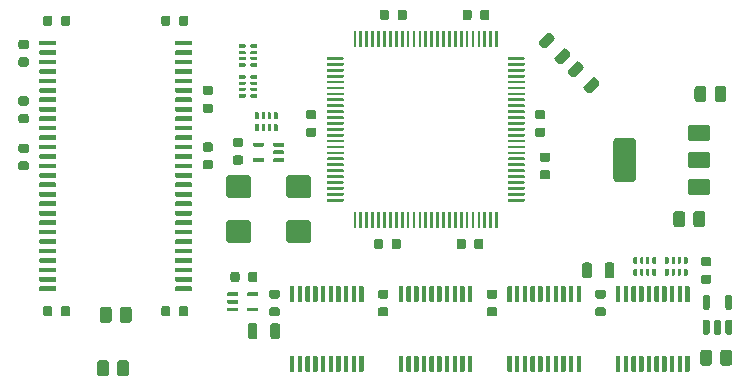
<source format=gtp>
G04 #@! TF.GenerationSoftware,KiCad,Pcbnew,(5.1.5-0-10_14)*
G04 #@! TF.CreationDate,2021-05-04T04:34:03-04:00*
G04 #@! TF.ProjectId,RAM2GS,52414d32-4753-42e6-9b69-6361645f7063,2.0*
G04 #@! TF.SameCoordinates,Original*
G04 #@! TF.FileFunction,Paste,Top*
G04 #@! TF.FilePolarity,Positive*
%FSLAX46Y46*%
G04 Gerber Fmt 4.6, Leading zero omitted, Abs format (unit mm)*
G04 Created by KiCad (PCBNEW (5.1.5-0-10_14)) date 2021-05-04 04:34:03*
%MOMM*%
%LPD*%
G04 APERTURE LIST*
%ADD10C,0.100000*%
G04 APERTURE END LIST*
D10*
G36*
X78388136Y-102435277D02*
G01*
X78393718Y-102436105D01*
X78399191Y-102437476D01*
X78404504Y-102439377D01*
X78409605Y-102441790D01*
X78414445Y-102444690D01*
X78418978Y-102448052D01*
X78423159Y-102451841D01*
X78426948Y-102456022D01*
X78430310Y-102460555D01*
X78433210Y-102465395D01*
X78435623Y-102470496D01*
X78437524Y-102475809D01*
X78438895Y-102481282D01*
X78439723Y-102486864D01*
X78440000Y-102492500D01*
X78440000Y-102607500D01*
X78439723Y-102613136D01*
X78438895Y-102618718D01*
X78437524Y-102624191D01*
X78435623Y-102629504D01*
X78433210Y-102634605D01*
X78430310Y-102639445D01*
X78426948Y-102643978D01*
X78423159Y-102648159D01*
X78418978Y-102651948D01*
X78414445Y-102655310D01*
X78409605Y-102658210D01*
X78404504Y-102660623D01*
X78399191Y-102662524D01*
X78393718Y-102663895D01*
X78388136Y-102664723D01*
X78382500Y-102665000D01*
X77092500Y-102665000D01*
X77086864Y-102664723D01*
X77081282Y-102663895D01*
X77075809Y-102662524D01*
X77070496Y-102660623D01*
X77065395Y-102658210D01*
X77060555Y-102655310D01*
X77056022Y-102651948D01*
X77051841Y-102648159D01*
X77048052Y-102643978D01*
X77044690Y-102639445D01*
X77041790Y-102634605D01*
X77039377Y-102629504D01*
X77037476Y-102624191D01*
X77036105Y-102618718D01*
X77035277Y-102613136D01*
X77035000Y-102607500D01*
X77035000Y-102492500D01*
X77035277Y-102486864D01*
X77036105Y-102481282D01*
X77037476Y-102475809D01*
X77039377Y-102470496D01*
X77041790Y-102465395D01*
X77044690Y-102460555D01*
X77048052Y-102456022D01*
X77051841Y-102451841D01*
X77056022Y-102448052D01*
X77060555Y-102444690D01*
X77065395Y-102441790D01*
X77070496Y-102439377D01*
X77075809Y-102437476D01*
X77081282Y-102436105D01*
X77086864Y-102435277D01*
X77092500Y-102435000D01*
X78382500Y-102435000D01*
X78388136Y-102435277D01*
G37*
G36*
X78388136Y-102935277D02*
G01*
X78393718Y-102936105D01*
X78399191Y-102937476D01*
X78404504Y-102939377D01*
X78409605Y-102941790D01*
X78414445Y-102944690D01*
X78418978Y-102948052D01*
X78423159Y-102951841D01*
X78426948Y-102956022D01*
X78430310Y-102960555D01*
X78433210Y-102965395D01*
X78435623Y-102970496D01*
X78437524Y-102975809D01*
X78438895Y-102981282D01*
X78439723Y-102986864D01*
X78440000Y-102992500D01*
X78440000Y-103107500D01*
X78439723Y-103113136D01*
X78438895Y-103118718D01*
X78437524Y-103124191D01*
X78435623Y-103129504D01*
X78433210Y-103134605D01*
X78430310Y-103139445D01*
X78426948Y-103143978D01*
X78423159Y-103148159D01*
X78418978Y-103151948D01*
X78414445Y-103155310D01*
X78409605Y-103158210D01*
X78404504Y-103160623D01*
X78399191Y-103162524D01*
X78393718Y-103163895D01*
X78388136Y-103164723D01*
X78382500Y-103165000D01*
X77092500Y-103165000D01*
X77086864Y-103164723D01*
X77081282Y-103163895D01*
X77075809Y-103162524D01*
X77070496Y-103160623D01*
X77065395Y-103158210D01*
X77060555Y-103155310D01*
X77056022Y-103151948D01*
X77051841Y-103148159D01*
X77048052Y-103143978D01*
X77044690Y-103139445D01*
X77041790Y-103134605D01*
X77039377Y-103129504D01*
X77037476Y-103124191D01*
X77036105Y-103118718D01*
X77035277Y-103113136D01*
X77035000Y-103107500D01*
X77035000Y-102992500D01*
X77035277Y-102986864D01*
X77036105Y-102981282D01*
X77037476Y-102975809D01*
X77039377Y-102970496D01*
X77041790Y-102965395D01*
X77044690Y-102960555D01*
X77048052Y-102956022D01*
X77051841Y-102951841D01*
X77056022Y-102948052D01*
X77060555Y-102944690D01*
X77065395Y-102941790D01*
X77070496Y-102939377D01*
X77075809Y-102937476D01*
X77081282Y-102936105D01*
X77086864Y-102935277D01*
X77092500Y-102935000D01*
X78382500Y-102935000D01*
X78388136Y-102935277D01*
G37*
G36*
X78388136Y-103435277D02*
G01*
X78393718Y-103436105D01*
X78399191Y-103437476D01*
X78404504Y-103439377D01*
X78409605Y-103441790D01*
X78414445Y-103444690D01*
X78418978Y-103448052D01*
X78423159Y-103451841D01*
X78426948Y-103456022D01*
X78430310Y-103460555D01*
X78433210Y-103465395D01*
X78435623Y-103470496D01*
X78437524Y-103475809D01*
X78438895Y-103481282D01*
X78439723Y-103486864D01*
X78440000Y-103492500D01*
X78440000Y-103607500D01*
X78439723Y-103613136D01*
X78438895Y-103618718D01*
X78437524Y-103624191D01*
X78435623Y-103629504D01*
X78433210Y-103634605D01*
X78430310Y-103639445D01*
X78426948Y-103643978D01*
X78423159Y-103648159D01*
X78418978Y-103651948D01*
X78414445Y-103655310D01*
X78409605Y-103658210D01*
X78404504Y-103660623D01*
X78399191Y-103662524D01*
X78393718Y-103663895D01*
X78388136Y-103664723D01*
X78382500Y-103665000D01*
X77092500Y-103665000D01*
X77086864Y-103664723D01*
X77081282Y-103663895D01*
X77075809Y-103662524D01*
X77070496Y-103660623D01*
X77065395Y-103658210D01*
X77060555Y-103655310D01*
X77056022Y-103651948D01*
X77051841Y-103648159D01*
X77048052Y-103643978D01*
X77044690Y-103639445D01*
X77041790Y-103634605D01*
X77039377Y-103629504D01*
X77037476Y-103624191D01*
X77036105Y-103618718D01*
X77035277Y-103613136D01*
X77035000Y-103607500D01*
X77035000Y-103492500D01*
X77035277Y-103486864D01*
X77036105Y-103481282D01*
X77037476Y-103475809D01*
X77039377Y-103470496D01*
X77041790Y-103465395D01*
X77044690Y-103460555D01*
X77048052Y-103456022D01*
X77051841Y-103451841D01*
X77056022Y-103448052D01*
X77060555Y-103444690D01*
X77065395Y-103441790D01*
X77070496Y-103439377D01*
X77075809Y-103437476D01*
X77081282Y-103436105D01*
X77086864Y-103435277D01*
X77092500Y-103435000D01*
X78382500Y-103435000D01*
X78388136Y-103435277D01*
G37*
G36*
X78388136Y-103935277D02*
G01*
X78393718Y-103936105D01*
X78399191Y-103937476D01*
X78404504Y-103939377D01*
X78409605Y-103941790D01*
X78414445Y-103944690D01*
X78418978Y-103948052D01*
X78423159Y-103951841D01*
X78426948Y-103956022D01*
X78430310Y-103960555D01*
X78433210Y-103965395D01*
X78435623Y-103970496D01*
X78437524Y-103975809D01*
X78438895Y-103981282D01*
X78439723Y-103986864D01*
X78440000Y-103992500D01*
X78440000Y-104107500D01*
X78439723Y-104113136D01*
X78438895Y-104118718D01*
X78437524Y-104124191D01*
X78435623Y-104129504D01*
X78433210Y-104134605D01*
X78430310Y-104139445D01*
X78426948Y-104143978D01*
X78423159Y-104148159D01*
X78418978Y-104151948D01*
X78414445Y-104155310D01*
X78409605Y-104158210D01*
X78404504Y-104160623D01*
X78399191Y-104162524D01*
X78393718Y-104163895D01*
X78388136Y-104164723D01*
X78382500Y-104165000D01*
X77092500Y-104165000D01*
X77086864Y-104164723D01*
X77081282Y-104163895D01*
X77075809Y-104162524D01*
X77070496Y-104160623D01*
X77065395Y-104158210D01*
X77060555Y-104155310D01*
X77056022Y-104151948D01*
X77051841Y-104148159D01*
X77048052Y-104143978D01*
X77044690Y-104139445D01*
X77041790Y-104134605D01*
X77039377Y-104129504D01*
X77037476Y-104124191D01*
X77036105Y-104118718D01*
X77035277Y-104113136D01*
X77035000Y-104107500D01*
X77035000Y-103992500D01*
X77035277Y-103986864D01*
X77036105Y-103981282D01*
X77037476Y-103975809D01*
X77039377Y-103970496D01*
X77041790Y-103965395D01*
X77044690Y-103960555D01*
X77048052Y-103956022D01*
X77051841Y-103951841D01*
X77056022Y-103948052D01*
X77060555Y-103944690D01*
X77065395Y-103941790D01*
X77070496Y-103939377D01*
X77075809Y-103937476D01*
X77081282Y-103936105D01*
X77086864Y-103935277D01*
X77092500Y-103935000D01*
X78382500Y-103935000D01*
X78388136Y-103935277D01*
G37*
G36*
X78388136Y-104435277D02*
G01*
X78393718Y-104436105D01*
X78399191Y-104437476D01*
X78404504Y-104439377D01*
X78409605Y-104441790D01*
X78414445Y-104444690D01*
X78418978Y-104448052D01*
X78423159Y-104451841D01*
X78426948Y-104456022D01*
X78430310Y-104460555D01*
X78433210Y-104465395D01*
X78435623Y-104470496D01*
X78437524Y-104475809D01*
X78438895Y-104481282D01*
X78439723Y-104486864D01*
X78440000Y-104492500D01*
X78440000Y-104607500D01*
X78439723Y-104613136D01*
X78438895Y-104618718D01*
X78437524Y-104624191D01*
X78435623Y-104629504D01*
X78433210Y-104634605D01*
X78430310Y-104639445D01*
X78426948Y-104643978D01*
X78423159Y-104648159D01*
X78418978Y-104651948D01*
X78414445Y-104655310D01*
X78409605Y-104658210D01*
X78404504Y-104660623D01*
X78399191Y-104662524D01*
X78393718Y-104663895D01*
X78388136Y-104664723D01*
X78382500Y-104665000D01*
X77092500Y-104665000D01*
X77086864Y-104664723D01*
X77081282Y-104663895D01*
X77075809Y-104662524D01*
X77070496Y-104660623D01*
X77065395Y-104658210D01*
X77060555Y-104655310D01*
X77056022Y-104651948D01*
X77051841Y-104648159D01*
X77048052Y-104643978D01*
X77044690Y-104639445D01*
X77041790Y-104634605D01*
X77039377Y-104629504D01*
X77037476Y-104624191D01*
X77036105Y-104618718D01*
X77035277Y-104613136D01*
X77035000Y-104607500D01*
X77035000Y-104492500D01*
X77035277Y-104486864D01*
X77036105Y-104481282D01*
X77037476Y-104475809D01*
X77039377Y-104470496D01*
X77041790Y-104465395D01*
X77044690Y-104460555D01*
X77048052Y-104456022D01*
X77051841Y-104451841D01*
X77056022Y-104448052D01*
X77060555Y-104444690D01*
X77065395Y-104441790D01*
X77070496Y-104439377D01*
X77075809Y-104437476D01*
X77081282Y-104436105D01*
X77086864Y-104435277D01*
X77092500Y-104435000D01*
X78382500Y-104435000D01*
X78388136Y-104435277D01*
G37*
G36*
X78388136Y-104935277D02*
G01*
X78393718Y-104936105D01*
X78399191Y-104937476D01*
X78404504Y-104939377D01*
X78409605Y-104941790D01*
X78414445Y-104944690D01*
X78418978Y-104948052D01*
X78423159Y-104951841D01*
X78426948Y-104956022D01*
X78430310Y-104960555D01*
X78433210Y-104965395D01*
X78435623Y-104970496D01*
X78437524Y-104975809D01*
X78438895Y-104981282D01*
X78439723Y-104986864D01*
X78440000Y-104992500D01*
X78440000Y-105107500D01*
X78439723Y-105113136D01*
X78438895Y-105118718D01*
X78437524Y-105124191D01*
X78435623Y-105129504D01*
X78433210Y-105134605D01*
X78430310Y-105139445D01*
X78426948Y-105143978D01*
X78423159Y-105148159D01*
X78418978Y-105151948D01*
X78414445Y-105155310D01*
X78409605Y-105158210D01*
X78404504Y-105160623D01*
X78399191Y-105162524D01*
X78393718Y-105163895D01*
X78388136Y-105164723D01*
X78382500Y-105165000D01*
X77092500Y-105165000D01*
X77086864Y-105164723D01*
X77081282Y-105163895D01*
X77075809Y-105162524D01*
X77070496Y-105160623D01*
X77065395Y-105158210D01*
X77060555Y-105155310D01*
X77056022Y-105151948D01*
X77051841Y-105148159D01*
X77048052Y-105143978D01*
X77044690Y-105139445D01*
X77041790Y-105134605D01*
X77039377Y-105129504D01*
X77037476Y-105124191D01*
X77036105Y-105118718D01*
X77035277Y-105113136D01*
X77035000Y-105107500D01*
X77035000Y-104992500D01*
X77035277Y-104986864D01*
X77036105Y-104981282D01*
X77037476Y-104975809D01*
X77039377Y-104970496D01*
X77041790Y-104965395D01*
X77044690Y-104960555D01*
X77048052Y-104956022D01*
X77051841Y-104951841D01*
X77056022Y-104948052D01*
X77060555Y-104944690D01*
X77065395Y-104941790D01*
X77070496Y-104939377D01*
X77075809Y-104937476D01*
X77081282Y-104936105D01*
X77086864Y-104935277D01*
X77092500Y-104935000D01*
X78382500Y-104935000D01*
X78388136Y-104935277D01*
G37*
G36*
X78388136Y-105435277D02*
G01*
X78393718Y-105436105D01*
X78399191Y-105437476D01*
X78404504Y-105439377D01*
X78409605Y-105441790D01*
X78414445Y-105444690D01*
X78418978Y-105448052D01*
X78423159Y-105451841D01*
X78426948Y-105456022D01*
X78430310Y-105460555D01*
X78433210Y-105465395D01*
X78435623Y-105470496D01*
X78437524Y-105475809D01*
X78438895Y-105481282D01*
X78439723Y-105486864D01*
X78440000Y-105492500D01*
X78440000Y-105607500D01*
X78439723Y-105613136D01*
X78438895Y-105618718D01*
X78437524Y-105624191D01*
X78435623Y-105629504D01*
X78433210Y-105634605D01*
X78430310Y-105639445D01*
X78426948Y-105643978D01*
X78423159Y-105648159D01*
X78418978Y-105651948D01*
X78414445Y-105655310D01*
X78409605Y-105658210D01*
X78404504Y-105660623D01*
X78399191Y-105662524D01*
X78393718Y-105663895D01*
X78388136Y-105664723D01*
X78382500Y-105665000D01*
X77092500Y-105665000D01*
X77086864Y-105664723D01*
X77081282Y-105663895D01*
X77075809Y-105662524D01*
X77070496Y-105660623D01*
X77065395Y-105658210D01*
X77060555Y-105655310D01*
X77056022Y-105651948D01*
X77051841Y-105648159D01*
X77048052Y-105643978D01*
X77044690Y-105639445D01*
X77041790Y-105634605D01*
X77039377Y-105629504D01*
X77037476Y-105624191D01*
X77036105Y-105618718D01*
X77035277Y-105613136D01*
X77035000Y-105607500D01*
X77035000Y-105492500D01*
X77035277Y-105486864D01*
X77036105Y-105481282D01*
X77037476Y-105475809D01*
X77039377Y-105470496D01*
X77041790Y-105465395D01*
X77044690Y-105460555D01*
X77048052Y-105456022D01*
X77051841Y-105451841D01*
X77056022Y-105448052D01*
X77060555Y-105444690D01*
X77065395Y-105441790D01*
X77070496Y-105439377D01*
X77075809Y-105437476D01*
X77081282Y-105436105D01*
X77086864Y-105435277D01*
X77092500Y-105435000D01*
X78382500Y-105435000D01*
X78388136Y-105435277D01*
G37*
G36*
X78388136Y-105935277D02*
G01*
X78393718Y-105936105D01*
X78399191Y-105937476D01*
X78404504Y-105939377D01*
X78409605Y-105941790D01*
X78414445Y-105944690D01*
X78418978Y-105948052D01*
X78423159Y-105951841D01*
X78426948Y-105956022D01*
X78430310Y-105960555D01*
X78433210Y-105965395D01*
X78435623Y-105970496D01*
X78437524Y-105975809D01*
X78438895Y-105981282D01*
X78439723Y-105986864D01*
X78440000Y-105992500D01*
X78440000Y-106107500D01*
X78439723Y-106113136D01*
X78438895Y-106118718D01*
X78437524Y-106124191D01*
X78435623Y-106129504D01*
X78433210Y-106134605D01*
X78430310Y-106139445D01*
X78426948Y-106143978D01*
X78423159Y-106148159D01*
X78418978Y-106151948D01*
X78414445Y-106155310D01*
X78409605Y-106158210D01*
X78404504Y-106160623D01*
X78399191Y-106162524D01*
X78393718Y-106163895D01*
X78388136Y-106164723D01*
X78382500Y-106165000D01*
X77092500Y-106165000D01*
X77086864Y-106164723D01*
X77081282Y-106163895D01*
X77075809Y-106162524D01*
X77070496Y-106160623D01*
X77065395Y-106158210D01*
X77060555Y-106155310D01*
X77056022Y-106151948D01*
X77051841Y-106148159D01*
X77048052Y-106143978D01*
X77044690Y-106139445D01*
X77041790Y-106134605D01*
X77039377Y-106129504D01*
X77037476Y-106124191D01*
X77036105Y-106118718D01*
X77035277Y-106113136D01*
X77035000Y-106107500D01*
X77035000Y-105992500D01*
X77035277Y-105986864D01*
X77036105Y-105981282D01*
X77037476Y-105975809D01*
X77039377Y-105970496D01*
X77041790Y-105965395D01*
X77044690Y-105960555D01*
X77048052Y-105956022D01*
X77051841Y-105951841D01*
X77056022Y-105948052D01*
X77060555Y-105944690D01*
X77065395Y-105941790D01*
X77070496Y-105939377D01*
X77075809Y-105937476D01*
X77081282Y-105936105D01*
X77086864Y-105935277D01*
X77092500Y-105935000D01*
X78382500Y-105935000D01*
X78388136Y-105935277D01*
G37*
G36*
X78388136Y-106435277D02*
G01*
X78393718Y-106436105D01*
X78399191Y-106437476D01*
X78404504Y-106439377D01*
X78409605Y-106441790D01*
X78414445Y-106444690D01*
X78418978Y-106448052D01*
X78423159Y-106451841D01*
X78426948Y-106456022D01*
X78430310Y-106460555D01*
X78433210Y-106465395D01*
X78435623Y-106470496D01*
X78437524Y-106475809D01*
X78438895Y-106481282D01*
X78439723Y-106486864D01*
X78440000Y-106492500D01*
X78440000Y-106607500D01*
X78439723Y-106613136D01*
X78438895Y-106618718D01*
X78437524Y-106624191D01*
X78435623Y-106629504D01*
X78433210Y-106634605D01*
X78430310Y-106639445D01*
X78426948Y-106643978D01*
X78423159Y-106648159D01*
X78418978Y-106651948D01*
X78414445Y-106655310D01*
X78409605Y-106658210D01*
X78404504Y-106660623D01*
X78399191Y-106662524D01*
X78393718Y-106663895D01*
X78388136Y-106664723D01*
X78382500Y-106665000D01*
X77092500Y-106665000D01*
X77086864Y-106664723D01*
X77081282Y-106663895D01*
X77075809Y-106662524D01*
X77070496Y-106660623D01*
X77065395Y-106658210D01*
X77060555Y-106655310D01*
X77056022Y-106651948D01*
X77051841Y-106648159D01*
X77048052Y-106643978D01*
X77044690Y-106639445D01*
X77041790Y-106634605D01*
X77039377Y-106629504D01*
X77037476Y-106624191D01*
X77036105Y-106618718D01*
X77035277Y-106613136D01*
X77035000Y-106607500D01*
X77035000Y-106492500D01*
X77035277Y-106486864D01*
X77036105Y-106481282D01*
X77037476Y-106475809D01*
X77039377Y-106470496D01*
X77041790Y-106465395D01*
X77044690Y-106460555D01*
X77048052Y-106456022D01*
X77051841Y-106451841D01*
X77056022Y-106448052D01*
X77060555Y-106444690D01*
X77065395Y-106441790D01*
X77070496Y-106439377D01*
X77075809Y-106437476D01*
X77081282Y-106436105D01*
X77086864Y-106435277D01*
X77092500Y-106435000D01*
X78382500Y-106435000D01*
X78388136Y-106435277D01*
G37*
G36*
X78388136Y-106935277D02*
G01*
X78393718Y-106936105D01*
X78399191Y-106937476D01*
X78404504Y-106939377D01*
X78409605Y-106941790D01*
X78414445Y-106944690D01*
X78418978Y-106948052D01*
X78423159Y-106951841D01*
X78426948Y-106956022D01*
X78430310Y-106960555D01*
X78433210Y-106965395D01*
X78435623Y-106970496D01*
X78437524Y-106975809D01*
X78438895Y-106981282D01*
X78439723Y-106986864D01*
X78440000Y-106992500D01*
X78440000Y-107107500D01*
X78439723Y-107113136D01*
X78438895Y-107118718D01*
X78437524Y-107124191D01*
X78435623Y-107129504D01*
X78433210Y-107134605D01*
X78430310Y-107139445D01*
X78426948Y-107143978D01*
X78423159Y-107148159D01*
X78418978Y-107151948D01*
X78414445Y-107155310D01*
X78409605Y-107158210D01*
X78404504Y-107160623D01*
X78399191Y-107162524D01*
X78393718Y-107163895D01*
X78388136Y-107164723D01*
X78382500Y-107165000D01*
X77092500Y-107165000D01*
X77086864Y-107164723D01*
X77081282Y-107163895D01*
X77075809Y-107162524D01*
X77070496Y-107160623D01*
X77065395Y-107158210D01*
X77060555Y-107155310D01*
X77056022Y-107151948D01*
X77051841Y-107148159D01*
X77048052Y-107143978D01*
X77044690Y-107139445D01*
X77041790Y-107134605D01*
X77039377Y-107129504D01*
X77037476Y-107124191D01*
X77036105Y-107118718D01*
X77035277Y-107113136D01*
X77035000Y-107107500D01*
X77035000Y-106992500D01*
X77035277Y-106986864D01*
X77036105Y-106981282D01*
X77037476Y-106975809D01*
X77039377Y-106970496D01*
X77041790Y-106965395D01*
X77044690Y-106960555D01*
X77048052Y-106956022D01*
X77051841Y-106951841D01*
X77056022Y-106948052D01*
X77060555Y-106944690D01*
X77065395Y-106941790D01*
X77070496Y-106939377D01*
X77075809Y-106937476D01*
X77081282Y-106936105D01*
X77086864Y-106935277D01*
X77092500Y-106935000D01*
X78382500Y-106935000D01*
X78388136Y-106935277D01*
G37*
G36*
X78388136Y-107435277D02*
G01*
X78393718Y-107436105D01*
X78399191Y-107437476D01*
X78404504Y-107439377D01*
X78409605Y-107441790D01*
X78414445Y-107444690D01*
X78418978Y-107448052D01*
X78423159Y-107451841D01*
X78426948Y-107456022D01*
X78430310Y-107460555D01*
X78433210Y-107465395D01*
X78435623Y-107470496D01*
X78437524Y-107475809D01*
X78438895Y-107481282D01*
X78439723Y-107486864D01*
X78440000Y-107492500D01*
X78440000Y-107607500D01*
X78439723Y-107613136D01*
X78438895Y-107618718D01*
X78437524Y-107624191D01*
X78435623Y-107629504D01*
X78433210Y-107634605D01*
X78430310Y-107639445D01*
X78426948Y-107643978D01*
X78423159Y-107648159D01*
X78418978Y-107651948D01*
X78414445Y-107655310D01*
X78409605Y-107658210D01*
X78404504Y-107660623D01*
X78399191Y-107662524D01*
X78393718Y-107663895D01*
X78388136Y-107664723D01*
X78382500Y-107665000D01*
X77092500Y-107665000D01*
X77086864Y-107664723D01*
X77081282Y-107663895D01*
X77075809Y-107662524D01*
X77070496Y-107660623D01*
X77065395Y-107658210D01*
X77060555Y-107655310D01*
X77056022Y-107651948D01*
X77051841Y-107648159D01*
X77048052Y-107643978D01*
X77044690Y-107639445D01*
X77041790Y-107634605D01*
X77039377Y-107629504D01*
X77037476Y-107624191D01*
X77036105Y-107618718D01*
X77035277Y-107613136D01*
X77035000Y-107607500D01*
X77035000Y-107492500D01*
X77035277Y-107486864D01*
X77036105Y-107481282D01*
X77037476Y-107475809D01*
X77039377Y-107470496D01*
X77041790Y-107465395D01*
X77044690Y-107460555D01*
X77048052Y-107456022D01*
X77051841Y-107451841D01*
X77056022Y-107448052D01*
X77060555Y-107444690D01*
X77065395Y-107441790D01*
X77070496Y-107439377D01*
X77075809Y-107437476D01*
X77081282Y-107436105D01*
X77086864Y-107435277D01*
X77092500Y-107435000D01*
X78382500Y-107435000D01*
X78388136Y-107435277D01*
G37*
G36*
X78388136Y-107935277D02*
G01*
X78393718Y-107936105D01*
X78399191Y-107937476D01*
X78404504Y-107939377D01*
X78409605Y-107941790D01*
X78414445Y-107944690D01*
X78418978Y-107948052D01*
X78423159Y-107951841D01*
X78426948Y-107956022D01*
X78430310Y-107960555D01*
X78433210Y-107965395D01*
X78435623Y-107970496D01*
X78437524Y-107975809D01*
X78438895Y-107981282D01*
X78439723Y-107986864D01*
X78440000Y-107992500D01*
X78440000Y-108107500D01*
X78439723Y-108113136D01*
X78438895Y-108118718D01*
X78437524Y-108124191D01*
X78435623Y-108129504D01*
X78433210Y-108134605D01*
X78430310Y-108139445D01*
X78426948Y-108143978D01*
X78423159Y-108148159D01*
X78418978Y-108151948D01*
X78414445Y-108155310D01*
X78409605Y-108158210D01*
X78404504Y-108160623D01*
X78399191Y-108162524D01*
X78393718Y-108163895D01*
X78388136Y-108164723D01*
X78382500Y-108165000D01*
X77092500Y-108165000D01*
X77086864Y-108164723D01*
X77081282Y-108163895D01*
X77075809Y-108162524D01*
X77070496Y-108160623D01*
X77065395Y-108158210D01*
X77060555Y-108155310D01*
X77056022Y-108151948D01*
X77051841Y-108148159D01*
X77048052Y-108143978D01*
X77044690Y-108139445D01*
X77041790Y-108134605D01*
X77039377Y-108129504D01*
X77037476Y-108124191D01*
X77036105Y-108118718D01*
X77035277Y-108113136D01*
X77035000Y-108107500D01*
X77035000Y-107992500D01*
X77035277Y-107986864D01*
X77036105Y-107981282D01*
X77037476Y-107975809D01*
X77039377Y-107970496D01*
X77041790Y-107965395D01*
X77044690Y-107960555D01*
X77048052Y-107956022D01*
X77051841Y-107951841D01*
X77056022Y-107948052D01*
X77060555Y-107944690D01*
X77065395Y-107941790D01*
X77070496Y-107939377D01*
X77075809Y-107937476D01*
X77081282Y-107936105D01*
X77086864Y-107935277D01*
X77092500Y-107935000D01*
X78382500Y-107935000D01*
X78388136Y-107935277D01*
G37*
G36*
X78388136Y-108435277D02*
G01*
X78393718Y-108436105D01*
X78399191Y-108437476D01*
X78404504Y-108439377D01*
X78409605Y-108441790D01*
X78414445Y-108444690D01*
X78418978Y-108448052D01*
X78423159Y-108451841D01*
X78426948Y-108456022D01*
X78430310Y-108460555D01*
X78433210Y-108465395D01*
X78435623Y-108470496D01*
X78437524Y-108475809D01*
X78438895Y-108481282D01*
X78439723Y-108486864D01*
X78440000Y-108492500D01*
X78440000Y-108607500D01*
X78439723Y-108613136D01*
X78438895Y-108618718D01*
X78437524Y-108624191D01*
X78435623Y-108629504D01*
X78433210Y-108634605D01*
X78430310Y-108639445D01*
X78426948Y-108643978D01*
X78423159Y-108648159D01*
X78418978Y-108651948D01*
X78414445Y-108655310D01*
X78409605Y-108658210D01*
X78404504Y-108660623D01*
X78399191Y-108662524D01*
X78393718Y-108663895D01*
X78388136Y-108664723D01*
X78382500Y-108665000D01*
X77092500Y-108665000D01*
X77086864Y-108664723D01*
X77081282Y-108663895D01*
X77075809Y-108662524D01*
X77070496Y-108660623D01*
X77065395Y-108658210D01*
X77060555Y-108655310D01*
X77056022Y-108651948D01*
X77051841Y-108648159D01*
X77048052Y-108643978D01*
X77044690Y-108639445D01*
X77041790Y-108634605D01*
X77039377Y-108629504D01*
X77037476Y-108624191D01*
X77036105Y-108618718D01*
X77035277Y-108613136D01*
X77035000Y-108607500D01*
X77035000Y-108492500D01*
X77035277Y-108486864D01*
X77036105Y-108481282D01*
X77037476Y-108475809D01*
X77039377Y-108470496D01*
X77041790Y-108465395D01*
X77044690Y-108460555D01*
X77048052Y-108456022D01*
X77051841Y-108451841D01*
X77056022Y-108448052D01*
X77060555Y-108444690D01*
X77065395Y-108441790D01*
X77070496Y-108439377D01*
X77075809Y-108437476D01*
X77081282Y-108436105D01*
X77086864Y-108435277D01*
X77092500Y-108435000D01*
X78382500Y-108435000D01*
X78388136Y-108435277D01*
G37*
G36*
X78388136Y-108935277D02*
G01*
X78393718Y-108936105D01*
X78399191Y-108937476D01*
X78404504Y-108939377D01*
X78409605Y-108941790D01*
X78414445Y-108944690D01*
X78418978Y-108948052D01*
X78423159Y-108951841D01*
X78426948Y-108956022D01*
X78430310Y-108960555D01*
X78433210Y-108965395D01*
X78435623Y-108970496D01*
X78437524Y-108975809D01*
X78438895Y-108981282D01*
X78439723Y-108986864D01*
X78440000Y-108992500D01*
X78440000Y-109107500D01*
X78439723Y-109113136D01*
X78438895Y-109118718D01*
X78437524Y-109124191D01*
X78435623Y-109129504D01*
X78433210Y-109134605D01*
X78430310Y-109139445D01*
X78426948Y-109143978D01*
X78423159Y-109148159D01*
X78418978Y-109151948D01*
X78414445Y-109155310D01*
X78409605Y-109158210D01*
X78404504Y-109160623D01*
X78399191Y-109162524D01*
X78393718Y-109163895D01*
X78388136Y-109164723D01*
X78382500Y-109165000D01*
X77092500Y-109165000D01*
X77086864Y-109164723D01*
X77081282Y-109163895D01*
X77075809Y-109162524D01*
X77070496Y-109160623D01*
X77065395Y-109158210D01*
X77060555Y-109155310D01*
X77056022Y-109151948D01*
X77051841Y-109148159D01*
X77048052Y-109143978D01*
X77044690Y-109139445D01*
X77041790Y-109134605D01*
X77039377Y-109129504D01*
X77037476Y-109124191D01*
X77036105Y-109118718D01*
X77035277Y-109113136D01*
X77035000Y-109107500D01*
X77035000Y-108992500D01*
X77035277Y-108986864D01*
X77036105Y-108981282D01*
X77037476Y-108975809D01*
X77039377Y-108970496D01*
X77041790Y-108965395D01*
X77044690Y-108960555D01*
X77048052Y-108956022D01*
X77051841Y-108951841D01*
X77056022Y-108948052D01*
X77060555Y-108944690D01*
X77065395Y-108941790D01*
X77070496Y-108939377D01*
X77075809Y-108937476D01*
X77081282Y-108936105D01*
X77086864Y-108935277D01*
X77092500Y-108935000D01*
X78382500Y-108935000D01*
X78388136Y-108935277D01*
G37*
G36*
X78388136Y-109435277D02*
G01*
X78393718Y-109436105D01*
X78399191Y-109437476D01*
X78404504Y-109439377D01*
X78409605Y-109441790D01*
X78414445Y-109444690D01*
X78418978Y-109448052D01*
X78423159Y-109451841D01*
X78426948Y-109456022D01*
X78430310Y-109460555D01*
X78433210Y-109465395D01*
X78435623Y-109470496D01*
X78437524Y-109475809D01*
X78438895Y-109481282D01*
X78439723Y-109486864D01*
X78440000Y-109492500D01*
X78440000Y-109607500D01*
X78439723Y-109613136D01*
X78438895Y-109618718D01*
X78437524Y-109624191D01*
X78435623Y-109629504D01*
X78433210Y-109634605D01*
X78430310Y-109639445D01*
X78426948Y-109643978D01*
X78423159Y-109648159D01*
X78418978Y-109651948D01*
X78414445Y-109655310D01*
X78409605Y-109658210D01*
X78404504Y-109660623D01*
X78399191Y-109662524D01*
X78393718Y-109663895D01*
X78388136Y-109664723D01*
X78382500Y-109665000D01*
X77092500Y-109665000D01*
X77086864Y-109664723D01*
X77081282Y-109663895D01*
X77075809Y-109662524D01*
X77070496Y-109660623D01*
X77065395Y-109658210D01*
X77060555Y-109655310D01*
X77056022Y-109651948D01*
X77051841Y-109648159D01*
X77048052Y-109643978D01*
X77044690Y-109639445D01*
X77041790Y-109634605D01*
X77039377Y-109629504D01*
X77037476Y-109624191D01*
X77036105Y-109618718D01*
X77035277Y-109613136D01*
X77035000Y-109607500D01*
X77035000Y-109492500D01*
X77035277Y-109486864D01*
X77036105Y-109481282D01*
X77037476Y-109475809D01*
X77039377Y-109470496D01*
X77041790Y-109465395D01*
X77044690Y-109460555D01*
X77048052Y-109456022D01*
X77051841Y-109451841D01*
X77056022Y-109448052D01*
X77060555Y-109444690D01*
X77065395Y-109441790D01*
X77070496Y-109439377D01*
X77075809Y-109437476D01*
X77081282Y-109436105D01*
X77086864Y-109435277D01*
X77092500Y-109435000D01*
X78382500Y-109435000D01*
X78388136Y-109435277D01*
G37*
G36*
X78388136Y-109935277D02*
G01*
X78393718Y-109936105D01*
X78399191Y-109937476D01*
X78404504Y-109939377D01*
X78409605Y-109941790D01*
X78414445Y-109944690D01*
X78418978Y-109948052D01*
X78423159Y-109951841D01*
X78426948Y-109956022D01*
X78430310Y-109960555D01*
X78433210Y-109965395D01*
X78435623Y-109970496D01*
X78437524Y-109975809D01*
X78438895Y-109981282D01*
X78439723Y-109986864D01*
X78440000Y-109992500D01*
X78440000Y-110107500D01*
X78439723Y-110113136D01*
X78438895Y-110118718D01*
X78437524Y-110124191D01*
X78435623Y-110129504D01*
X78433210Y-110134605D01*
X78430310Y-110139445D01*
X78426948Y-110143978D01*
X78423159Y-110148159D01*
X78418978Y-110151948D01*
X78414445Y-110155310D01*
X78409605Y-110158210D01*
X78404504Y-110160623D01*
X78399191Y-110162524D01*
X78393718Y-110163895D01*
X78388136Y-110164723D01*
X78382500Y-110165000D01*
X77092500Y-110165000D01*
X77086864Y-110164723D01*
X77081282Y-110163895D01*
X77075809Y-110162524D01*
X77070496Y-110160623D01*
X77065395Y-110158210D01*
X77060555Y-110155310D01*
X77056022Y-110151948D01*
X77051841Y-110148159D01*
X77048052Y-110143978D01*
X77044690Y-110139445D01*
X77041790Y-110134605D01*
X77039377Y-110129504D01*
X77037476Y-110124191D01*
X77036105Y-110118718D01*
X77035277Y-110113136D01*
X77035000Y-110107500D01*
X77035000Y-109992500D01*
X77035277Y-109986864D01*
X77036105Y-109981282D01*
X77037476Y-109975809D01*
X77039377Y-109970496D01*
X77041790Y-109965395D01*
X77044690Y-109960555D01*
X77048052Y-109956022D01*
X77051841Y-109951841D01*
X77056022Y-109948052D01*
X77060555Y-109944690D01*
X77065395Y-109941790D01*
X77070496Y-109939377D01*
X77075809Y-109937476D01*
X77081282Y-109936105D01*
X77086864Y-109935277D01*
X77092500Y-109935000D01*
X78382500Y-109935000D01*
X78388136Y-109935277D01*
G37*
G36*
X78388136Y-110435277D02*
G01*
X78393718Y-110436105D01*
X78399191Y-110437476D01*
X78404504Y-110439377D01*
X78409605Y-110441790D01*
X78414445Y-110444690D01*
X78418978Y-110448052D01*
X78423159Y-110451841D01*
X78426948Y-110456022D01*
X78430310Y-110460555D01*
X78433210Y-110465395D01*
X78435623Y-110470496D01*
X78437524Y-110475809D01*
X78438895Y-110481282D01*
X78439723Y-110486864D01*
X78440000Y-110492500D01*
X78440000Y-110607500D01*
X78439723Y-110613136D01*
X78438895Y-110618718D01*
X78437524Y-110624191D01*
X78435623Y-110629504D01*
X78433210Y-110634605D01*
X78430310Y-110639445D01*
X78426948Y-110643978D01*
X78423159Y-110648159D01*
X78418978Y-110651948D01*
X78414445Y-110655310D01*
X78409605Y-110658210D01*
X78404504Y-110660623D01*
X78399191Y-110662524D01*
X78393718Y-110663895D01*
X78388136Y-110664723D01*
X78382500Y-110665000D01*
X77092500Y-110665000D01*
X77086864Y-110664723D01*
X77081282Y-110663895D01*
X77075809Y-110662524D01*
X77070496Y-110660623D01*
X77065395Y-110658210D01*
X77060555Y-110655310D01*
X77056022Y-110651948D01*
X77051841Y-110648159D01*
X77048052Y-110643978D01*
X77044690Y-110639445D01*
X77041790Y-110634605D01*
X77039377Y-110629504D01*
X77037476Y-110624191D01*
X77036105Y-110618718D01*
X77035277Y-110613136D01*
X77035000Y-110607500D01*
X77035000Y-110492500D01*
X77035277Y-110486864D01*
X77036105Y-110481282D01*
X77037476Y-110475809D01*
X77039377Y-110470496D01*
X77041790Y-110465395D01*
X77044690Y-110460555D01*
X77048052Y-110456022D01*
X77051841Y-110451841D01*
X77056022Y-110448052D01*
X77060555Y-110444690D01*
X77065395Y-110441790D01*
X77070496Y-110439377D01*
X77075809Y-110437476D01*
X77081282Y-110436105D01*
X77086864Y-110435277D01*
X77092500Y-110435000D01*
X78382500Y-110435000D01*
X78388136Y-110435277D01*
G37*
G36*
X78388136Y-110935277D02*
G01*
X78393718Y-110936105D01*
X78399191Y-110937476D01*
X78404504Y-110939377D01*
X78409605Y-110941790D01*
X78414445Y-110944690D01*
X78418978Y-110948052D01*
X78423159Y-110951841D01*
X78426948Y-110956022D01*
X78430310Y-110960555D01*
X78433210Y-110965395D01*
X78435623Y-110970496D01*
X78437524Y-110975809D01*
X78438895Y-110981282D01*
X78439723Y-110986864D01*
X78440000Y-110992500D01*
X78440000Y-111107500D01*
X78439723Y-111113136D01*
X78438895Y-111118718D01*
X78437524Y-111124191D01*
X78435623Y-111129504D01*
X78433210Y-111134605D01*
X78430310Y-111139445D01*
X78426948Y-111143978D01*
X78423159Y-111148159D01*
X78418978Y-111151948D01*
X78414445Y-111155310D01*
X78409605Y-111158210D01*
X78404504Y-111160623D01*
X78399191Y-111162524D01*
X78393718Y-111163895D01*
X78388136Y-111164723D01*
X78382500Y-111165000D01*
X77092500Y-111165000D01*
X77086864Y-111164723D01*
X77081282Y-111163895D01*
X77075809Y-111162524D01*
X77070496Y-111160623D01*
X77065395Y-111158210D01*
X77060555Y-111155310D01*
X77056022Y-111151948D01*
X77051841Y-111148159D01*
X77048052Y-111143978D01*
X77044690Y-111139445D01*
X77041790Y-111134605D01*
X77039377Y-111129504D01*
X77037476Y-111124191D01*
X77036105Y-111118718D01*
X77035277Y-111113136D01*
X77035000Y-111107500D01*
X77035000Y-110992500D01*
X77035277Y-110986864D01*
X77036105Y-110981282D01*
X77037476Y-110975809D01*
X77039377Y-110970496D01*
X77041790Y-110965395D01*
X77044690Y-110960555D01*
X77048052Y-110956022D01*
X77051841Y-110951841D01*
X77056022Y-110948052D01*
X77060555Y-110944690D01*
X77065395Y-110941790D01*
X77070496Y-110939377D01*
X77075809Y-110937476D01*
X77081282Y-110936105D01*
X77086864Y-110935277D01*
X77092500Y-110935000D01*
X78382500Y-110935000D01*
X78388136Y-110935277D01*
G37*
G36*
X78388136Y-111435277D02*
G01*
X78393718Y-111436105D01*
X78399191Y-111437476D01*
X78404504Y-111439377D01*
X78409605Y-111441790D01*
X78414445Y-111444690D01*
X78418978Y-111448052D01*
X78423159Y-111451841D01*
X78426948Y-111456022D01*
X78430310Y-111460555D01*
X78433210Y-111465395D01*
X78435623Y-111470496D01*
X78437524Y-111475809D01*
X78438895Y-111481282D01*
X78439723Y-111486864D01*
X78440000Y-111492500D01*
X78440000Y-111607500D01*
X78439723Y-111613136D01*
X78438895Y-111618718D01*
X78437524Y-111624191D01*
X78435623Y-111629504D01*
X78433210Y-111634605D01*
X78430310Y-111639445D01*
X78426948Y-111643978D01*
X78423159Y-111648159D01*
X78418978Y-111651948D01*
X78414445Y-111655310D01*
X78409605Y-111658210D01*
X78404504Y-111660623D01*
X78399191Y-111662524D01*
X78393718Y-111663895D01*
X78388136Y-111664723D01*
X78382500Y-111665000D01*
X77092500Y-111665000D01*
X77086864Y-111664723D01*
X77081282Y-111663895D01*
X77075809Y-111662524D01*
X77070496Y-111660623D01*
X77065395Y-111658210D01*
X77060555Y-111655310D01*
X77056022Y-111651948D01*
X77051841Y-111648159D01*
X77048052Y-111643978D01*
X77044690Y-111639445D01*
X77041790Y-111634605D01*
X77039377Y-111629504D01*
X77037476Y-111624191D01*
X77036105Y-111618718D01*
X77035277Y-111613136D01*
X77035000Y-111607500D01*
X77035000Y-111492500D01*
X77035277Y-111486864D01*
X77036105Y-111481282D01*
X77037476Y-111475809D01*
X77039377Y-111470496D01*
X77041790Y-111465395D01*
X77044690Y-111460555D01*
X77048052Y-111456022D01*
X77051841Y-111451841D01*
X77056022Y-111448052D01*
X77060555Y-111444690D01*
X77065395Y-111441790D01*
X77070496Y-111439377D01*
X77075809Y-111437476D01*
X77081282Y-111436105D01*
X77086864Y-111435277D01*
X77092500Y-111435000D01*
X78382500Y-111435000D01*
X78388136Y-111435277D01*
G37*
G36*
X78388136Y-111935277D02*
G01*
X78393718Y-111936105D01*
X78399191Y-111937476D01*
X78404504Y-111939377D01*
X78409605Y-111941790D01*
X78414445Y-111944690D01*
X78418978Y-111948052D01*
X78423159Y-111951841D01*
X78426948Y-111956022D01*
X78430310Y-111960555D01*
X78433210Y-111965395D01*
X78435623Y-111970496D01*
X78437524Y-111975809D01*
X78438895Y-111981282D01*
X78439723Y-111986864D01*
X78440000Y-111992500D01*
X78440000Y-112107500D01*
X78439723Y-112113136D01*
X78438895Y-112118718D01*
X78437524Y-112124191D01*
X78435623Y-112129504D01*
X78433210Y-112134605D01*
X78430310Y-112139445D01*
X78426948Y-112143978D01*
X78423159Y-112148159D01*
X78418978Y-112151948D01*
X78414445Y-112155310D01*
X78409605Y-112158210D01*
X78404504Y-112160623D01*
X78399191Y-112162524D01*
X78393718Y-112163895D01*
X78388136Y-112164723D01*
X78382500Y-112165000D01*
X77092500Y-112165000D01*
X77086864Y-112164723D01*
X77081282Y-112163895D01*
X77075809Y-112162524D01*
X77070496Y-112160623D01*
X77065395Y-112158210D01*
X77060555Y-112155310D01*
X77056022Y-112151948D01*
X77051841Y-112148159D01*
X77048052Y-112143978D01*
X77044690Y-112139445D01*
X77041790Y-112134605D01*
X77039377Y-112129504D01*
X77037476Y-112124191D01*
X77036105Y-112118718D01*
X77035277Y-112113136D01*
X77035000Y-112107500D01*
X77035000Y-111992500D01*
X77035277Y-111986864D01*
X77036105Y-111981282D01*
X77037476Y-111975809D01*
X77039377Y-111970496D01*
X77041790Y-111965395D01*
X77044690Y-111960555D01*
X77048052Y-111956022D01*
X77051841Y-111951841D01*
X77056022Y-111948052D01*
X77060555Y-111944690D01*
X77065395Y-111941790D01*
X77070496Y-111939377D01*
X77075809Y-111937476D01*
X77081282Y-111936105D01*
X77086864Y-111935277D01*
X77092500Y-111935000D01*
X78382500Y-111935000D01*
X78388136Y-111935277D01*
G37*
G36*
X78388136Y-112435277D02*
G01*
X78393718Y-112436105D01*
X78399191Y-112437476D01*
X78404504Y-112439377D01*
X78409605Y-112441790D01*
X78414445Y-112444690D01*
X78418978Y-112448052D01*
X78423159Y-112451841D01*
X78426948Y-112456022D01*
X78430310Y-112460555D01*
X78433210Y-112465395D01*
X78435623Y-112470496D01*
X78437524Y-112475809D01*
X78438895Y-112481282D01*
X78439723Y-112486864D01*
X78440000Y-112492500D01*
X78440000Y-112607500D01*
X78439723Y-112613136D01*
X78438895Y-112618718D01*
X78437524Y-112624191D01*
X78435623Y-112629504D01*
X78433210Y-112634605D01*
X78430310Y-112639445D01*
X78426948Y-112643978D01*
X78423159Y-112648159D01*
X78418978Y-112651948D01*
X78414445Y-112655310D01*
X78409605Y-112658210D01*
X78404504Y-112660623D01*
X78399191Y-112662524D01*
X78393718Y-112663895D01*
X78388136Y-112664723D01*
X78382500Y-112665000D01*
X77092500Y-112665000D01*
X77086864Y-112664723D01*
X77081282Y-112663895D01*
X77075809Y-112662524D01*
X77070496Y-112660623D01*
X77065395Y-112658210D01*
X77060555Y-112655310D01*
X77056022Y-112651948D01*
X77051841Y-112648159D01*
X77048052Y-112643978D01*
X77044690Y-112639445D01*
X77041790Y-112634605D01*
X77039377Y-112629504D01*
X77037476Y-112624191D01*
X77036105Y-112618718D01*
X77035277Y-112613136D01*
X77035000Y-112607500D01*
X77035000Y-112492500D01*
X77035277Y-112486864D01*
X77036105Y-112481282D01*
X77037476Y-112475809D01*
X77039377Y-112470496D01*
X77041790Y-112465395D01*
X77044690Y-112460555D01*
X77048052Y-112456022D01*
X77051841Y-112451841D01*
X77056022Y-112448052D01*
X77060555Y-112444690D01*
X77065395Y-112441790D01*
X77070496Y-112439377D01*
X77075809Y-112437476D01*
X77081282Y-112436105D01*
X77086864Y-112435277D01*
X77092500Y-112435000D01*
X78382500Y-112435000D01*
X78388136Y-112435277D01*
G37*
G36*
X78388136Y-112935277D02*
G01*
X78393718Y-112936105D01*
X78399191Y-112937476D01*
X78404504Y-112939377D01*
X78409605Y-112941790D01*
X78414445Y-112944690D01*
X78418978Y-112948052D01*
X78423159Y-112951841D01*
X78426948Y-112956022D01*
X78430310Y-112960555D01*
X78433210Y-112965395D01*
X78435623Y-112970496D01*
X78437524Y-112975809D01*
X78438895Y-112981282D01*
X78439723Y-112986864D01*
X78440000Y-112992500D01*
X78440000Y-113107500D01*
X78439723Y-113113136D01*
X78438895Y-113118718D01*
X78437524Y-113124191D01*
X78435623Y-113129504D01*
X78433210Y-113134605D01*
X78430310Y-113139445D01*
X78426948Y-113143978D01*
X78423159Y-113148159D01*
X78418978Y-113151948D01*
X78414445Y-113155310D01*
X78409605Y-113158210D01*
X78404504Y-113160623D01*
X78399191Y-113162524D01*
X78393718Y-113163895D01*
X78388136Y-113164723D01*
X78382500Y-113165000D01*
X77092500Y-113165000D01*
X77086864Y-113164723D01*
X77081282Y-113163895D01*
X77075809Y-113162524D01*
X77070496Y-113160623D01*
X77065395Y-113158210D01*
X77060555Y-113155310D01*
X77056022Y-113151948D01*
X77051841Y-113148159D01*
X77048052Y-113143978D01*
X77044690Y-113139445D01*
X77041790Y-113134605D01*
X77039377Y-113129504D01*
X77037476Y-113124191D01*
X77036105Y-113118718D01*
X77035277Y-113113136D01*
X77035000Y-113107500D01*
X77035000Y-112992500D01*
X77035277Y-112986864D01*
X77036105Y-112981282D01*
X77037476Y-112975809D01*
X77039377Y-112970496D01*
X77041790Y-112965395D01*
X77044690Y-112960555D01*
X77048052Y-112956022D01*
X77051841Y-112951841D01*
X77056022Y-112948052D01*
X77060555Y-112944690D01*
X77065395Y-112941790D01*
X77070496Y-112939377D01*
X77075809Y-112937476D01*
X77081282Y-112936105D01*
X77086864Y-112935277D01*
X77092500Y-112935000D01*
X78382500Y-112935000D01*
X78388136Y-112935277D01*
G37*
G36*
X78388136Y-113435277D02*
G01*
X78393718Y-113436105D01*
X78399191Y-113437476D01*
X78404504Y-113439377D01*
X78409605Y-113441790D01*
X78414445Y-113444690D01*
X78418978Y-113448052D01*
X78423159Y-113451841D01*
X78426948Y-113456022D01*
X78430310Y-113460555D01*
X78433210Y-113465395D01*
X78435623Y-113470496D01*
X78437524Y-113475809D01*
X78438895Y-113481282D01*
X78439723Y-113486864D01*
X78440000Y-113492500D01*
X78440000Y-113607500D01*
X78439723Y-113613136D01*
X78438895Y-113618718D01*
X78437524Y-113624191D01*
X78435623Y-113629504D01*
X78433210Y-113634605D01*
X78430310Y-113639445D01*
X78426948Y-113643978D01*
X78423159Y-113648159D01*
X78418978Y-113651948D01*
X78414445Y-113655310D01*
X78409605Y-113658210D01*
X78404504Y-113660623D01*
X78399191Y-113662524D01*
X78393718Y-113663895D01*
X78388136Y-113664723D01*
X78382500Y-113665000D01*
X77092500Y-113665000D01*
X77086864Y-113664723D01*
X77081282Y-113663895D01*
X77075809Y-113662524D01*
X77070496Y-113660623D01*
X77065395Y-113658210D01*
X77060555Y-113655310D01*
X77056022Y-113651948D01*
X77051841Y-113648159D01*
X77048052Y-113643978D01*
X77044690Y-113639445D01*
X77041790Y-113634605D01*
X77039377Y-113629504D01*
X77037476Y-113624191D01*
X77036105Y-113618718D01*
X77035277Y-113613136D01*
X77035000Y-113607500D01*
X77035000Y-113492500D01*
X77035277Y-113486864D01*
X77036105Y-113481282D01*
X77037476Y-113475809D01*
X77039377Y-113470496D01*
X77041790Y-113465395D01*
X77044690Y-113460555D01*
X77048052Y-113456022D01*
X77051841Y-113451841D01*
X77056022Y-113448052D01*
X77060555Y-113444690D01*
X77065395Y-113441790D01*
X77070496Y-113439377D01*
X77075809Y-113437476D01*
X77081282Y-113436105D01*
X77086864Y-113435277D01*
X77092500Y-113435000D01*
X78382500Y-113435000D01*
X78388136Y-113435277D01*
G37*
G36*
X78388136Y-113935277D02*
G01*
X78393718Y-113936105D01*
X78399191Y-113937476D01*
X78404504Y-113939377D01*
X78409605Y-113941790D01*
X78414445Y-113944690D01*
X78418978Y-113948052D01*
X78423159Y-113951841D01*
X78426948Y-113956022D01*
X78430310Y-113960555D01*
X78433210Y-113965395D01*
X78435623Y-113970496D01*
X78437524Y-113975809D01*
X78438895Y-113981282D01*
X78439723Y-113986864D01*
X78440000Y-113992500D01*
X78440000Y-114107500D01*
X78439723Y-114113136D01*
X78438895Y-114118718D01*
X78437524Y-114124191D01*
X78435623Y-114129504D01*
X78433210Y-114134605D01*
X78430310Y-114139445D01*
X78426948Y-114143978D01*
X78423159Y-114148159D01*
X78418978Y-114151948D01*
X78414445Y-114155310D01*
X78409605Y-114158210D01*
X78404504Y-114160623D01*
X78399191Y-114162524D01*
X78393718Y-114163895D01*
X78388136Y-114164723D01*
X78382500Y-114165000D01*
X77092500Y-114165000D01*
X77086864Y-114164723D01*
X77081282Y-114163895D01*
X77075809Y-114162524D01*
X77070496Y-114160623D01*
X77065395Y-114158210D01*
X77060555Y-114155310D01*
X77056022Y-114151948D01*
X77051841Y-114148159D01*
X77048052Y-114143978D01*
X77044690Y-114139445D01*
X77041790Y-114134605D01*
X77039377Y-114129504D01*
X77037476Y-114124191D01*
X77036105Y-114118718D01*
X77035277Y-114113136D01*
X77035000Y-114107500D01*
X77035000Y-113992500D01*
X77035277Y-113986864D01*
X77036105Y-113981282D01*
X77037476Y-113975809D01*
X77039377Y-113970496D01*
X77041790Y-113965395D01*
X77044690Y-113960555D01*
X77048052Y-113956022D01*
X77051841Y-113951841D01*
X77056022Y-113948052D01*
X77060555Y-113944690D01*
X77065395Y-113941790D01*
X77070496Y-113939377D01*
X77075809Y-113937476D01*
X77081282Y-113936105D01*
X77086864Y-113935277D01*
X77092500Y-113935000D01*
X78382500Y-113935000D01*
X78388136Y-113935277D01*
G37*
G36*
X78388136Y-114435277D02*
G01*
X78393718Y-114436105D01*
X78399191Y-114437476D01*
X78404504Y-114439377D01*
X78409605Y-114441790D01*
X78414445Y-114444690D01*
X78418978Y-114448052D01*
X78423159Y-114451841D01*
X78426948Y-114456022D01*
X78430310Y-114460555D01*
X78433210Y-114465395D01*
X78435623Y-114470496D01*
X78437524Y-114475809D01*
X78438895Y-114481282D01*
X78439723Y-114486864D01*
X78440000Y-114492500D01*
X78440000Y-114607500D01*
X78439723Y-114613136D01*
X78438895Y-114618718D01*
X78437524Y-114624191D01*
X78435623Y-114629504D01*
X78433210Y-114634605D01*
X78430310Y-114639445D01*
X78426948Y-114643978D01*
X78423159Y-114648159D01*
X78418978Y-114651948D01*
X78414445Y-114655310D01*
X78409605Y-114658210D01*
X78404504Y-114660623D01*
X78399191Y-114662524D01*
X78393718Y-114663895D01*
X78388136Y-114664723D01*
X78382500Y-114665000D01*
X77092500Y-114665000D01*
X77086864Y-114664723D01*
X77081282Y-114663895D01*
X77075809Y-114662524D01*
X77070496Y-114660623D01*
X77065395Y-114658210D01*
X77060555Y-114655310D01*
X77056022Y-114651948D01*
X77051841Y-114648159D01*
X77048052Y-114643978D01*
X77044690Y-114639445D01*
X77041790Y-114634605D01*
X77039377Y-114629504D01*
X77037476Y-114624191D01*
X77036105Y-114618718D01*
X77035277Y-114613136D01*
X77035000Y-114607500D01*
X77035000Y-114492500D01*
X77035277Y-114486864D01*
X77036105Y-114481282D01*
X77037476Y-114475809D01*
X77039377Y-114470496D01*
X77041790Y-114465395D01*
X77044690Y-114460555D01*
X77048052Y-114456022D01*
X77051841Y-114451841D01*
X77056022Y-114448052D01*
X77060555Y-114444690D01*
X77065395Y-114441790D01*
X77070496Y-114439377D01*
X77075809Y-114437476D01*
X77081282Y-114436105D01*
X77086864Y-114435277D01*
X77092500Y-114435000D01*
X78382500Y-114435000D01*
X78388136Y-114435277D01*
G37*
G36*
X79463136Y-115510277D02*
G01*
X79468718Y-115511105D01*
X79474191Y-115512476D01*
X79479504Y-115514377D01*
X79484605Y-115516790D01*
X79489445Y-115519690D01*
X79493978Y-115523052D01*
X79498159Y-115526841D01*
X79501948Y-115531022D01*
X79505310Y-115535555D01*
X79508210Y-115540395D01*
X79510623Y-115545496D01*
X79512524Y-115550809D01*
X79513895Y-115556282D01*
X79514723Y-115561864D01*
X79515000Y-115567500D01*
X79515000Y-116857500D01*
X79514723Y-116863136D01*
X79513895Y-116868718D01*
X79512524Y-116874191D01*
X79510623Y-116879504D01*
X79508210Y-116884605D01*
X79505310Y-116889445D01*
X79501948Y-116893978D01*
X79498159Y-116898159D01*
X79493978Y-116901948D01*
X79489445Y-116905310D01*
X79484605Y-116908210D01*
X79479504Y-116910623D01*
X79474191Y-116912524D01*
X79468718Y-116913895D01*
X79463136Y-116914723D01*
X79457500Y-116915000D01*
X79342500Y-116915000D01*
X79336864Y-116914723D01*
X79331282Y-116913895D01*
X79325809Y-116912524D01*
X79320496Y-116910623D01*
X79315395Y-116908210D01*
X79310555Y-116905310D01*
X79306022Y-116901948D01*
X79301841Y-116898159D01*
X79298052Y-116893978D01*
X79294690Y-116889445D01*
X79291790Y-116884605D01*
X79289377Y-116879504D01*
X79287476Y-116874191D01*
X79286105Y-116868718D01*
X79285277Y-116863136D01*
X79285000Y-116857500D01*
X79285000Y-115567500D01*
X79285277Y-115561864D01*
X79286105Y-115556282D01*
X79287476Y-115550809D01*
X79289377Y-115545496D01*
X79291790Y-115540395D01*
X79294690Y-115535555D01*
X79298052Y-115531022D01*
X79301841Y-115526841D01*
X79306022Y-115523052D01*
X79310555Y-115519690D01*
X79315395Y-115516790D01*
X79320496Y-115514377D01*
X79325809Y-115512476D01*
X79331282Y-115511105D01*
X79336864Y-115510277D01*
X79342500Y-115510000D01*
X79457500Y-115510000D01*
X79463136Y-115510277D01*
G37*
G36*
X79963136Y-115510277D02*
G01*
X79968718Y-115511105D01*
X79974191Y-115512476D01*
X79979504Y-115514377D01*
X79984605Y-115516790D01*
X79989445Y-115519690D01*
X79993978Y-115523052D01*
X79998159Y-115526841D01*
X80001948Y-115531022D01*
X80005310Y-115535555D01*
X80008210Y-115540395D01*
X80010623Y-115545496D01*
X80012524Y-115550809D01*
X80013895Y-115556282D01*
X80014723Y-115561864D01*
X80015000Y-115567500D01*
X80015000Y-116857500D01*
X80014723Y-116863136D01*
X80013895Y-116868718D01*
X80012524Y-116874191D01*
X80010623Y-116879504D01*
X80008210Y-116884605D01*
X80005310Y-116889445D01*
X80001948Y-116893978D01*
X79998159Y-116898159D01*
X79993978Y-116901948D01*
X79989445Y-116905310D01*
X79984605Y-116908210D01*
X79979504Y-116910623D01*
X79974191Y-116912524D01*
X79968718Y-116913895D01*
X79963136Y-116914723D01*
X79957500Y-116915000D01*
X79842500Y-116915000D01*
X79836864Y-116914723D01*
X79831282Y-116913895D01*
X79825809Y-116912524D01*
X79820496Y-116910623D01*
X79815395Y-116908210D01*
X79810555Y-116905310D01*
X79806022Y-116901948D01*
X79801841Y-116898159D01*
X79798052Y-116893978D01*
X79794690Y-116889445D01*
X79791790Y-116884605D01*
X79789377Y-116879504D01*
X79787476Y-116874191D01*
X79786105Y-116868718D01*
X79785277Y-116863136D01*
X79785000Y-116857500D01*
X79785000Y-115567500D01*
X79785277Y-115561864D01*
X79786105Y-115556282D01*
X79787476Y-115550809D01*
X79789377Y-115545496D01*
X79791790Y-115540395D01*
X79794690Y-115535555D01*
X79798052Y-115531022D01*
X79801841Y-115526841D01*
X79806022Y-115523052D01*
X79810555Y-115519690D01*
X79815395Y-115516790D01*
X79820496Y-115514377D01*
X79825809Y-115512476D01*
X79831282Y-115511105D01*
X79836864Y-115510277D01*
X79842500Y-115510000D01*
X79957500Y-115510000D01*
X79963136Y-115510277D01*
G37*
G36*
X80463136Y-115510277D02*
G01*
X80468718Y-115511105D01*
X80474191Y-115512476D01*
X80479504Y-115514377D01*
X80484605Y-115516790D01*
X80489445Y-115519690D01*
X80493978Y-115523052D01*
X80498159Y-115526841D01*
X80501948Y-115531022D01*
X80505310Y-115535555D01*
X80508210Y-115540395D01*
X80510623Y-115545496D01*
X80512524Y-115550809D01*
X80513895Y-115556282D01*
X80514723Y-115561864D01*
X80515000Y-115567500D01*
X80515000Y-116857500D01*
X80514723Y-116863136D01*
X80513895Y-116868718D01*
X80512524Y-116874191D01*
X80510623Y-116879504D01*
X80508210Y-116884605D01*
X80505310Y-116889445D01*
X80501948Y-116893978D01*
X80498159Y-116898159D01*
X80493978Y-116901948D01*
X80489445Y-116905310D01*
X80484605Y-116908210D01*
X80479504Y-116910623D01*
X80474191Y-116912524D01*
X80468718Y-116913895D01*
X80463136Y-116914723D01*
X80457500Y-116915000D01*
X80342500Y-116915000D01*
X80336864Y-116914723D01*
X80331282Y-116913895D01*
X80325809Y-116912524D01*
X80320496Y-116910623D01*
X80315395Y-116908210D01*
X80310555Y-116905310D01*
X80306022Y-116901948D01*
X80301841Y-116898159D01*
X80298052Y-116893978D01*
X80294690Y-116889445D01*
X80291790Y-116884605D01*
X80289377Y-116879504D01*
X80287476Y-116874191D01*
X80286105Y-116868718D01*
X80285277Y-116863136D01*
X80285000Y-116857500D01*
X80285000Y-115567500D01*
X80285277Y-115561864D01*
X80286105Y-115556282D01*
X80287476Y-115550809D01*
X80289377Y-115545496D01*
X80291790Y-115540395D01*
X80294690Y-115535555D01*
X80298052Y-115531022D01*
X80301841Y-115526841D01*
X80306022Y-115523052D01*
X80310555Y-115519690D01*
X80315395Y-115516790D01*
X80320496Y-115514377D01*
X80325809Y-115512476D01*
X80331282Y-115511105D01*
X80336864Y-115510277D01*
X80342500Y-115510000D01*
X80457500Y-115510000D01*
X80463136Y-115510277D01*
G37*
G36*
X80963136Y-115510277D02*
G01*
X80968718Y-115511105D01*
X80974191Y-115512476D01*
X80979504Y-115514377D01*
X80984605Y-115516790D01*
X80989445Y-115519690D01*
X80993978Y-115523052D01*
X80998159Y-115526841D01*
X81001948Y-115531022D01*
X81005310Y-115535555D01*
X81008210Y-115540395D01*
X81010623Y-115545496D01*
X81012524Y-115550809D01*
X81013895Y-115556282D01*
X81014723Y-115561864D01*
X81015000Y-115567500D01*
X81015000Y-116857500D01*
X81014723Y-116863136D01*
X81013895Y-116868718D01*
X81012524Y-116874191D01*
X81010623Y-116879504D01*
X81008210Y-116884605D01*
X81005310Y-116889445D01*
X81001948Y-116893978D01*
X80998159Y-116898159D01*
X80993978Y-116901948D01*
X80989445Y-116905310D01*
X80984605Y-116908210D01*
X80979504Y-116910623D01*
X80974191Y-116912524D01*
X80968718Y-116913895D01*
X80963136Y-116914723D01*
X80957500Y-116915000D01*
X80842500Y-116915000D01*
X80836864Y-116914723D01*
X80831282Y-116913895D01*
X80825809Y-116912524D01*
X80820496Y-116910623D01*
X80815395Y-116908210D01*
X80810555Y-116905310D01*
X80806022Y-116901948D01*
X80801841Y-116898159D01*
X80798052Y-116893978D01*
X80794690Y-116889445D01*
X80791790Y-116884605D01*
X80789377Y-116879504D01*
X80787476Y-116874191D01*
X80786105Y-116868718D01*
X80785277Y-116863136D01*
X80785000Y-116857500D01*
X80785000Y-115567500D01*
X80785277Y-115561864D01*
X80786105Y-115556282D01*
X80787476Y-115550809D01*
X80789377Y-115545496D01*
X80791790Y-115540395D01*
X80794690Y-115535555D01*
X80798052Y-115531022D01*
X80801841Y-115526841D01*
X80806022Y-115523052D01*
X80810555Y-115519690D01*
X80815395Y-115516790D01*
X80820496Y-115514377D01*
X80825809Y-115512476D01*
X80831282Y-115511105D01*
X80836864Y-115510277D01*
X80842500Y-115510000D01*
X80957500Y-115510000D01*
X80963136Y-115510277D01*
G37*
G36*
X81463136Y-115510277D02*
G01*
X81468718Y-115511105D01*
X81474191Y-115512476D01*
X81479504Y-115514377D01*
X81484605Y-115516790D01*
X81489445Y-115519690D01*
X81493978Y-115523052D01*
X81498159Y-115526841D01*
X81501948Y-115531022D01*
X81505310Y-115535555D01*
X81508210Y-115540395D01*
X81510623Y-115545496D01*
X81512524Y-115550809D01*
X81513895Y-115556282D01*
X81514723Y-115561864D01*
X81515000Y-115567500D01*
X81515000Y-116857500D01*
X81514723Y-116863136D01*
X81513895Y-116868718D01*
X81512524Y-116874191D01*
X81510623Y-116879504D01*
X81508210Y-116884605D01*
X81505310Y-116889445D01*
X81501948Y-116893978D01*
X81498159Y-116898159D01*
X81493978Y-116901948D01*
X81489445Y-116905310D01*
X81484605Y-116908210D01*
X81479504Y-116910623D01*
X81474191Y-116912524D01*
X81468718Y-116913895D01*
X81463136Y-116914723D01*
X81457500Y-116915000D01*
X81342500Y-116915000D01*
X81336864Y-116914723D01*
X81331282Y-116913895D01*
X81325809Y-116912524D01*
X81320496Y-116910623D01*
X81315395Y-116908210D01*
X81310555Y-116905310D01*
X81306022Y-116901948D01*
X81301841Y-116898159D01*
X81298052Y-116893978D01*
X81294690Y-116889445D01*
X81291790Y-116884605D01*
X81289377Y-116879504D01*
X81287476Y-116874191D01*
X81286105Y-116868718D01*
X81285277Y-116863136D01*
X81285000Y-116857500D01*
X81285000Y-115567500D01*
X81285277Y-115561864D01*
X81286105Y-115556282D01*
X81287476Y-115550809D01*
X81289377Y-115545496D01*
X81291790Y-115540395D01*
X81294690Y-115535555D01*
X81298052Y-115531022D01*
X81301841Y-115526841D01*
X81306022Y-115523052D01*
X81310555Y-115519690D01*
X81315395Y-115516790D01*
X81320496Y-115514377D01*
X81325809Y-115512476D01*
X81331282Y-115511105D01*
X81336864Y-115510277D01*
X81342500Y-115510000D01*
X81457500Y-115510000D01*
X81463136Y-115510277D01*
G37*
G36*
X81963136Y-115510277D02*
G01*
X81968718Y-115511105D01*
X81974191Y-115512476D01*
X81979504Y-115514377D01*
X81984605Y-115516790D01*
X81989445Y-115519690D01*
X81993978Y-115523052D01*
X81998159Y-115526841D01*
X82001948Y-115531022D01*
X82005310Y-115535555D01*
X82008210Y-115540395D01*
X82010623Y-115545496D01*
X82012524Y-115550809D01*
X82013895Y-115556282D01*
X82014723Y-115561864D01*
X82015000Y-115567500D01*
X82015000Y-116857500D01*
X82014723Y-116863136D01*
X82013895Y-116868718D01*
X82012524Y-116874191D01*
X82010623Y-116879504D01*
X82008210Y-116884605D01*
X82005310Y-116889445D01*
X82001948Y-116893978D01*
X81998159Y-116898159D01*
X81993978Y-116901948D01*
X81989445Y-116905310D01*
X81984605Y-116908210D01*
X81979504Y-116910623D01*
X81974191Y-116912524D01*
X81968718Y-116913895D01*
X81963136Y-116914723D01*
X81957500Y-116915000D01*
X81842500Y-116915000D01*
X81836864Y-116914723D01*
X81831282Y-116913895D01*
X81825809Y-116912524D01*
X81820496Y-116910623D01*
X81815395Y-116908210D01*
X81810555Y-116905310D01*
X81806022Y-116901948D01*
X81801841Y-116898159D01*
X81798052Y-116893978D01*
X81794690Y-116889445D01*
X81791790Y-116884605D01*
X81789377Y-116879504D01*
X81787476Y-116874191D01*
X81786105Y-116868718D01*
X81785277Y-116863136D01*
X81785000Y-116857500D01*
X81785000Y-115567500D01*
X81785277Y-115561864D01*
X81786105Y-115556282D01*
X81787476Y-115550809D01*
X81789377Y-115545496D01*
X81791790Y-115540395D01*
X81794690Y-115535555D01*
X81798052Y-115531022D01*
X81801841Y-115526841D01*
X81806022Y-115523052D01*
X81810555Y-115519690D01*
X81815395Y-115516790D01*
X81820496Y-115514377D01*
X81825809Y-115512476D01*
X81831282Y-115511105D01*
X81836864Y-115510277D01*
X81842500Y-115510000D01*
X81957500Y-115510000D01*
X81963136Y-115510277D01*
G37*
G36*
X82463136Y-115510277D02*
G01*
X82468718Y-115511105D01*
X82474191Y-115512476D01*
X82479504Y-115514377D01*
X82484605Y-115516790D01*
X82489445Y-115519690D01*
X82493978Y-115523052D01*
X82498159Y-115526841D01*
X82501948Y-115531022D01*
X82505310Y-115535555D01*
X82508210Y-115540395D01*
X82510623Y-115545496D01*
X82512524Y-115550809D01*
X82513895Y-115556282D01*
X82514723Y-115561864D01*
X82515000Y-115567500D01*
X82515000Y-116857500D01*
X82514723Y-116863136D01*
X82513895Y-116868718D01*
X82512524Y-116874191D01*
X82510623Y-116879504D01*
X82508210Y-116884605D01*
X82505310Y-116889445D01*
X82501948Y-116893978D01*
X82498159Y-116898159D01*
X82493978Y-116901948D01*
X82489445Y-116905310D01*
X82484605Y-116908210D01*
X82479504Y-116910623D01*
X82474191Y-116912524D01*
X82468718Y-116913895D01*
X82463136Y-116914723D01*
X82457500Y-116915000D01*
X82342500Y-116915000D01*
X82336864Y-116914723D01*
X82331282Y-116913895D01*
X82325809Y-116912524D01*
X82320496Y-116910623D01*
X82315395Y-116908210D01*
X82310555Y-116905310D01*
X82306022Y-116901948D01*
X82301841Y-116898159D01*
X82298052Y-116893978D01*
X82294690Y-116889445D01*
X82291790Y-116884605D01*
X82289377Y-116879504D01*
X82287476Y-116874191D01*
X82286105Y-116868718D01*
X82285277Y-116863136D01*
X82285000Y-116857500D01*
X82285000Y-115567500D01*
X82285277Y-115561864D01*
X82286105Y-115556282D01*
X82287476Y-115550809D01*
X82289377Y-115545496D01*
X82291790Y-115540395D01*
X82294690Y-115535555D01*
X82298052Y-115531022D01*
X82301841Y-115526841D01*
X82306022Y-115523052D01*
X82310555Y-115519690D01*
X82315395Y-115516790D01*
X82320496Y-115514377D01*
X82325809Y-115512476D01*
X82331282Y-115511105D01*
X82336864Y-115510277D01*
X82342500Y-115510000D01*
X82457500Y-115510000D01*
X82463136Y-115510277D01*
G37*
G36*
X82963136Y-115510277D02*
G01*
X82968718Y-115511105D01*
X82974191Y-115512476D01*
X82979504Y-115514377D01*
X82984605Y-115516790D01*
X82989445Y-115519690D01*
X82993978Y-115523052D01*
X82998159Y-115526841D01*
X83001948Y-115531022D01*
X83005310Y-115535555D01*
X83008210Y-115540395D01*
X83010623Y-115545496D01*
X83012524Y-115550809D01*
X83013895Y-115556282D01*
X83014723Y-115561864D01*
X83015000Y-115567500D01*
X83015000Y-116857500D01*
X83014723Y-116863136D01*
X83013895Y-116868718D01*
X83012524Y-116874191D01*
X83010623Y-116879504D01*
X83008210Y-116884605D01*
X83005310Y-116889445D01*
X83001948Y-116893978D01*
X82998159Y-116898159D01*
X82993978Y-116901948D01*
X82989445Y-116905310D01*
X82984605Y-116908210D01*
X82979504Y-116910623D01*
X82974191Y-116912524D01*
X82968718Y-116913895D01*
X82963136Y-116914723D01*
X82957500Y-116915000D01*
X82842500Y-116915000D01*
X82836864Y-116914723D01*
X82831282Y-116913895D01*
X82825809Y-116912524D01*
X82820496Y-116910623D01*
X82815395Y-116908210D01*
X82810555Y-116905310D01*
X82806022Y-116901948D01*
X82801841Y-116898159D01*
X82798052Y-116893978D01*
X82794690Y-116889445D01*
X82791790Y-116884605D01*
X82789377Y-116879504D01*
X82787476Y-116874191D01*
X82786105Y-116868718D01*
X82785277Y-116863136D01*
X82785000Y-116857500D01*
X82785000Y-115567500D01*
X82785277Y-115561864D01*
X82786105Y-115556282D01*
X82787476Y-115550809D01*
X82789377Y-115545496D01*
X82791790Y-115540395D01*
X82794690Y-115535555D01*
X82798052Y-115531022D01*
X82801841Y-115526841D01*
X82806022Y-115523052D01*
X82810555Y-115519690D01*
X82815395Y-115516790D01*
X82820496Y-115514377D01*
X82825809Y-115512476D01*
X82831282Y-115511105D01*
X82836864Y-115510277D01*
X82842500Y-115510000D01*
X82957500Y-115510000D01*
X82963136Y-115510277D01*
G37*
G36*
X83463136Y-115510277D02*
G01*
X83468718Y-115511105D01*
X83474191Y-115512476D01*
X83479504Y-115514377D01*
X83484605Y-115516790D01*
X83489445Y-115519690D01*
X83493978Y-115523052D01*
X83498159Y-115526841D01*
X83501948Y-115531022D01*
X83505310Y-115535555D01*
X83508210Y-115540395D01*
X83510623Y-115545496D01*
X83512524Y-115550809D01*
X83513895Y-115556282D01*
X83514723Y-115561864D01*
X83515000Y-115567500D01*
X83515000Y-116857500D01*
X83514723Y-116863136D01*
X83513895Y-116868718D01*
X83512524Y-116874191D01*
X83510623Y-116879504D01*
X83508210Y-116884605D01*
X83505310Y-116889445D01*
X83501948Y-116893978D01*
X83498159Y-116898159D01*
X83493978Y-116901948D01*
X83489445Y-116905310D01*
X83484605Y-116908210D01*
X83479504Y-116910623D01*
X83474191Y-116912524D01*
X83468718Y-116913895D01*
X83463136Y-116914723D01*
X83457500Y-116915000D01*
X83342500Y-116915000D01*
X83336864Y-116914723D01*
X83331282Y-116913895D01*
X83325809Y-116912524D01*
X83320496Y-116910623D01*
X83315395Y-116908210D01*
X83310555Y-116905310D01*
X83306022Y-116901948D01*
X83301841Y-116898159D01*
X83298052Y-116893978D01*
X83294690Y-116889445D01*
X83291790Y-116884605D01*
X83289377Y-116879504D01*
X83287476Y-116874191D01*
X83286105Y-116868718D01*
X83285277Y-116863136D01*
X83285000Y-116857500D01*
X83285000Y-115567500D01*
X83285277Y-115561864D01*
X83286105Y-115556282D01*
X83287476Y-115550809D01*
X83289377Y-115545496D01*
X83291790Y-115540395D01*
X83294690Y-115535555D01*
X83298052Y-115531022D01*
X83301841Y-115526841D01*
X83306022Y-115523052D01*
X83310555Y-115519690D01*
X83315395Y-115516790D01*
X83320496Y-115514377D01*
X83325809Y-115512476D01*
X83331282Y-115511105D01*
X83336864Y-115510277D01*
X83342500Y-115510000D01*
X83457500Y-115510000D01*
X83463136Y-115510277D01*
G37*
G36*
X83963136Y-115510277D02*
G01*
X83968718Y-115511105D01*
X83974191Y-115512476D01*
X83979504Y-115514377D01*
X83984605Y-115516790D01*
X83989445Y-115519690D01*
X83993978Y-115523052D01*
X83998159Y-115526841D01*
X84001948Y-115531022D01*
X84005310Y-115535555D01*
X84008210Y-115540395D01*
X84010623Y-115545496D01*
X84012524Y-115550809D01*
X84013895Y-115556282D01*
X84014723Y-115561864D01*
X84015000Y-115567500D01*
X84015000Y-116857500D01*
X84014723Y-116863136D01*
X84013895Y-116868718D01*
X84012524Y-116874191D01*
X84010623Y-116879504D01*
X84008210Y-116884605D01*
X84005310Y-116889445D01*
X84001948Y-116893978D01*
X83998159Y-116898159D01*
X83993978Y-116901948D01*
X83989445Y-116905310D01*
X83984605Y-116908210D01*
X83979504Y-116910623D01*
X83974191Y-116912524D01*
X83968718Y-116913895D01*
X83963136Y-116914723D01*
X83957500Y-116915000D01*
X83842500Y-116915000D01*
X83836864Y-116914723D01*
X83831282Y-116913895D01*
X83825809Y-116912524D01*
X83820496Y-116910623D01*
X83815395Y-116908210D01*
X83810555Y-116905310D01*
X83806022Y-116901948D01*
X83801841Y-116898159D01*
X83798052Y-116893978D01*
X83794690Y-116889445D01*
X83791790Y-116884605D01*
X83789377Y-116879504D01*
X83787476Y-116874191D01*
X83786105Y-116868718D01*
X83785277Y-116863136D01*
X83785000Y-116857500D01*
X83785000Y-115567500D01*
X83785277Y-115561864D01*
X83786105Y-115556282D01*
X83787476Y-115550809D01*
X83789377Y-115545496D01*
X83791790Y-115540395D01*
X83794690Y-115535555D01*
X83798052Y-115531022D01*
X83801841Y-115526841D01*
X83806022Y-115523052D01*
X83810555Y-115519690D01*
X83815395Y-115516790D01*
X83820496Y-115514377D01*
X83825809Y-115512476D01*
X83831282Y-115511105D01*
X83836864Y-115510277D01*
X83842500Y-115510000D01*
X83957500Y-115510000D01*
X83963136Y-115510277D01*
G37*
G36*
X84463136Y-115510277D02*
G01*
X84468718Y-115511105D01*
X84474191Y-115512476D01*
X84479504Y-115514377D01*
X84484605Y-115516790D01*
X84489445Y-115519690D01*
X84493978Y-115523052D01*
X84498159Y-115526841D01*
X84501948Y-115531022D01*
X84505310Y-115535555D01*
X84508210Y-115540395D01*
X84510623Y-115545496D01*
X84512524Y-115550809D01*
X84513895Y-115556282D01*
X84514723Y-115561864D01*
X84515000Y-115567500D01*
X84515000Y-116857500D01*
X84514723Y-116863136D01*
X84513895Y-116868718D01*
X84512524Y-116874191D01*
X84510623Y-116879504D01*
X84508210Y-116884605D01*
X84505310Y-116889445D01*
X84501948Y-116893978D01*
X84498159Y-116898159D01*
X84493978Y-116901948D01*
X84489445Y-116905310D01*
X84484605Y-116908210D01*
X84479504Y-116910623D01*
X84474191Y-116912524D01*
X84468718Y-116913895D01*
X84463136Y-116914723D01*
X84457500Y-116915000D01*
X84342500Y-116915000D01*
X84336864Y-116914723D01*
X84331282Y-116913895D01*
X84325809Y-116912524D01*
X84320496Y-116910623D01*
X84315395Y-116908210D01*
X84310555Y-116905310D01*
X84306022Y-116901948D01*
X84301841Y-116898159D01*
X84298052Y-116893978D01*
X84294690Y-116889445D01*
X84291790Y-116884605D01*
X84289377Y-116879504D01*
X84287476Y-116874191D01*
X84286105Y-116868718D01*
X84285277Y-116863136D01*
X84285000Y-116857500D01*
X84285000Y-115567500D01*
X84285277Y-115561864D01*
X84286105Y-115556282D01*
X84287476Y-115550809D01*
X84289377Y-115545496D01*
X84291790Y-115540395D01*
X84294690Y-115535555D01*
X84298052Y-115531022D01*
X84301841Y-115526841D01*
X84306022Y-115523052D01*
X84310555Y-115519690D01*
X84315395Y-115516790D01*
X84320496Y-115514377D01*
X84325809Y-115512476D01*
X84331282Y-115511105D01*
X84336864Y-115510277D01*
X84342500Y-115510000D01*
X84457500Y-115510000D01*
X84463136Y-115510277D01*
G37*
G36*
X84963136Y-115510277D02*
G01*
X84968718Y-115511105D01*
X84974191Y-115512476D01*
X84979504Y-115514377D01*
X84984605Y-115516790D01*
X84989445Y-115519690D01*
X84993978Y-115523052D01*
X84998159Y-115526841D01*
X85001948Y-115531022D01*
X85005310Y-115535555D01*
X85008210Y-115540395D01*
X85010623Y-115545496D01*
X85012524Y-115550809D01*
X85013895Y-115556282D01*
X85014723Y-115561864D01*
X85015000Y-115567500D01*
X85015000Y-116857500D01*
X85014723Y-116863136D01*
X85013895Y-116868718D01*
X85012524Y-116874191D01*
X85010623Y-116879504D01*
X85008210Y-116884605D01*
X85005310Y-116889445D01*
X85001948Y-116893978D01*
X84998159Y-116898159D01*
X84993978Y-116901948D01*
X84989445Y-116905310D01*
X84984605Y-116908210D01*
X84979504Y-116910623D01*
X84974191Y-116912524D01*
X84968718Y-116913895D01*
X84963136Y-116914723D01*
X84957500Y-116915000D01*
X84842500Y-116915000D01*
X84836864Y-116914723D01*
X84831282Y-116913895D01*
X84825809Y-116912524D01*
X84820496Y-116910623D01*
X84815395Y-116908210D01*
X84810555Y-116905310D01*
X84806022Y-116901948D01*
X84801841Y-116898159D01*
X84798052Y-116893978D01*
X84794690Y-116889445D01*
X84791790Y-116884605D01*
X84789377Y-116879504D01*
X84787476Y-116874191D01*
X84786105Y-116868718D01*
X84785277Y-116863136D01*
X84785000Y-116857500D01*
X84785000Y-115567500D01*
X84785277Y-115561864D01*
X84786105Y-115556282D01*
X84787476Y-115550809D01*
X84789377Y-115545496D01*
X84791790Y-115540395D01*
X84794690Y-115535555D01*
X84798052Y-115531022D01*
X84801841Y-115526841D01*
X84806022Y-115523052D01*
X84810555Y-115519690D01*
X84815395Y-115516790D01*
X84820496Y-115514377D01*
X84825809Y-115512476D01*
X84831282Y-115511105D01*
X84836864Y-115510277D01*
X84842500Y-115510000D01*
X84957500Y-115510000D01*
X84963136Y-115510277D01*
G37*
G36*
X85463136Y-115510277D02*
G01*
X85468718Y-115511105D01*
X85474191Y-115512476D01*
X85479504Y-115514377D01*
X85484605Y-115516790D01*
X85489445Y-115519690D01*
X85493978Y-115523052D01*
X85498159Y-115526841D01*
X85501948Y-115531022D01*
X85505310Y-115535555D01*
X85508210Y-115540395D01*
X85510623Y-115545496D01*
X85512524Y-115550809D01*
X85513895Y-115556282D01*
X85514723Y-115561864D01*
X85515000Y-115567500D01*
X85515000Y-116857500D01*
X85514723Y-116863136D01*
X85513895Y-116868718D01*
X85512524Y-116874191D01*
X85510623Y-116879504D01*
X85508210Y-116884605D01*
X85505310Y-116889445D01*
X85501948Y-116893978D01*
X85498159Y-116898159D01*
X85493978Y-116901948D01*
X85489445Y-116905310D01*
X85484605Y-116908210D01*
X85479504Y-116910623D01*
X85474191Y-116912524D01*
X85468718Y-116913895D01*
X85463136Y-116914723D01*
X85457500Y-116915000D01*
X85342500Y-116915000D01*
X85336864Y-116914723D01*
X85331282Y-116913895D01*
X85325809Y-116912524D01*
X85320496Y-116910623D01*
X85315395Y-116908210D01*
X85310555Y-116905310D01*
X85306022Y-116901948D01*
X85301841Y-116898159D01*
X85298052Y-116893978D01*
X85294690Y-116889445D01*
X85291790Y-116884605D01*
X85289377Y-116879504D01*
X85287476Y-116874191D01*
X85286105Y-116868718D01*
X85285277Y-116863136D01*
X85285000Y-116857500D01*
X85285000Y-115567500D01*
X85285277Y-115561864D01*
X85286105Y-115556282D01*
X85287476Y-115550809D01*
X85289377Y-115545496D01*
X85291790Y-115540395D01*
X85294690Y-115535555D01*
X85298052Y-115531022D01*
X85301841Y-115526841D01*
X85306022Y-115523052D01*
X85310555Y-115519690D01*
X85315395Y-115516790D01*
X85320496Y-115514377D01*
X85325809Y-115512476D01*
X85331282Y-115511105D01*
X85336864Y-115510277D01*
X85342500Y-115510000D01*
X85457500Y-115510000D01*
X85463136Y-115510277D01*
G37*
G36*
X85963136Y-115510277D02*
G01*
X85968718Y-115511105D01*
X85974191Y-115512476D01*
X85979504Y-115514377D01*
X85984605Y-115516790D01*
X85989445Y-115519690D01*
X85993978Y-115523052D01*
X85998159Y-115526841D01*
X86001948Y-115531022D01*
X86005310Y-115535555D01*
X86008210Y-115540395D01*
X86010623Y-115545496D01*
X86012524Y-115550809D01*
X86013895Y-115556282D01*
X86014723Y-115561864D01*
X86015000Y-115567500D01*
X86015000Y-116857500D01*
X86014723Y-116863136D01*
X86013895Y-116868718D01*
X86012524Y-116874191D01*
X86010623Y-116879504D01*
X86008210Y-116884605D01*
X86005310Y-116889445D01*
X86001948Y-116893978D01*
X85998159Y-116898159D01*
X85993978Y-116901948D01*
X85989445Y-116905310D01*
X85984605Y-116908210D01*
X85979504Y-116910623D01*
X85974191Y-116912524D01*
X85968718Y-116913895D01*
X85963136Y-116914723D01*
X85957500Y-116915000D01*
X85842500Y-116915000D01*
X85836864Y-116914723D01*
X85831282Y-116913895D01*
X85825809Y-116912524D01*
X85820496Y-116910623D01*
X85815395Y-116908210D01*
X85810555Y-116905310D01*
X85806022Y-116901948D01*
X85801841Y-116898159D01*
X85798052Y-116893978D01*
X85794690Y-116889445D01*
X85791790Y-116884605D01*
X85789377Y-116879504D01*
X85787476Y-116874191D01*
X85786105Y-116868718D01*
X85785277Y-116863136D01*
X85785000Y-116857500D01*
X85785000Y-115567500D01*
X85785277Y-115561864D01*
X85786105Y-115556282D01*
X85787476Y-115550809D01*
X85789377Y-115545496D01*
X85791790Y-115540395D01*
X85794690Y-115535555D01*
X85798052Y-115531022D01*
X85801841Y-115526841D01*
X85806022Y-115523052D01*
X85810555Y-115519690D01*
X85815395Y-115516790D01*
X85820496Y-115514377D01*
X85825809Y-115512476D01*
X85831282Y-115511105D01*
X85836864Y-115510277D01*
X85842500Y-115510000D01*
X85957500Y-115510000D01*
X85963136Y-115510277D01*
G37*
G36*
X86463136Y-115510277D02*
G01*
X86468718Y-115511105D01*
X86474191Y-115512476D01*
X86479504Y-115514377D01*
X86484605Y-115516790D01*
X86489445Y-115519690D01*
X86493978Y-115523052D01*
X86498159Y-115526841D01*
X86501948Y-115531022D01*
X86505310Y-115535555D01*
X86508210Y-115540395D01*
X86510623Y-115545496D01*
X86512524Y-115550809D01*
X86513895Y-115556282D01*
X86514723Y-115561864D01*
X86515000Y-115567500D01*
X86515000Y-116857500D01*
X86514723Y-116863136D01*
X86513895Y-116868718D01*
X86512524Y-116874191D01*
X86510623Y-116879504D01*
X86508210Y-116884605D01*
X86505310Y-116889445D01*
X86501948Y-116893978D01*
X86498159Y-116898159D01*
X86493978Y-116901948D01*
X86489445Y-116905310D01*
X86484605Y-116908210D01*
X86479504Y-116910623D01*
X86474191Y-116912524D01*
X86468718Y-116913895D01*
X86463136Y-116914723D01*
X86457500Y-116915000D01*
X86342500Y-116915000D01*
X86336864Y-116914723D01*
X86331282Y-116913895D01*
X86325809Y-116912524D01*
X86320496Y-116910623D01*
X86315395Y-116908210D01*
X86310555Y-116905310D01*
X86306022Y-116901948D01*
X86301841Y-116898159D01*
X86298052Y-116893978D01*
X86294690Y-116889445D01*
X86291790Y-116884605D01*
X86289377Y-116879504D01*
X86287476Y-116874191D01*
X86286105Y-116868718D01*
X86285277Y-116863136D01*
X86285000Y-116857500D01*
X86285000Y-115567500D01*
X86285277Y-115561864D01*
X86286105Y-115556282D01*
X86287476Y-115550809D01*
X86289377Y-115545496D01*
X86291790Y-115540395D01*
X86294690Y-115535555D01*
X86298052Y-115531022D01*
X86301841Y-115526841D01*
X86306022Y-115523052D01*
X86310555Y-115519690D01*
X86315395Y-115516790D01*
X86320496Y-115514377D01*
X86325809Y-115512476D01*
X86331282Y-115511105D01*
X86336864Y-115510277D01*
X86342500Y-115510000D01*
X86457500Y-115510000D01*
X86463136Y-115510277D01*
G37*
G36*
X86963136Y-115510277D02*
G01*
X86968718Y-115511105D01*
X86974191Y-115512476D01*
X86979504Y-115514377D01*
X86984605Y-115516790D01*
X86989445Y-115519690D01*
X86993978Y-115523052D01*
X86998159Y-115526841D01*
X87001948Y-115531022D01*
X87005310Y-115535555D01*
X87008210Y-115540395D01*
X87010623Y-115545496D01*
X87012524Y-115550809D01*
X87013895Y-115556282D01*
X87014723Y-115561864D01*
X87015000Y-115567500D01*
X87015000Y-116857500D01*
X87014723Y-116863136D01*
X87013895Y-116868718D01*
X87012524Y-116874191D01*
X87010623Y-116879504D01*
X87008210Y-116884605D01*
X87005310Y-116889445D01*
X87001948Y-116893978D01*
X86998159Y-116898159D01*
X86993978Y-116901948D01*
X86989445Y-116905310D01*
X86984605Y-116908210D01*
X86979504Y-116910623D01*
X86974191Y-116912524D01*
X86968718Y-116913895D01*
X86963136Y-116914723D01*
X86957500Y-116915000D01*
X86842500Y-116915000D01*
X86836864Y-116914723D01*
X86831282Y-116913895D01*
X86825809Y-116912524D01*
X86820496Y-116910623D01*
X86815395Y-116908210D01*
X86810555Y-116905310D01*
X86806022Y-116901948D01*
X86801841Y-116898159D01*
X86798052Y-116893978D01*
X86794690Y-116889445D01*
X86791790Y-116884605D01*
X86789377Y-116879504D01*
X86787476Y-116874191D01*
X86786105Y-116868718D01*
X86785277Y-116863136D01*
X86785000Y-116857500D01*
X86785000Y-115567500D01*
X86785277Y-115561864D01*
X86786105Y-115556282D01*
X86787476Y-115550809D01*
X86789377Y-115545496D01*
X86791790Y-115540395D01*
X86794690Y-115535555D01*
X86798052Y-115531022D01*
X86801841Y-115526841D01*
X86806022Y-115523052D01*
X86810555Y-115519690D01*
X86815395Y-115516790D01*
X86820496Y-115514377D01*
X86825809Y-115512476D01*
X86831282Y-115511105D01*
X86836864Y-115510277D01*
X86842500Y-115510000D01*
X86957500Y-115510000D01*
X86963136Y-115510277D01*
G37*
G36*
X87463136Y-115510277D02*
G01*
X87468718Y-115511105D01*
X87474191Y-115512476D01*
X87479504Y-115514377D01*
X87484605Y-115516790D01*
X87489445Y-115519690D01*
X87493978Y-115523052D01*
X87498159Y-115526841D01*
X87501948Y-115531022D01*
X87505310Y-115535555D01*
X87508210Y-115540395D01*
X87510623Y-115545496D01*
X87512524Y-115550809D01*
X87513895Y-115556282D01*
X87514723Y-115561864D01*
X87515000Y-115567500D01*
X87515000Y-116857500D01*
X87514723Y-116863136D01*
X87513895Y-116868718D01*
X87512524Y-116874191D01*
X87510623Y-116879504D01*
X87508210Y-116884605D01*
X87505310Y-116889445D01*
X87501948Y-116893978D01*
X87498159Y-116898159D01*
X87493978Y-116901948D01*
X87489445Y-116905310D01*
X87484605Y-116908210D01*
X87479504Y-116910623D01*
X87474191Y-116912524D01*
X87468718Y-116913895D01*
X87463136Y-116914723D01*
X87457500Y-116915000D01*
X87342500Y-116915000D01*
X87336864Y-116914723D01*
X87331282Y-116913895D01*
X87325809Y-116912524D01*
X87320496Y-116910623D01*
X87315395Y-116908210D01*
X87310555Y-116905310D01*
X87306022Y-116901948D01*
X87301841Y-116898159D01*
X87298052Y-116893978D01*
X87294690Y-116889445D01*
X87291790Y-116884605D01*
X87289377Y-116879504D01*
X87287476Y-116874191D01*
X87286105Y-116868718D01*
X87285277Y-116863136D01*
X87285000Y-116857500D01*
X87285000Y-115567500D01*
X87285277Y-115561864D01*
X87286105Y-115556282D01*
X87287476Y-115550809D01*
X87289377Y-115545496D01*
X87291790Y-115540395D01*
X87294690Y-115535555D01*
X87298052Y-115531022D01*
X87301841Y-115526841D01*
X87306022Y-115523052D01*
X87310555Y-115519690D01*
X87315395Y-115516790D01*
X87320496Y-115514377D01*
X87325809Y-115512476D01*
X87331282Y-115511105D01*
X87336864Y-115510277D01*
X87342500Y-115510000D01*
X87457500Y-115510000D01*
X87463136Y-115510277D01*
G37*
G36*
X87963136Y-115510277D02*
G01*
X87968718Y-115511105D01*
X87974191Y-115512476D01*
X87979504Y-115514377D01*
X87984605Y-115516790D01*
X87989445Y-115519690D01*
X87993978Y-115523052D01*
X87998159Y-115526841D01*
X88001948Y-115531022D01*
X88005310Y-115535555D01*
X88008210Y-115540395D01*
X88010623Y-115545496D01*
X88012524Y-115550809D01*
X88013895Y-115556282D01*
X88014723Y-115561864D01*
X88015000Y-115567500D01*
X88015000Y-116857500D01*
X88014723Y-116863136D01*
X88013895Y-116868718D01*
X88012524Y-116874191D01*
X88010623Y-116879504D01*
X88008210Y-116884605D01*
X88005310Y-116889445D01*
X88001948Y-116893978D01*
X87998159Y-116898159D01*
X87993978Y-116901948D01*
X87989445Y-116905310D01*
X87984605Y-116908210D01*
X87979504Y-116910623D01*
X87974191Y-116912524D01*
X87968718Y-116913895D01*
X87963136Y-116914723D01*
X87957500Y-116915000D01*
X87842500Y-116915000D01*
X87836864Y-116914723D01*
X87831282Y-116913895D01*
X87825809Y-116912524D01*
X87820496Y-116910623D01*
X87815395Y-116908210D01*
X87810555Y-116905310D01*
X87806022Y-116901948D01*
X87801841Y-116898159D01*
X87798052Y-116893978D01*
X87794690Y-116889445D01*
X87791790Y-116884605D01*
X87789377Y-116879504D01*
X87787476Y-116874191D01*
X87786105Y-116868718D01*
X87785277Y-116863136D01*
X87785000Y-116857500D01*
X87785000Y-115567500D01*
X87785277Y-115561864D01*
X87786105Y-115556282D01*
X87787476Y-115550809D01*
X87789377Y-115545496D01*
X87791790Y-115540395D01*
X87794690Y-115535555D01*
X87798052Y-115531022D01*
X87801841Y-115526841D01*
X87806022Y-115523052D01*
X87810555Y-115519690D01*
X87815395Y-115516790D01*
X87820496Y-115514377D01*
X87825809Y-115512476D01*
X87831282Y-115511105D01*
X87836864Y-115510277D01*
X87842500Y-115510000D01*
X87957500Y-115510000D01*
X87963136Y-115510277D01*
G37*
G36*
X88463136Y-115510277D02*
G01*
X88468718Y-115511105D01*
X88474191Y-115512476D01*
X88479504Y-115514377D01*
X88484605Y-115516790D01*
X88489445Y-115519690D01*
X88493978Y-115523052D01*
X88498159Y-115526841D01*
X88501948Y-115531022D01*
X88505310Y-115535555D01*
X88508210Y-115540395D01*
X88510623Y-115545496D01*
X88512524Y-115550809D01*
X88513895Y-115556282D01*
X88514723Y-115561864D01*
X88515000Y-115567500D01*
X88515000Y-116857500D01*
X88514723Y-116863136D01*
X88513895Y-116868718D01*
X88512524Y-116874191D01*
X88510623Y-116879504D01*
X88508210Y-116884605D01*
X88505310Y-116889445D01*
X88501948Y-116893978D01*
X88498159Y-116898159D01*
X88493978Y-116901948D01*
X88489445Y-116905310D01*
X88484605Y-116908210D01*
X88479504Y-116910623D01*
X88474191Y-116912524D01*
X88468718Y-116913895D01*
X88463136Y-116914723D01*
X88457500Y-116915000D01*
X88342500Y-116915000D01*
X88336864Y-116914723D01*
X88331282Y-116913895D01*
X88325809Y-116912524D01*
X88320496Y-116910623D01*
X88315395Y-116908210D01*
X88310555Y-116905310D01*
X88306022Y-116901948D01*
X88301841Y-116898159D01*
X88298052Y-116893978D01*
X88294690Y-116889445D01*
X88291790Y-116884605D01*
X88289377Y-116879504D01*
X88287476Y-116874191D01*
X88286105Y-116868718D01*
X88285277Y-116863136D01*
X88285000Y-116857500D01*
X88285000Y-115567500D01*
X88285277Y-115561864D01*
X88286105Y-115556282D01*
X88287476Y-115550809D01*
X88289377Y-115545496D01*
X88291790Y-115540395D01*
X88294690Y-115535555D01*
X88298052Y-115531022D01*
X88301841Y-115526841D01*
X88306022Y-115523052D01*
X88310555Y-115519690D01*
X88315395Y-115516790D01*
X88320496Y-115514377D01*
X88325809Y-115512476D01*
X88331282Y-115511105D01*
X88336864Y-115510277D01*
X88342500Y-115510000D01*
X88457500Y-115510000D01*
X88463136Y-115510277D01*
G37*
G36*
X88963136Y-115510277D02*
G01*
X88968718Y-115511105D01*
X88974191Y-115512476D01*
X88979504Y-115514377D01*
X88984605Y-115516790D01*
X88989445Y-115519690D01*
X88993978Y-115523052D01*
X88998159Y-115526841D01*
X89001948Y-115531022D01*
X89005310Y-115535555D01*
X89008210Y-115540395D01*
X89010623Y-115545496D01*
X89012524Y-115550809D01*
X89013895Y-115556282D01*
X89014723Y-115561864D01*
X89015000Y-115567500D01*
X89015000Y-116857500D01*
X89014723Y-116863136D01*
X89013895Y-116868718D01*
X89012524Y-116874191D01*
X89010623Y-116879504D01*
X89008210Y-116884605D01*
X89005310Y-116889445D01*
X89001948Y-116893978D01*
X88998159Y-116898159D01*
X88993978Y-116901948D01*
X88989445Y-116905310D01*
X88984605Y-116908210D01*
X88979504Y-116910623D01*
X88974191Y-116912524D01*
X88968718Y-116913895D01*
X88963136Y-116914723D01*
X88957500Y-116915000D01*
X88842500Y-116915000D01*
X88836864Y-116914723D01*
X88831282Y-116913895D01*
X88825809Y-116912524D01*
X88820496Y-116910623D01*
X88815395Y-116908210D01*
X88810555Y-116905310D01*
X88806022Y-116901948D01*
X88801841Y-116898159D01*
X88798052Y-116893978D01*
X88794690Y-116889445D01*
X88791790Y-116884605D01*
X88789377Y-116879504D01*
X88787476Y-116874191D01*
X88786105Y-116868718D01*
X88785277Y-116863136D01*
X88785000Y-116857500D01*
X88785000Y-115567500D01*
X88785277Y-115561864D01*
X88786105Y-115556282D01*
X88787476Y-115550809D01*
X88789377Y-115545496D01*
X88791790Y-115540395D01*
X88794690Y-115535555D01*
X88798052Y-115531022D01*
X88801841Y-115526841D01*
X88806022Y-115523052D01*
X88810555Y-115519690D01*
X88815395Y-115516790D01*
X88820496Y-115514377D01*
X88825809Y-115512476D01*
X88831282Y-115511105D01*
X88836864Y-115510277D01*
X88842500Y-115510000D01*
X88957500Y-115510000D01*
X88963136Y-115510277D01*
G37*
G36*
X89463136Y-115510277D02*
G01*
X89468718Y-115511105D01*
X89474191Y-115512476D01*
X89479504Y-115514377D01*
X89484605Y-115516790D01*
X89489445Y-115519690D01*
X89493978Y-115523052D01*
X89498159Y-115526841D01*
X89501948Y-115531022D01*
X89505310Y-115535555D01*
X89508210Y-115540395D01*
X89510623Y-115545496D01*
X89512524Y-115550809D01*
X89513895Y-115556282D01*
X89514723Y-115561864D01*
X89515000Y-115567500D01*
X89515000Y-116857500D01*
X89514723Y-116863136D01*
X89513895Y-116868718D01*
X89512524Y-116874191D01*
X89510623Y-116879504D01*
X89508210Y-116884605D01*
X89505310Y-116889445D01*
X89501948Y-116893978D01*
X89498159Y-116898159D01*
X89493978Y-116901948D01*
X89489445Y-116905310D01*
X89484605Y-116908210D01*
X89479504Y-116910623D01*
X89474191Y-116912524D01*
X89468718Y-116913895D01*
X89463136Y-116914723D01*
X89457500Y-116915000D01*
X89342500Y-116915000D01*
X89336864Y-116914723D01*
X89331282Y-116913895D01*
X89325809Y-116912524D01*
X89320496Y-116910623D01*
X89315395Y-116908210D01*
X89310555Y-116905310D01*
X89306022Y-116901948D01*
X89301841Y-116898159D01*
X89298052Y-116893978D01*
X89294690Y-116889445D01*
X89291790Y-116884605D01*
X89289377Y-116879504D01*
X89287476Y-116874191D01*
X89286105Y-116868718D01*
X89285277Y-116863136D01*
X89285000Y-116857500D01*
X89285000Y-115567500D01*
X89285277Y-115561864D01*
X89286105Y-115556282D01*
X89287476Y-115550809D01*
X89289377Y-115545496D01*
X89291790Y-115540395D01*
X89294690Y-115535555D01*
X89298052Y-115531022D01*
X89301841Y-115526841D01*
X89306022Y-115523052D01*
X89310555Y-115519690D01*
X89315395Y-115516790D01*
X89320496Y-115514377D01*
X89325809Y-115512476D01*
X89331282Y-115511105D01*
X89336864Y-115510277D01*
X89342500Y-115510000D01*
X89457500Y-115510000D01*
X89463136Y-115510277D01*
G37*
G36*
X89963136Y-115510277D02*
G01*
X89968718Y-115511105D01*
X89974191Y-115512476D01*
X89979504Y-115514377D01*
X89984605Y-115516790D01*
X89989445Y-115519690D01*
X89993978Y-115523052D01*
X89998159Y-115526841D01*
X90001948Y-115531022D01*
X90005310Y-115535555D01*
X90008210Y-115540395D01*
X90010623Y-115545496D01*
X90012524Y-115550809D01*
X90013895Y-115556282D01*
X90014723Y-115561864D01*
X90015000Y-115567500D01*
X90015000Y-116857500D01*
X90014723Y-116863136D01*
X90013895Y-116868718D01*
X90012524Y-116874191D01*
X90010623Y-116879504D01*
X90008210Y-116884605D01*
X90005310Y-116889445D01*
X90001948Y-116893978D01*
X89998159Y-116898159D01*
X89993978Y-116901948D01*
X89989445Y-116905310D01*
X89984605Y-116908210D01*
X89979504Y-116910623D01*
X89974191Y-116912524D01*
X89968718Y-116913895D01*
X89963136Y-116914723D01*
X89957500Y-116915000D01*
X89842500Y-116915000D01*
X89836864Y-116914723D01*
X89831282Y-116913895D01*
X89825809Y-116912524D01*
X89820496Y-116910623D01*
X89815395Y-116908210D01*
X89810555Y-116905310D01*
X89806022Y-116901948D01*
X89801841Y-116898159D01*
X89798052Y-116893978D01*
X89794690Y-116889445D01*
X89791790Y-116884605D01*
X89789377Y-116879504D01*
X89787476Y-116874191D01*
X89786105Y-116868718D01*
X89785277Y-116863136D01*
X89785000Y-116857500D01*
X89785000Y-115567500D01*
X89785277Y-115561864D01*
X89786105Y-115556282D01*
X89787476Y-115550809D01*
X89789377Y-115545496D01*
X89791790Y-115540395D01*
X89794690Y-115535555D01*
X89798052Y-115531022D01*
X89801841Y-115526841D01*
X89806022Y-115523052D01*
X89810555Y-115519690D01*
X89815395Y-115516790D01*
X89820496Y-115514377D01*
X89825809Y-115512476D01*
X89831282Y-115511105D01*
X89836864Y-115510277D01*
X89842500Y-115510000D01*
X89957500Y-115510000D01*
X89963136Y-115510277D01*
G37*
G36*
X90463136Y-115510277D02*
G01*
X90468718Y-115511105D01*
X90474191Y-115512476D01*
X90479504Y-115514377D01*
X90484605Y-115516790D01*
X90489445Y-115519690D01*
X90493978Y-115523052D01*
X90498159Y-115526841D01*
X90501948Y-115531022D01*
X90505310Y-115535555D01*
X90508210Y-115540395D01*
X90510623Y-115545496D01*
X90512524Y-115550809D01*
X90513895Y-115556282D01*
X90514723Y-115561864D01*
X90515000Y-115567500D01*
X90515000Y-116857500D01*
X90514723Y-116863136D01*
X90513895Y-116868718D01*
X90512524Y-116874191D01*
X90510623Y-116879504D01*
X90508210Y-116884605D01*
X90505310Y-116889445D01*
X90501948Y-116893978D01*
X90498159Y-116898159D01*
X90493978Y-116901948D01*
X90489445Y-116905310D01*
X90484605Y-116908210D01*
X90479504Y-116910623D01*
X90474191Y-116912524D01*
X90468718Y-116913895D01*
X90463136Y-116914723D01*
X90457500Y-116915000D01*
X90342500Y-116915000D01*
X90336864Y-116914723D01*
X90331282Y-116913895D01*
X90325809Y-116912524D01*
X90320496Y-116910623D01*
X90315395Y-116908210D01*
X90310555Y-116905310D01*
X90306022Y-116901948D01*
X90301841Y-116898159D01*
X90298052Y-116893978D01*
X90294690Y-116889445D01*
X90291790Y-116884605D01*
X90289377Y-116879504D01*
X90287476Y-116874191D01*
X90286105Y-116868718D01*
X90285277Y-116863136D01*
X90285000Y-116857500D01*
X90285000Y-115567500D01*
X90285277Y-115561864D01*
X90286105Y-115556282D01*
X90287476Y-115550809D01*
X90289377Y-115545496D01*
X90291790Y-115540395D01*
X90294690Y-115535555D01*
X90298052Y-115531022D01*
X90301841Y-115526841D01*
X90306022Y-115523052D01*
X90310555Y-115519690D01*
X90315395Y-115516790D01*
X90320496Y-115514377D01*
X90325809Y-115512476D01*
X90331282Y-115511105D01*
X90336864Y-115510277D01*
X90342500Y-115510000D01*
X90457500Y-115510000D01*
X90463136Y-115510277D01*
G37*
G36*
X90963136Y-115510277D02*
G01*
X90968718Y-115511105D01*
X90974191Y-115512476D01*
X90979504Y-115514377D01*
X90984605Y-115516790D01*
X90989445Y-115519690D01*
X90993978Y-115523052D01*
X90998159Y-115526841D01*
X91001948Y-115531022D01*
X91005310Y-115535555D01*
X91008210Y-115540395D01*
X91010623Y-115545496D01*
X91012524Y-115550809D01*
X91013895Y-115556282D01*
X91014723Y-115561864D01*
X91015000Y-115567500D01*
X91015000Y-116857500D01*
X91014723Y-116863136D01*
X91013895Y-116868718D01*
X91012524Y-116874191D01*
X91010623Y-116879504D01*
X91008210Y-116884605D01*
X91005310Y-116889445D01*
X91001948Y-116893978D01*
X90998159Y-116898159D01*
X90993978Y-116901948D01*
X90989445Y-116905310D01*
X90984605Y-116908210D01*
X90979504Y-116910623D01*
X90974191Y-116912524D01*
X90968718Y-116913895D01*
X90963136Y-116914723D01*
X90957500Y-116915000D01*
X90842500Y-116915000D01*
X90836864Y-116914723D01*
X90831282Y-116913895D01*
X90825809Y-116912524D01*
X90820496Y-116910623D01*
X90815395Y-116908210D01*
X90810555Y-116905310D01*
X90806022Y-116901948D01*
X90801841Y-116898159D01*
X90798052Y-116893978D01*
X90794690Y-116889445D01*
X90791790Y-116884605D01*
X90789377Y-116879504D01*
X90787476Y-116874191D01*
X90786105Y-116868718D01*
X90785277Y-116863136D01*
X90785000Y-116857500D01*
X90785000Y-115567500D01*
X90785277Y-115561864D01*
X90786105Y-115556282D01*
X90787476Y-115550809D01*
X90789377Y-115545496D01*
X90791790Y-115540395D01*
X90794690Y-115535555D01*
X90798052Y-115531022D01*
X90801841Y-115526841D01*
X90806022Y-115523052D01*
X90810555Y-115519690D01*
X90815395Y-115516790D01*
X90820496Y-115514377D01*
X90825809Y-115512476D01*
X90831282Y-115511105D01*
X90836864Y-115510277D01*
X90842500Y-115510000D01*
X90957500Y-115510000D01*
X90963136Y-115510277D01*
G37*
G36*
X91463136Y-115510277D02*
G01*
X91468718Y-115511105D01*
X91474191Y-115512476D01*
X91479504Y-115514377D01*
X91484605Y-115516790D01*
X91489445Y-115519690D01*
X91493978Y-115523052D01*
X91498159Y-115526841D01*
X91501948Y-115531022D01*
X91505310Y-115535555D01*
X91508210Y-115540395D01*
X91510623Y-115545496D01*
X91512524Y-115550809D01*
X91513895Y-115556282D01*
X91514723Y-115561864D01*
X91515000Y-115567500D01*
X91515000Y-116857500D01*
X91514723Y-116863136D01*
X91513895Y-116868718D01*
X91512524Y-116874191D01*
X91510623Y-116879504D01*
X91508210Y-116884605D01*
X91505310Y-116889445D01*
X91501948Y-116893978D01*
X91498159Y-116898159D01*
X91493978Y-116901948D01*
X91489445Y-116905310D01*
X91484605Y-116908210D01*
X91479504Y-116910623D01*
X91474191Y-116912524D01*
X91468718Y-116913895D01*
X91463136Y-116914723D01*
X91457500Y-116915000D01*
X91342500Y-116915000D01*
X91336864Y-116914723D01*
X91331282Y-116913895D01*
X91325809Y-116912524D01*
X91320496Y-116910623D01*
X91315395Y-116908210D01*
X91310555Y-116905310D01*
X91306022Y-116901948D01*
X91301841Y-116898159D01*
X91298052Y-116893978D01*
X91294690Y-116889445D01*
X91291790Y-116884605D01*
X91289377Y-116879504D01*
X91287476Y-116874191D01*
X91286105Y-116868718D01*
X91285277Y-116863136D01*
X91285000Y-116857500D01*
X91285000Y-115567500D01*
X91285277Y-115561864D01*
X91286105Y-115556282D01*
X91287476Y-115550809D01*
X91289377Y-115545496D01*
X91291790Y-115540395D01*
X91294690Y-115535555D01*
X91298052Y-115531022D01*
X91301841Y-115526841D01*
X91306022Y-115523052D01*
X91310555Y-115519690D01*
X91315395Y-115516790D01*
X91320496Y-115514377D01*
X91325809Y-115512476D01*
X91331282Y-115511105D01*
X91336864Y-115510277D01*
X91342500Y-115510000D01*
X91457500Y-115510000D01*
X91463136Y-115510277D01*
G37*
G36*
X93713136Y-114435277D02*
G01*
X93718718Y-114436105D01*
X93724191Y-114437476D01*
X93729504Y-114439377D01*
X93734605Y-114441790D01*
X93739445Y-114444690D01*
X93743978Y-114448052D01*
X93748159Y-114451841D01*
X93751948Y-114456022D01*
X93755310Y-114460555D01*
X93758210Y-114465395D01*
X93760623Y-114470496D01*
X93762524Y-114475809D01*
X93763895Y-114481282D01*
X93764723Y-114486864D01*
X93765000Y-114492500D01*
X93765000Y-114607500D01*
X93764723Y-114613136D01*
X93763895Y-114618718D01*
X93762524Y-114624191D01*
X93760623Y-114629504D01*
X93758210Y-114634605D01*
X93755310Y-114639445D01*
X93751948Y-114643978D01*
X93748159Y-114648159D01*
X93743978Y-114651948D01*
X93739445Y-114655310D01*
X93734605Y-114658210D01*
X93729504Y-114660623D01*
X93724191Y-114662524D01*
X93718718Y-114663895D01*
X93713136Y-114664723D01*
X93707500Y-114665000D01*
X92417500Y-114665000D01*
X92411864Y-114664723D01*
X92406282Y-114663895D01*
X92400809Y-114662524D01*
X92395496Y-114660623D01*
X92390395Y-114658210D01*
X92385555Y-114655310D01*
X92381022Y-114651948D01*
X92376841Y-114648159D01*
X92373052Y-114643978D01*
X92369690Y-114639445D01*
X92366790Y-114634605D01*
X92364377Y-114629504D01*
X92362476Y-114624191D01*
X92361105Y-114618718D01*
X92360277Y-114613136D01*
X92360000Y-114607500D01*
X92360000Y-114492500D01*
X92360277Y-114486864D01*
X92361105Y-114481282D01*
X92362476Y-114475809D01*
X92364377Y-114470496D01*
X92366790Y-114465395D01*
X92369690Y-114460555D01*
X92373052Y-114456022D01*
X92376841Y-114451841D01*
X92381022Y-114448052D01*
X92385555Y-114444690D01*
X92390395Y-114441790D01*
X92395496Y-114439377D01*
X92400809Y-114437476D01*
X92406282Y-114436105D01*
X92411864Y-114435277D01*
X92417500Y-114435000D01*
X93707500Y-114435000D01*
X93713136Y-114435277D01*
G37*
G36*
X93713136Y-113935277D02*
G01*
X93718718Y-113936105D01*
X93724191Y-113937476D01*
X93729504Y-113939377D01*
X93734605Y-113941790D01*
X93739445Y-113944690D01*
X93743978Y-113948052D01*
X93748159Y-113951841D01*
X93751948Y-113956022D01*
X93755310Y-113960555D01*
X93758210Y-113965395D01*
X93760623Y-113970496D01*
X93762524Y-113975809D01*
X93763895Y-113981282D01*
X93764723Y-113986864D01*
X93765000Y-113992500D01*
X93765000Y-114107500D01*
X93764723Y-114113136D01*
X93763895Y-114118718D01*
X93762524Y-114124191D01*
X93760623Y-114129504D01*
X93758210Y-114134605D01*
X93755310Y-114139445D01*
X93751948Y-114143978D01*
X93748159Y-114148159D01*
X93743978Y-114151948D01*
X93739445Y-114155310D01*
X93734605Y-114158210D01*
X93729504Y-114160623D01*
X93724191Y-114162524D01*
X93718718Y-114163895D01*
X93713136Y-114164723D01*
X93707500Y-114165000D01*
X92417500Y-114165000D01*
X92411864Y-114164723D01*
X92406282Y-114163895D01*
X92400809Y-114162524D01*
X92395496Y-114160623D01*
X92390395Y-114158210D01*
X92385555Y-114155310D01*
X92381022Y-114151948D01*
X92376841Y-114148159D01*
X92373052Y-114143978D01*
X92369690Y-114139445D01*
X92366790Y-114134605D01*
X92364377Y-114129504D01*
X92362476Y-114124191D01*
X92361105Y-114118718D01*
X92360277Y-114113136D01*
X92360000Y-114107500D01*
X92360000Y-113992500D01*
X92360277Y-113986864D01*
X92361105Y-113981282D01*
X92362476Y-113975809D01*
X92364377Y-113970496D01*
X92366790Y-113965395D01*
X92369690Y-113960555D01*
X92373052Y-113956022D01*
X92376841Y-113951841D01*
X92381022Y-113948052D01*
X92385555Y-113944690D01*
X92390395Y-113941790D01*
X92395496Y-113939377D01*
X92400809Y-113937476D01*
X92406282Y-113936105D01*
X92411864Y-113935277D01*
X92417500Y-113935000D01*
X93707500Y-113935000D01*
X93713136Y-113935277D01*
G37*
G36*
X93713136Y-113435277D02*
G01*
X93718718Y-113436105D01*
X93724191Y-113437476D01*
X93729504Y-113439377D01*
X93734605Y-113441790D01*
X93739445Y-113444690D01*
X93743978Y-113448052D01*
X93748159Y-113451841D01*
X93751948Y-113456022D01*
X93755310Y-113460555D01*
X93758210Y-113465395D01*
X93760623Y-113470496D01*
X93762524Y-113475809D01*
X93763895Y-113481282D01*
X93764723Y-113486864D01*
X93765000Y-113492500D01*
X93765000Y-113607500D01*
X93764723Y-113613136D01*
X93763895Y-113618718D01*
X93762524Y-113624191D01*
X93760623Y-113629504D01*
X93758210Y-113634605D01*
X93755310Y-113639445D01*
X93751948Y-113643978D01*
X93748159Y-113648159D01*
X93743978Y-113651948D01*
X93739445Y-113655310D01*
X93734605Y-113658210D01*
X93729504Y-113660623D01*
X93724191Y-113662524D01*
X93718718Y-113663895D01*
X93713136Y-113664723D01*
X93707500Y-113665000D01*
X92417500Y-113665000D01*
X92411864Y-113664723D01*
X92406282Y-113663895D01*
X92400809Y-113662524D01*
X92395496Y-113660623D01*
X92390395Y-113658210D01*
X92385555Y-113655310D01*
X92381022Y-113651948D01*
X92376841Y-113648159D01*
X92373052Y-113643978D01*
X92369690Y-113639445D01*
X92366790Y-113634605D01*
X92364377Y-113629504D01*
X92362476Y-113624191D01*
X92361105Y-113618718D01*
X92360277Y-113613136D01*
X92360000Y-113607500D01*
X92360000Y-113492500D01*
X92360277Y-113486864D01*
X92361105Y-113481282D01*
X92362476Y-113475809D01*
X92364377Y-113470496D01*
X92366790Y-113465395D01*
X92369690Y-113460555D01*
X92373052Y-113456022D01*
X92376841Y-113451841D01*
X92381022Y-113448052D01*
X92385555Y-113444690D01*
X92390395Y-113441790D01*
X92395496Y-113439377D01*
X92400809Y-113437476D01*
X92406282Y-113436105D01*
X92411864Y-113435277D01*
X92417500Y-113435000D01*
X93707500Y-113435000D01*
X93713136Y-113435277D01*
G37*
G36*
X93713136Y-112935277D02*
G01*
X93718718Y-112936105D01*
X93724191Y-112937476D01*
X93729504Y-112939377D01*
X93734605Y-112941790D01*
X93739445Y-112944690D01*
X93743978Y-112948052D01*
X93748159Y-112951841D01*
X93751948Y-112956022D01*
X93755310Y-112960555D01*
X93758210Y-112965395D01*
X93760623Y-112970496D01*
X93762524Y-112975809D01*
X93763895Y-112981282D01*
X93764723Y-112986864D01*
X93765000Y-112992500D01*
X93765000Y-113107500D01*
X93764723Y-113113136D01*
X93763895Y-113118718D01*
X93762524Y-113124191D01*
X93760623Y-113129504D01*
X93758210Y-113134605D01*
X93755310Y-113139445D01*
X93751948Y-113143978D01*
X93748159Y-113148159D01*
X93743978Y-113151948D01*
X93739445Y-113155310D01*
X93734605Y-113158210D01*
X93729504Y-113160623D01*
X93724191Y-113162524D01*
X93718718Y-113163895D01*
X93713136Y-113164723D01*
X93707500Y-113165000D01*
X92417500Y-113165000D01*
X92411864Y-113164723D01*
X92406282Y-113163895D01*
X92400809Y-113162524D01*
X92395496Y-113160623D01*
X92390395Y-113158210D01*
X92385555Y-113155310D01*
X92381022Y-113151948D01*
X92376841Y-113148159D01*
X92373052Y-113143978D01*
X92369690Y-113139445D01*
X92366790Y-113134605D01*
X92364377Y-113129504D01*
X92362476Y-113124191D01*
X92361105Y-113118718D01*
X92360277Y-113113136D01*
X92360000Y-113107500D01*
X92360000Y-112992500D01*
X92360277Y-112986864D01*
X92361105Y-112981282D01*
X92362476Y-112975809D01*
X92364377Y-112970496D01*
X92366790Y-112965395D01*
X92369690Y-112960555D01*
X92373052Y-112956022D01*
X92376841Y-112951841D01*
X92381022Y-112948052D01*
X92385555Y-112944690D01*
X92390395Y-112941790D01*
X92395496Y-112939377D01*
X92400809Y-112937476D01*
X92406282Y-112936105D01*
X92411864Y-112935277D01*
X92417500Y-112935000D01*
X93707500Y-112935000D01*
X93713136Y-112935277D01*
G37*
G36*
X93713136Y-112435277D02*
G01*
X93718718Y-112436105D01*
X93724191Y-112437476D01*
X93729504Y-112439377D01*
X93734605Y-112441790D01*
X93739445Y-112444690D01*
X93743978Y-112448052D01*
X93748159Y-112451841D01*
X93751948Y-112456022D01*
X93755310Y-112460555D01*
X93758210Y-112465395D01*
X93760623Y-112470496D01*
X93762524Y-112475809D01*
X93763895Y-112481282D01*
X93764723Y-112486864D01*
X93765000Y-112492500D01*
X93765000Y-112607500D01*
X93764723Y-112613136D01*
X93763895Y-112618718D01*
X93762524Y-112624191D01*
X93760623Y-112629504D01*
X93758210Y-112634605D01*
X93755310Y-112639445D01*
X93751948Y-112643978D01*
X93748159Y-112648159D01*
X93743978Y-112651948D01*
X93739445Y-112655310D01*
X93734605Y-112658210D01*
X93729504Y-112660623D01*
X93724191Y-112662524D01*
X93718718Y-112663895D01*
X93713136Y-112664723D01*
X93707500Y-112665000D01*
X92417500Y-112665000D01*
X92411864Y-112664723D01*
X92406282Y-112663895D01*
X92400809Y-112662524D01*
X92395496Y-112660623D01*
X92390395Y-112658210D01*
X92385555Y-112655310D01*
X92381022Y-112651948D01*
X92376841Y-112648159D01*
X92373052Y-112643978D01*
X92369690Y-112639445D01*
X92366790Y-112634605D01*
X92364377Y-112629504D01*
X92362476Y-112624191D01*
X92361105Y-112618718D01*
X92360277Y-112613136D01*
X92360000Y-112607500D01*
X92360000Y-112492500D01*
X92360277Y-112486864D01*
X92361105Y-112481282D01*
X92362476Y-112475809D01*
X92364377Y-112470496D01*
X92366790Y-112465395D01*
X92369690Y-112460555D01*
X92373052Y-112456022D01*
X92376841Y-112451841D01*
X92381022Y-112448052D01*
X92385555Y-112444690D01*
X92390395Y-112441790D01*
X92395496Y-112439377D01*
X92400809Y-112437476D01*
X92406282Y-112436105D01*
X92411864Y-112435277D01*
X92417500Y-112435000D01*
X93707500Y-112435000D01*
X93713136Y-112435277D01*
G37*
G36*
X93713136Y-111935277D02*
G01*
X93718718Y-111936105D01*
X93724191Y-111937476D01*
X93729504Y-111939377D01*
X93734605Y-111941790D01*
X93739445Y-111944690D01*
X93743978Y-111948052D01*
X93748159Y-111951841D01*
X93751948Y-111956022D01*
X93755310Y-111960555D01*
X93758210Y-111965395D01*
X93760623Y-111970496D01*
X93762524Y-111975809D01*
X93763895Y-111981282D01*
X93764723Y-111986864D01*
X93765000Y-111992500D01*
X93765000Y-112107500D01*
X93764723Y-112113136D01*
X93763895Y-112118718D01*
X93762524Y-112124191D01*
X93760623Y-112129504D01*
X93758210Y-112134605D01*
X93755310Y-112139445D01*
X93751948Y-112143978D01*
X93748159Y-112148159D01*
X93743978Y-112151948D01*
X93739445Y-112155310D01*
X93734605Y-112158210D01*
X93729504Y-112160623D01*
X93724191Y-112162524D01*
X93718718Y-112163895D01*
X93713136Y-112164723D01*
X93707500Y-112165000D01*
X92417500Y-112165000D01*
X92411864Y-112164723D01*
X92406282Y-112163895D01*
X92400809Y-112162524D01*
X92395496Y-112160623D01*
X92390395Y-112158210D01*
X92385555Y-112155310D01*
X92381022Y-112151948D01*
X92376841Y-112148159D01*
X92373052Y-112143978D01*
X92369690Y-112139445D01*
X92366790Y-112134605D01*
X92364377Y-112129504D01*
X92362476Y-112124191D01*
X92361105Y-112118718D01*
X92360277Y-112113136D01*
X92360000Y-112107500D01*
X92360000Y-111992500D01*
X92360277Y-111986864D01*
X92361105Y-111981282D01*
X92362476Y-111975809D01*
X92364377Y-111970496D01*
X92366790Y-111965395D01*
X92369690Y-111960555D01*
X92373052Y-111956022D01*
X92376841Y-111951841D01*
X92381022Y-111948052D01*
X92385555Y-111944690D01*
X92390395Y-111941790D01*
X92395496Y-111939377D01*
X92400809Y-111937476D01*
X92406282Y-111936105D01*
X92411864Y-111935277D01*
X92417500Y-111935000D01*
X93707500Y-111935000D01*
X93713136Y-111935277D01*
G37*
G36*
X93713136Y-111435277D02*
G01*
X93718718Y-111436105D01*
X93724191Y-111437476D01*
X93729504Y-111439377D01*
X93734605Y-111441790D01*
X93739445Y-111444690D01*
X93743978Y-111448052D01*
X93748159Y-111451841D01*
X93751948Y-111456022D01*
X93755310Y-111460555D01*
X93758210Y-111465395D01*
X93760623Y-111470496D01*
X93762524Y-111475809D01*
X93763895Y-111481282D01*
X93764723Y-111486864D01*
X93765000Y-111492500D01*
X93765000Y-111607500D01*
X93764723Y-111613136D01*
X93763895Y-111618718D01*
X93762524Y-111624191D01*
X93760623Y-111629504D01*
X93758210Y-111634605D01*
X93755310Y-111639445D01*
X93751948Y-111643978D01*
X93748159Y-111648159D01*
X93743978Y-111651948D01*
X93739445Y-111655310D01*
X93734605Y-111658210D01*
X93729504Y-111660623D01*
X93724191Y-111662524D01*
X93718718Y-111663895D01*
X93713136Y-111664723D01*
X93707500Y-111665000D01*
X92417500Y-111665000D01*
X92411864Y-111664723D01*
X92406282Y-111663895D01*
X92400809Y-111662524D01*
X92395496Y-111660623D01*
X92390395Y-111658210D01*
X92385555Y-111655310D01*
X92381022Y-111651948D01*
X92376841Y-111648159D01*
X92373052Y-111643978D01*
X92369690Y-111639445D01*
X92366790Y-111634605D01*
X92364377Y-111629504D01*
X92362476Y-111624191D01*
X92361105Y-111618718D01*
X92360277Y-111613136D01*
X92360000Y-111607500D01*
X92360000Y-111492500D01*
X92360277Y-111486864D01*
X92361105Y-111481282D01*
X92362476Y-111475809D01*
X92364377Y-111470496D01*
X92366790Y-111465395D01*
X92369690Y-111460555D01*
X92373052Y-111456022D01*
X92376841Y-111451841D01*
X92381022Y-111448052D01*
X92385555Y-111444690D01*
X92390395Y-111441790D01*
X92395496Y-111439377D01*
X92400809Y-111437476D01*
X92406282Y-111436105D01*
X92411864Y-111435277D01*
X92417500Y-111435000D01*
X93707500Y-111435000D01*
X93713136Y-111435277D01*
G37*
G36*
X93713136Y-110935277D02*
G01*
X93718718Y-110936105D01*
X93724191Y-110937476D01*
X93729504Y-110939377D01*
X93734605Y-110941790D01*
X93739445Y-110944690D01*
X93743978Y-110948052D01*
X93748159Y-110951841D01*
X93751948Y-110956022D01*
X93755310Y-110960555D01*
X93758210Y-110965395D01*
X93760623Y-110970496D01*
X93762524Y-110975809D01*
X93763895Y-110981282D01*
X93764723Y-110986864D01*
X93765000Y-110992500D01*
X93765000Y-111107500D01*
X93764723Y-111113136D01*
X93763895Y-111118718D01*
X93762524Y-111124191D01*
X93760623Y-111129504D01*
X93758210Y-111134605D01*
X93755310Y-111139445D01*
X93751948Y-111143978D01*
X93748159Y-111148159D01*
X93743978Y-111151948D01*
X93739445Y-111155310D01*
X93734605Y-111158210D01*
X93729504Y-111160623D01*
X93724191Y-111162524D01*
X93718718Y-111163895D01*
X93713136Y-111164723D01*
X93707500Y-111165000D01*
X92417500Y-111165000D01*
X92411864Y-111164723D01*
X92406282Y-111163895D01*
X92400809Y-111162524D01*
X92395496Y-111160623D01*
X92390395Y-111158210D01*
X92385555Y-111155310D01*
X92381022Y-111151948D01*
X92376841Y-111148159D01*
X92373052Y-111143978D01*
X92369690Y-111139445D01*
X92366790Y-111134605D01*
X92364377Y-111129504D01*
X92362476Y-111124191D01*
X92361105Y-111118718D01*
X92360277Y-111113136D01*
X92360000Y-111107500D01*
X92360000Y-110992500D01*
X92360277Y-110986864D01*
X92361105Y-110981282D01*
X92362476Y-110975809D01*
X92364377Y-110970496D01*
X92366790Y-110965395D01*
X92369690Y-110960555D01*
X92373052Y-110956022D01*
X92376841Y-110951841D01*
X92381022Y-110948052D01*
X92385555Y-110944690D01*
X92390395Y-110941790D01*
X92395496Y-110939377D01*
X92400809Y-110937476D01*
X92406282Y-110936105D01*
X92411864Y-110935277D01*
X92417500Y-110935000D01*
X93707500Y-110935000D01*
X93713136Y-110935277D01*
G37*
G36*
X93713136Y-110435277D02*
G01*
X93718718Y-110436105D01*
X93724191Y-110437476D01*
X93729504Y-110439377D01*
X93734605Y-110441790D01*
X93739445Y-110444690D01*
X93743978Y-110448052D01*
X93748159Y-110451841D01*
X93751948Y-110456022D01*
X93755310Y-110460555D01*
X93758210Y-110465395D01*
X93760623Y-110470496D01*
X93762524Y-110475809D01*
X93763895Y-110481282D01*
X93764723Y-110486864D01*
X93765000Y-110492500D01*
X93765000Y-110607500D01*
X93764723Y-110613136D01*
X93763895Y-110618718D01*
X93762524Y-110624191D01*
X93760623Y-110629504D01*
X93758210Y-110634605D01*
X93755310Y-110639445D01*
X93751948Y-110643978D01*
X93748159Y-110648159D01*
X93743978Y-110651948D01*
X93739445Y-110655310D01*
X93734605Y-110658210D01*
X93729504Y-110660623D01*
X93724191Y-110662524D01*
X93718718Y-110663895D01*
X93713136Y-110664723D01*
X93707500Y-110665000D01*
X92417500Y-110665000D01*
X92411864Y-110664723D01*
X92406282Y-110663895D01*
X92400809Y-110662524D01*
X92395496Y-110660623D01*
X92390395Y-110658210D01*
X92385555Y-110655310D01*
X92381022Y-110651948D01*
X92376841Y-110648159D01*
X92373052Y-110643978D01*
X92369690Y-110639445D01*
X92366790Y-110634605D01*
X92364377Y-110629504D01*
X92362476Y-110624191D01*
X92361105Y-110618718D01*
X92360277Y-110613136D01*
X92360000Y-110607500D01*
X92360000Y-110492500D01*
X92360277Y-110486864D01*
X92361105Y-110481282D01*
X92362476Y-110475809D01*
X92364377Y-110470496D01*
X92366790Y-110465395D01*
X92369690Y-110460555D01*
X92373052Y-110456022D01*
X92376841Y-110451841D01*
X92381022Y-110448052D01*
X92385555Y-110444690D01*
X92390395Y-110441790D01*
X92395496Y-110439377D01*
X92400809Y-110437476D01*
X92406282Y-110436105D01*
X92411864Y-110435277D01*
X92417500Y-110435000D01*
X93707500Y-110435000D01*
X93713136Y-110435277D01*
G37*
G36*
X93713136Y-109935277D02*
G01*
X93718718Y-109936105D01*
X93724191Y-109937476D01*
X93729504Y-109939377D01*
X93734605Y-109941790D01*
X93739445Y-109944690D01*
X93743978Y-109948052D01*
X93748159Y-109951841D01*
X93751948Y-109956022D01*
X93755310Y-109960555D01*
X93758210Y-109965395D01*
X93760623Y-109970496D01*
X93762524Y-109975809D01*
X93763895Y-109981282D01*
X93764723Y-109986864D01*
X93765000Y-109992500D01*
X93765000Y-110107500D01*
X93764723Y-110113136D01*
X93763895Y-110118718D01*
X93762524Y-110124191D01*
X93760623Y-110129504D01*
X93758210Y-110134605D01*
X93755310Y-110139445D01*
X93751948Y-110143978D01*
X93748159Y-110148159D01*
X93743978Y-110151948D01*
X93739445Y-110155310D01*
X93734605Y-110158210D01*
X93729504Y-110160623D01*
X93724191Y-110162524D01*
X93718718Y-110163895D01*
X93713136Y-110164723D01*
X93707500Y-110165000D01*
X92417500Y-110165000D01*
X92411864Y-110164723D01*
X92406282Y-110163895D01*
X92400809Y-110162524D01*
X92395496Y-110160623D01*
X92390395Y-110158210D01*
X92385555Y-110155310D01*
X92381022Y-110151948D01*
X92376841Y-110148159D01*
X92373052Y-110143978D01*
X92369690Y-110139445D01*
X92366790Y-110134605D01*
X92364377Y-110129504D01*
X92362476Y-110124191D01*
X92361105Y-110118718D01*
X92360277Y-110113136D01*
X92360000Y-110107500D01*
X92360000Y-109992500D01*
X92360277Y-109986864D01*
X92361105Y-109981282D01*
X92362476Y-109975809D01*
X92364377Y-109970496D01*
X92366790Y-109965395D01*
X92369690Y-109960555D01*
X92373052Y-109956022D01*
X92376841Y-109951841D01*
X92381022Y-109948052D01*
X92385555Y-109944690D01*
X92390395Y-109941790D01*
X92395496Y-109939377D01*
X92400809Y-109937476D01*
X92406282Y-109936105D01*
X92411864Y-109935277D01*
X92417500Y-109935000D01*
X93707500Y-109935000D01*
X93713136Y-109935277D01*
G37*
G36*
X93713136Y-109435277D02*
G01*
X93718718Y-109436105D01*
X93724191Y-109437476D01*
X93729504Y-109439377D01*
X93734605Y-109441790D01*
X93739445Y-109444690D01*
X93743978Y-109448052D01*
X93748159Y-109451841D01*
X93751948Y-109456022D01*
X93755310Y-109460555D01*
X93758210Y-109465395D01*
X93760623Y-109470496D01*
X93762524Y-109475809D01*
X93763895Y-109481282D01*
X93764723Y-109486864D01*
X93765000Y-109492500D01*
X93765000Y-109607500D01*
X93764723Y-109613136D01*
X93763895Y-109618718D01*
X93762524Y-109624191D01*
X93760623Y-109629504D01*
X93758210Y-109634605D01*
X93755310Y-109639445D01*
X93751948Y-109643978D01*
X93748159Y-109648159D01*
X93743978Y-109651948D01*
X93739445Y-109655310D01*
X93734605Y-109658210D01*
X93729504Y-109660623D01*
X93724191Y-109662524D01*
X93718718Y-109663895D01*
X93713136Y-109664723D01*
X93707500Y-109665000D01*
X92417500Y-109665000D01*
X92411864Y-109664723D01*
X92406282Y-109663895D01*
X92400809Y-109662524D01*
X92395496Y-109660623D01*
X92390395Y-109658210D01*
X92385555Y-109655310D01*
X92381022Y-109651948D01*
X92376841Y-109648159D01*
X92373052Y-109643978D01*
X92369690Y-109639445D01*
X92366790Y-109634605D01*
X92364377Y-109629504D01*
X92362476Y-109624191D01*
X92361105Y-109618718D01*
X92360277Y-109613136D01*
X92360000Y-109607500D01*
X92360000Y-109492500D01*
X92360277Y-109486864D01*
X92361105Y-109481282D01*
X92362476Y-109475809D01*
X92364377Y-109470496D01*
X92366790Y-109465395D01*
X92369690Y-109460555D01*
X92373052Y-109456022D01*
X92376841Y-109451841D01*
X92381022Y-109448052D01*
X92385555Y-109444690D01*
X92390395Y-109441790D01*
X92395496Y-109439377D01*
X92400809Y-109437476D01*
X92406282Y-109436105D01*
X92411864Y-109435277D01*
X92417500Y-109435000D01*
X93707500Y-109435000D01*
X93713136Y-109435277D01*
G37*
G36*
X93713136Y-108935277D02*
G01*
X93718718Y-108936105D01*
X93724191Y-108937476D01*
X93729504Y-108939377D01*
X93734605Y-108941790D01*
X93739445Y-108944690D01*
X93743978Y-108948052D01*
X93748159Y-108951841D01*
X93751948Y-108956022D01*
X93755310Y-108960555D01*
X93758210Y-108965395D01*
X93760623Y-108970496D01*
X93762524Y-108975809D01*
X93763895Y-108981282D01*
X93764723Y-108986864D01*
X93765000Y-108992500D01*
X93765000Y-109107500D01*
X93764723Y-109113136D01*
X93763895Y-109118718D01*
X93762524Y-109124191D01*
X93760623Y-109129504D01*
X93758210Y-109134605D01*
X93755310Y-109139445D01*
X93751948Y-109143978D01*
X93748159Y-109148159D01*
X93743978Y-109151948D01*
X93739445Y-109155310D01*
X93734605Y-109158210D01*
X93729504Y-109160623D01*
X93724191Y-109162524D01*
X93718718Y-109163895D01*
X93713136Y-109164723D01*
X93707500Y-109165000D01*
X92417500Y-109165000D01*
X92411864Y-109164723D01*
X92406282Y-109163895D01*
X92400809Y-109162524D01*
X92395496Y-109160623D01*
X92390395Y-109158210D01*
X92385555Y-109155310D01*
X92381022Y-109151948D01*
X92376841Y-109148159D01*
X92373052Y-109143978D01*
X92369690Y-109139445D01*
X92366790Y-109134605D01*
X92364377Y-109129504D01*
X92362476Y-109124191D01*
X92361105Y-109118718D01*
X92360277Y-109113136D01*
X92360000Y-109107500D01*
X92360000Y-108992500D01*
X92360277Y-108986864D01*
X92361105Y-108981282D01*
X92362476Y-108975809D01*
X92364377Y-108970496D01*
X92366790Y-108965395D01*
X92369690Y-108960555D01*
X92373052Y-108956022D01*
X92376841Y-108951841D01*
X92381022Y-108948052D01*
X92385555Y-108944690D01*
X92390395Y-108941790D01*
X92395496Y-108939377D01*
X92400809Y-108937476D01*
X92406282Y-108936105D01*
X92411864Y-108935277D01*
X92417500Y-108935000D01*
X93707500Y-108935000D01*
X93713136Y-108935277D01*
G37*
G36*
X93713136Y-108435277D02*
G01*
X93718718Y-108436105D01*
X93724191Y-108437476D01*
X93729504Y-108439377D01*
X93734605Y-108441790D01*
X93739445Y-108444690D01*
X93743978Y-108448052D01*
X93748159Y-108451841D01*
X93751948Y-108456022D01*
X93755310Y-108460555D01*
X93758210Y-108465395D01*
X93760623Y-108470496D01*
X93762524Y-108475809D01*
X93763895Y-108481282D01*
X93764723Y-108486864D01*
X93765000Y-108492500D01*
X93765000Y-108607500D01*
X93764723Y-108613136D01*
X93763895Y-108618718D01*
X93762524Y-108624191D01*
X93760623Y-108629504D01*
X93758210Y-108634605D01*
X93755310Y-108639445D01*
X93751948Y-108643978D01*
X93748159Y-108648159D01*
X93743978Y-108651948D01*
X93739445Y-108655310D01*
X93734605Y-108658210D01*
X93729504Y-108660623D01*
X93724191Y-108662524D01*
X93718718Y-108663895D01*
X93713136Y-108664723D01*
X93707500Y-108665000D01*
X92417500Y-108665000D01*
X92411864Y-108664723D01*
X92406282Y-108663895D01*
X92400809Y-108662524D01*
X92395496Y-108660623D01*
X92390395Y-108658210D01*
X92385555Y-108655310D01*
X92381022Y-108651948D01*
X92376841Y-108648159D01*
X92373052Y-108643978D01*
X92369690Y-108639445D01*
X92366790Y-108634605D01*
X92364377Y-108629504D01*
X92362476Y-108624191D01*
X92361105Y-108618718D01*
X92360277Y-108613136D01*
X92360000Y-108607500D01*
X92360000Y-108492500D01*
X92360277Y-108486864D01*
X92361105Y-108481282D01*
X92362476Y-108475809D01*
X92364377Y-108470496D01*
X92366790Y-108465395D01*
X92369690Y-108460555D01*
X92373052Y-108456022D01*
X92376841Y-108451841D01*
X92381022Y-108448052D01*
X92385555Y-108444690D01*
X92390395Y-108441790D01*
X92395496Y-108439377D01*
X92400809Y-108437476D01*
X92406282Y-108436105D01*
X92411864Y-108435277D01*
X92417500Y-108435000D01*
X93707500Y-108435000D01*
X93713136Y-108435277D01*
G37*
G36*
X93713136Y-107935277D02*
G01*
X93718718Y-107936105D01*
X93724191Y-107937476D01*
X93729504Y-107939377D01*
X93734605Y-107941790D01*
X93739445Y-107944690D01*
X93743978Y-107948052D01*
X93748159Y-107951841D01*
X93751948Y-107956022D01*
X93755310Y-107960555D01*
X93758210Y-107965395D01*
X93760623Y-107970496D01*
X93762524Y-107975809D01*
X93763895Y-107981282D01*
X93764723Y-107986864D01*
X93765000Y-107992500D01*
X93765000Y-108107500D01*
X93764723Y-108113136D01*
X93763895Y-108118718D01*
X93762524Y-108124191D01*
X93760623Y-108129504D01*
X93758210Y-108134605D01*
X93755310Y-108139445D01*
X93751948Y-108143978D01*
X93748159Y-108148159D01*
X93743978Y-108151948D01*
X93739445Y-108155310D01*
X93734605Y-108158210D01*
X93729504Y-108160623D01*
X93724191Y-108162524D01*
X93718718Y-108163895D01*
X93713136Y-108164723D01*
X93707500Y-108165000D01*
X92417500Y-108165000D01*
X92411864Y-108164723D01*
X92406282Y-108163895D01*
X92400809Y-108162524D01*
X92395496Y-108160623D01*
X92390395Y-108158210D01*
X92385555Y-108155310D01*
X92381022Y-108151948D01*
X92376841Y-108148159D01*
X92373052Y-108143978D01*
X92369690Y-108139445D01*
X92366790Y-108134605D01*
X92364377Y-108129504D01*
X92362476Y-108124191D01*
X92361105Y-108118718D01*
X92360277Y-108113136D01*
X92360000Y-108107500D01*
X92360000Y-107992500D01*
X92360277Y-107986864D01*
X92361105Y-107981282D01*
X92362476Y-107975809D01*
X92364377Y-107970496D01*
X92366790Y-107965395D01*
X92369690Y-107960555D01*
X92373052Y-107956022D01*
X92376841Y-107951841D01*
X92381022Y-107948052D01*
X92385555Y-107944690D01*
X92390395Y-107941790D01*
X92395496Y-107939377D01*
X92400809Y-107937476D01*
X92406282Y-107936105D01*
X92411864Y-107935277D01*
X92417500Y-107935000D01*
X93707500Y-107935000D01*
X93713136Y-107935277D01*
G37*
G36*
X93713136Y-107435277D02*
G01*
X93718718Y-107436105D01*
X93724191Y-107437476D01*
X93729504Y-107439377D01*
X93734605Y-107441790D01*
X93739445Y-107444690D01*
X93743978Y-107448052D01*
X93748159Y-107451841D01*
X93751948Y-107456022D01*
X93755310Y-107460555D01*
X93758210Y-107465395D01*
X93760623Y-107470496D01*
X93762524Y-107475809D01*
X93763895Y-107481282D01*
X93764723Y-107486864D01*
X93765000Y-107492500D01*
X93765000Y-107607500D01*
X93764723Y-107613136D01*
X93763895Y-107618718D01*
X93762524Y-107624191D01*
X93760623Y-107629504D01*
X93758210Y-107634605D01*
X93755310Y-107639445D01*
X93751948Y-107643978D01*
X93748159Y-107648159D01*
X93743978Y-107651948D01*
X93739445Y-107655310D01*
X93734605Y-107658210D01*
X93729504Y-107660623D01*
X93724191Y-107662524D01*
X93718718Y-107663895D01*
X93713136Y-107664723D01*
X93707500Y-107665000D01*
X92417500Y-107665000D01*
X92411864Y-107664723D01*
X92406282Y-107663895D01*
X92400809Y-107662524D01*
X92395496Y-107660623D01*
X92390395Y-107658210D01*
X92385555Y-107655310D01*
X92381022Y-107651948D01*
X92376841Y-107648159D01*
X92373052Y-107643978D01*
X92369690Y-107639445D01*
X92366790Y-107634605D01*
X92364377Y-107629504D01*
X92362476Y-107624191D01*
X92361105Y-107618718D01*
X92360277Y-107613136D01*
X92360000Y-107607500D01*
X92360000Y-107492500D01*
X92360277Y-107486864D01*
X92361105Y-107481282D01*
X92362476Y-107475809D01*
X92364377Y-107470496D01*
X92366790Y-107465395D01*
X92369690Y-107460555D01*
X92373052Y-107456022D01*
X92376841Y-107451841D01*
X92381022Y-107448052D01*
X92385555Y-107444690D01*
X92390395Y-107441790D01*
X92395496Y-107439377D01*
X92400809Y-107437476D01*
X92406282Y-107436105D01*
X92411864Y-107435277D01*
X92417500Y-107435000D01*
X93707500Y-107435000D01*
X93713136Y-107435277D01*
G37*
G36*
X93713136Y-106935277D02*
G01*
X93718718Y-106936105D01*
X93724191Y-106937476D01*
X93729504Y-106939377D01*
X93734605Y-106941790D01*
X93739445Y-106944690D01*
X93743978Y-106948052D01*
X93748159Y-106951841D01*
X93751948Y-106956022D01*
X93755310Y-106960555D01*
X93758210Y-106965395D01*
X93760623Y-106970496D01*
X93762524Y-106975809D01*
X93763895Y-106981282D01*
X93764723Y-106986864D01*
X93765000Y-106992500D01*
X93765000Y-107107500D01*
X93764723Y-107113136D01*
X93763895Y-107118718D01*
X93762524Y-107124191D01*
X93760623Y-107129504D01*
X93758210Y-107134605D01*
X93755310Y-107139445D01*
X93751948Y-107143978D01*
X93748159Y-107148159D01*
X93743978Y-107151948D01*
X93739445Y-107155310D01*
X93734605Y-107158210D01*
X93729504Y-107160623D01*
X93724191Y-107162524D01*
X93718718Y-107163895D01*
X93713136Y-107164723D01*
X93707500Y-107165000D01*
X92417500Y-107165000D01*
X92411864Y-107164723D01*
X92406282Y-107163895D01*
X92400809Y-107162524D01*
X92395496Y-107160623D01*
X92390395Y-107158210D01*
X92385555Y-107155310D01*
X92381022Y-107151948D01*
X92376841Y-107148159D01*
X92373052Y-107143978D01*
X92369690Y-107139445D01*
X92366790Y-107134605D01*
X92364377Y-107129504D01*
X92362476Y-107124191D01*
X92361105Y-107118718D01*
X92360277Y-107113136D01*
X92360000Y-107107500D01*
X92360000Y-106992500D01*
X92360277Y-106986864D01*
X92361105Y-106981282D01*
X92362476Y-106975809D01*
X92364377Y-106970496D01*
X92366790Y-106965395D01*
X92369690Y-106960555D01*
X92373052Y-106956022D01*
X92376841Y-106951841D01*
X92381022Y-106948052D01*
X92385555Y-106944690D01*
X92390395Y-106941790D01*
X92395496Y-106939377D01*
X92400809Y-106937476D01*
X92406282Y-106936105D01*
X92411864Y-106935277D01*
X92417500Y-106935000D01*
X93707500Y-106935000D01*
X93713136Y-106935277D01*
G37*
G36*
X93713136Y-106435277D02*
G01*
X93718718Y-106436105D01*
X93724191Y-106437476D01*
X93729504Y-106439377D01*
X93734605Y-106441790D01*
X93739445Y-106444690D01*
X93743978Y-106448052D01*
X93748159Y-106451841D01*
X93751948Y-106456022D01*
X93755310Y-106460555D01*
X93758210Y-106465395D01*
X93760623Y-106470496D01*
X93762524Y-106475809D01*
X93763895Y-106481282D01*
X93764723Y-106486864D01*
X93765000Y-106492500D01*
X93765000Y-106607500D01*
X93764723Y-106613136D01*
X93763895Y-106618718D01*
X93762524Y-106624191D01*
X93760623Y-106629504D01*
X93758210Y-106634605D01*
X93755310Y-106639445D01*
X93751948Y-106643978D01*
X93748159Y-106648159D01*
X93743978Y-106651948D01*
X93739445Y-106655310D01*
X93734605Y-106658210D01*
X93729504Y-106660623D01*
X93724191Y-106662524D01*
X93718718Y-106663895D01*
X93713136Y-106664723D01*
X93707500Y-106665000D01*
X92417500Y-106665000D01*
X92411864Y-106664723D01*
X92406282Y-106663895D01*
X92400809Y-106662524D01*
X92395496Y-106660623D01*
X92390395Y-106658210D01*
X92385555Y-106655310D01*
X92381022Y-106651948D01*
X92376841Y-106648159D01*
X92373052Y-106643978D01*
X92369690Y-106639445D01*
X92366790Y-106634605D01*
X92364377Y-106629504D01*
X92362476Y-106624191D01*
X92361105Y-106618718D01*
X92360277Y-106613136D01*
X92360000Y-106607500D01*
X92360000Y-106492500D01*
X92360277Y-106486864D01*
X92361105Y-106481282D01*
X92362476Y-106475809D01*
X92364377Y-106470496D01*
X92366790Y-106465395D01*
X92369690Y-106460555D01*
X92373052Y-106456022D01*
X92376841Y-106451841D01*
X92381022Y-106448052D01*
X92385555Y-106444690D01*
X92390395Y-106441790D01*
X92395496Y-106439377D01*
X92400809Y-106437476D01*
X92406282Y-106436105D01*
X92411864Y-106435277D01*
X92417500Y-106435000D01*
X93707500Y-106435000D01*
X93713136Y-106435277D01*
G37*
G36*
X93713136Y-105935277D02*
G01*
X93718718Y-105936105D01*
X93724191Y-105937476D01*
X93729504Y-105939377D01*
X93734605Y-105941790D01*
X93739445Y-105944690D01*
X93743978Y-105948052D01*
X93748159Y-105951841D01*
X93751948Y-105956022D01*
X93755310Y-105960555D01*
X93758210Y-105965395D01*
X93760623Y-105970496D01*
X93762524Y-105975809D01*
X93763895Y-105981282D01*
X93764723Y-105986864D01*
X93765000Y-105992500D01*
X93765000Y-106107500D01*
X93764723Y-106113136D01*
X93763895Y-106118718D01*
X93762524Y-106124191D01*
X93760623Y-106129504D01*
X93758210Y-106134605D01*
X93755310Y-106139445D01*
X93751948Y-106143978D01*
X93748159Y-106148159D01*
X93743978Y-106151948D01*
X93739445Y-106155310D01*
X93734605Y-106158210D01*
X93729504Y-106160623D01*
X93724191Y-106162524D01*
X93718718Y-106163895D01*
X93713136Y-106164723D01*
X93707500Y-106165000D01*
X92417500Y-106165000D01*
X92411864Y-106164723D01*
X92406282Y-106163895D01*
X92400809Y-106162524D01*
X92395496Y-106160623D01*
X92390395Y-106158210D01*
X92385555Y-106155310D01*
X92381022Y-106151948D01*
X92376841Y-106148159D01*
X92373052Y-106143978D01*
X92369690Y-106139445D01*
X92366790Y-106134605D01*
X92364377Y-106129504D01*
X92362476Y-106124191D01*
X92361105Y-106118718D01*
X92360277Y-106113136D01*
X92360000Y-106107500D01*
X92360000Y-105992500D01*
X92360277Y-105986864D01*
X92361105Y-105981282D01*
X92362476Y-105975809D01*
X92364377Y-105970496D01*
X92366790Y-105965395D01*
X92369690Y-105960555D01*
X92373052Y-105956022D01*
X92376841Y-105951841D01*
X92381022Y-105948052D01*
X92385555Y-105944690D01*
X92390395Y-105941790D01*
X92395496Y-105939377D01*
X92400809Y-105937476D01*
X92406282Y-105936105D01*
X92411864Y-105935277D01*
X92417500Y-105935000D01*
X93707500Y-105935000D01*
X93713136Y-105935277D01*
G37*
G36*
X93713136Y-105435277D02*
G01*
X93718718Y-105436105D01*
X93724191Y-105437476D01*
X93729504Y-105439377D01*
X93734605Y-105441790D01*
X93739445Y-105444690D01*
X93743978Y-105448052D01*
X93748159Y-105451841D01*
X93751948Y-105456022D01*
X93755310Y-105460555D01*
X93758210Y-105465395D01*
X93760623Y-105470496D01*
X93762524Y-105475809D01*
X93763895Y-105481282D01*
X93764723Y-105486864D01*
X93765000Y-105492500D01*
X93765000Y-105607500D01*
X93764723Y-105613136D01*
X93763895Y-105618718D01*
X93762524Y-105624191D01*
X93760623Y-105629504D01*
X93758210Y-105634605D01*
X93755310Y-105639445D01*
X93751948Y-105643978D01*
X93748159Y-105648159D01*
X93743978Y-105651948D01*
X93739445Y-105655310D01*
X93734605Y-105658210D01*
X93729504Y-105660623D01*
X93724191Y-105662524D01*
X93718718Y-105663895D01*
X93713136Y-105664723D01*
X93707500Y-105665000D01*
X92417500Y-105665000D01*
X92411864Y-105664723D01*
X92406282Y-105663895D01*
X92400809Y-105662524D01*
X92395496Y-105660623D01*
X92390395Y-105658210D01*
X92385555Y-105655310D01*
X92381022Y-105651948D01*
X92376841Y-105648159D01*
X92373052Y-105643978D01*
X92369690Y-105639445D01*
X92366790Y-105634605D01*
X92364377Y-105629504D01*
X92362476Y-105624191D01*
X92361105Y-105618718D01*
X92360277Y-105613136D01*
X92360000Y-105607500D01*
X92360000Y-105492500D01*
X92360277Y-105486864D01*
X92361105Y-105481282D01*
X92362476Y-105475809D01*
X92364377Y-105470496D01*
X92366790Y-105465395D01*
X92369690Y-105460555D01*
X92373052Y-105456022D01*
X92376841Y-105451841D01*
X92381022Y-105448052D01*
X92385555Y-105444690D01*
X92390395Y-105441790D01*
X92395496Y-105439377D01*
X92400809Y-105437476D01*
X92406282Y-105436105D01*
X92411864Y-105435277D01*
X92417500Y-105435000D01*
X93707500Y-105435000D01*
X93713136Y-105435277D01*
G37*
G36*
X93713136Y-104935277D02*
G01*
X93718718Y-104936105D01*
X93724191Y-104937476D01*
X93729504Y-104939377D01*
X93734605Y-104941790D01*
X93739445Y-104944690D01*
X93743978Y-104948052D01*
X93748159Y-104951841D01*
X93751948Y-104956022D01*
X93755310Y-104960555D01*
X93758210Y-104965395D01*
X93760623Y-104970496D01*
X93762524Y-104975809D01*
X93763895Y-104981282D01*
X93764723Y-104986864D01*
X93765000Y-104992500D01*
X93765000Y-105107500D01*
X93764723Y-105113136D01*
X93763895Y-105118718D01*
X93762524Y-105124191D01*
X93760623Y-105129504D01*
X93758210Y-105134605D01*
X93755310Y-105139445D01*
X93751948Y-105143978D01*
X93748159Y-105148159D01*
X93743978Y-105151948D01*
X93739445Y-105155310D01*
X93734605Y-105158210D01*
X93729504Y-105160623D01*
X93724191Y-105162524D01*
X93718718Y-105163895D01*
X93713136Y-105164723D01*
X93707500Y-105165000D01*
X92417500Y-105165000D01*
X92411864Y-105164723D01*
X92406282Y-105163895D01*
X92400809Y-105162524D01*
X92395496Y-105160623D01*
X92390395Y-105158210D01*
X92385555Y-105155310D01*
X92381022Y-105151948D01*
X92376841Y-105148159D01*
X92373052Y-105143978D01*
X92369690Y-105139445D01*
X92366790Y-105134605D01*
X92364377Y-105129504D01*
X92362476Y-105124191D01*
X92361105Y-105118718D01*
X92360277Y-105113136D01*
X92360000Y-105107500D01*
X92360000Y-104992500D01*
X92360277Y-104986864D01*
X92361105Y-104981282D01*
X92362476Y-104975809D01*
X92364377Y-104970496D01*
X92366790Y-104965395D01*
X92369690Y-104960555D01*
X92373052Y-104956022D01*
X92376841Y-104951841D01*
X92381022Y-104948052D01*
X92385555Y-104944690D01*
X92390395Y-104941790D01*
X92395496Y-104939377D01*
X92400809Y-104937476D01*
X92406282Y-104936105D01*
X92411864Y-104935277D01*
X92417500Y-104935000D01*
X93707500Y-104935000D01*
X93713136Y-104935277D01*
G37*
G36*
X93713136Y-104435277D02*
G01*
X93718718Y-104436105D01*
X93724191Y-104437476D01*
X93729504Y-104439377D01*
X93734605Y-104441790D01*
X93739445Y-104444690D01*
X93743978Y-104448052D01*
X93748159Y-104451841D01*
X93751948Y-104456022D01*
X93755310Y-104460555D01*
X93758210Y-104465395D01*
X93760623Y-104470496D01*
X93762524Y-104475809D01*
X93763895Y-104481282D01*
X93764723Y-104486864D01*
X93765000Y-104492500D01*
X93765000Y-104607500D01*
X93764723Y-104613136D01*
X93763895Y-104618718D01*
X93762524Y-104624191D01*
X93760623Y-104629504D01*
X93758210Y-104634605D01*
X93755310Y-104639445D01*
X93751948Y-104643978D01*
X93748159Y-104648159D01*
X93743978Y-104651948D01*
X93739445Y-104655310D01*
X93734605Y-104658210D01*
X93729504Y-104660623D01*
X93724191Y-104662524D01*
X93718718Y-104663895D01*
X93713136Y-104664723D01*
X93707500Y-104665000D01*
X92417500Y-104665000D01*
X92411864Y-104664723D01*
X92406282Y-104663895D01*
X92400809Y-104662524D01*
X92395496Y-104660623D01*
X92390395Y-104658210D01*
X92385555Y-104655310D01*
X92381022Y-104651948D01*
X92376841Y-104648159D01*
X92373052Y-104643978D01*
X92369690Y-104639445D01*
X92366790Y-104634605D01*
X92364377Y-104629504D01*
X92362476Y-104624191D01*
X92361105Y-104618718D01*
X92360277Y-104613136D01*
X92360000Y-104607500D01*
X92360000Y-104492500D01*
X92360277Y-104486864D01*
X92361105Y-104481282D01*
X92362476Y-104475809D01*
X92364377Y-104470496D01*
X92366790Y-104465395D01*
X92369690Y-104460555D01*
X92373052Y-104456022D01*
X92376841Y-104451841D01*
X92381022Y-104448052D01*
X92385555Y-104444690D01*
X92390395Y-104441790D01*
X92395496Y-104439377D01*
X92400809Y-104437476D01*
X92406282Y-104436105D01*
X92411864Y-104435277D01*
X92417500Y-104435000D01*
X93707500Y-104435000D01*
X93713136Y-104435277D01*
G37*
G36*
X93713136Y-103935277D02*
G01*
X93718718Y-103936105D01*
X93724191Y-103937476D01*
X93729504Y-103939377D01*
X93734605Y-103941790D01*
X93739445Y-103944690D01*
X93743978Y-103948052D01*
X93748159Y-103951841D01*
X93751948Y-103956022D01*
X93755310Y-103960555D01*
X93758210Y-103965395D01*
X93760623Y-103970496D01*
X93762524Y-103975809D01*
X93763895Y-103981282D01*
X93764723Y-103986864D01*
X93765000Y-103992500D01*
X93765000Y-104107500D01*
X93764723Y-104113136D01*
X93763895Y-104118718D01*
X93762524Y-104124191D01*
X93760623Y-104129504D01*
X93758210Y-104134605D01*
X93755310Y-104139445D01*
X93751948Y-104143978D01*
X93748159Y-104148159D01*
X93743978Y-104151948D01*
X93739445Y-104155310D01*
X93734605Y-104158210D01*
X93729504Y-104160623D01*
X93724191Y-104162524D01*
X93718718Y-104163895D01*
X93713136Y-104164723D01*
X93707500Y-104165000D01*
X92417500Y-104165000D01*
X92411864Y-104164723D01*
X92406282Y-104163895D01*
X92400809Y-104162524D01*
X92395496Y-104160623D01*
X92390395Y-104158210D01*
X92385555Y-104155310D01*
X92381022Y-104151948D01*
X92376841Y-104148159D01*
X92373052Y-104143978D01*
X92369690Y-104139445D01*
X92366790Y-104134605D01*
X92364377Y-104129504D01*
X92362476Y-104124191D01*
X92361105Y-104118718D01*
X92360277Y-104113136D01*
X92360000Y-104107500D01*
X92360000Y-103992500D01*
X92360277Y-103986864D01*
X92361105Y-103981282D01*
X92362476Y-103975809D01*
X92364377Y-103970496D01*
X92366790Y-103965395D01*
X92369690Y-103960555D01*
X92373052Y-103956022D01*
X92376841Y-103951841D01*
X92381022Y-103948052D01*
X92385555Y-103944690D01*
X92390395Y-103941790D01*
X92395496Y-103939377D01*
X92400809Y-103937476D01*
X92406282Y-103936105D01*
X92411864Y-103935277D01*
X92417500Y-103935000D01*
X93707500Y-103935000D01*
X93713136Y-103935277D01*
G37*
G36*
X93713136Y-103435277D02*
G01*
X93718718Y-103436105D01*
X93724191Y-103437476D01*
X93729504Y-103439377D01*
X93734605Y-103441790D01*
X93739445Y-103444690D01*
X93743978Y-103448052D01*
X93748159Y-103451841D01*
X93751948Y-103456022D01*
X93755310Y-103460555D01*
X93758210Y-103465395D01*
X93760623Y-103470496D01*
X93762524Y-103475809D01*
X93763895Y-103481282D01*
X93764723Y-103486864D01*
X93765000Y-103492500D01*
X93765000Y-103607500D01*
X93764723Y-103613136D01*
X93763895Y-103618718D01*
X93762524Y-103624191D01*
X93760623Y-103629504D01*
X93758210Y-103634605D01*
X93755310Y-103639445D01*
X93751948Y-103643978D01*
X93748159Y-103648159D01*
X93743978Y-103651948D01*
X93739445Y-103655310D01*
X93734605Y-103658210D01*
X93729504Y-103660623D01*
X93724191Y-103662524D01*
X93718718Y-103663895D01*
X93713136Y-103664723D01*
X93707500Y-103665000D01*
X92417500Y-103665000D01*
X92411864Y-103664723D01*
X92406282Y-103663895D01*
X92400809Y-103662524D01*
X92395496Y-103660623D01*
X92390395Y-103658210D01*
X92385555Y-103655310D01*
X92381022Y-103651948D01*
X92376841Y-103648159D01*
X92373052Y-103643978D01*
X92369690Y-103639445D01*
X92366790Y-103634605D01*
X92364377Y-103629504D01*
X92362476Y-103624191D01*
X92361105Y-103618718D01*
X92360277Y-103613136D01*
X92360000Y-103607500D01*
X92360000Y-103492500D01*
X92360277Y-103486864D01*
X92361105Y-103481282D01*
X92362476Y-103475809D01*
X92364377Y-103470496D01*
X92366790Y-103465395D01*
X92369690Y-103460555D01*
X92373052Y-103456022D01*
X92376841Y-103451841D01*
X92381022Y-103448052D01*
X92385555Y-103444690D01*
X92390395Y-103441790D01*
X92395496Y-103439377D01*
X92400809Y-103437476D01*
X92406282Y-103436105D01*
X92411864Y-103435277D01*
X92417500Y-103435000D01*
X93707500Y-103435000D01*
X93713136Y-103435277D01*
G37*
G36*
X93713136Y-102935277D02*
G01*
X93718718Y-102936105D01*
X93724191Y-102937476D01*
X93729504Y-102939377D01*
X93734605Y-102941790D01*
X93739445Y-102944690D01*
X93743978Y-102948052D01*
X93748159Y-102951841D01*
X93751948Y-102956022D01*
X93755310Y-102960555D01*
X93758210Y-102965395D01*
X93760623Y-102970496D01*
X93762524Y-102975809D01*
X93763895Y-102981282D01*
X93764723Y-102986864D01*
X93765000Y-102992500D01*
X93765000Y-103107500D01*
X93764723Y-103113136D01*
X93763895Y-103118718D01*
X93762524Y-103124191D01*
X93760623Y-103129504D01*
X93758210Y-103134605D01*
X93755310Y-103139445D01*
X93751948Y-103143978D01*
X93748159Y-103148159D01*
X93743978Y-103151948D01*
X93739445Y-103155310D01*
X93734605Y-103158210D01*
X93729504Y-103160623D01*
X93724191Y-103162524D01*
X93718718Y-103163895D01*
X93713136Y-103164723D01*
X93707500Y-103165000D01*
X92417500Y-103165000D01*
X92411864Y-103164723D01*
X92406282Y-103163895D01*
X92400809Y-103162524D01*
X92395496Y-103160623D01*
X92390395Y-103158210D01*
X92385555Y-103155310D01*
X92381022Y-103151948D01*
X92376841Y-103148159D01*
X92373052Y-103143978D01*
X92369690Y-103139445D01*
X92366790Y-103134605D01*
X92364377Y-103129504D01*
X92362476Y-103124191D01*
X92361105Y-103118718D01*
X92360277Y-103113136D01*
X92360000Y-103107500D01*
X92360000Y-102992500D01*
X92360277Y-102986864D01*
X92361105Y-102981282D01*
X92362476Y-102975809D01*
X92364377Y-102970496D01*
X92366790Y-102965395D01*
X92369690Y-102960555D01*
X92373052Y-102956022D01*
X92376841Y-102951841D01*
X92381022Y-102948052D01*
X92385555Y-102944690D01*
X92390395Y-102941790D01*
X92395496Y-102939377D01*
X92400809Y-102937476D01*
X92406282Y-102936105D01*
X92411864Y-102935277D01*
X92417500Y-102935000D01*
X93707500Y-102935000D01*
X93713136Y-102935277D01*
G37*
G36*
X93713136Y-102435277D02*
G01*
X93718718Y-102436105D01*
X93724191Y-102437476D01*
X93729504Y-102439377D01*
X93734605Y-102441790D01*
X93739445Y-102444690D01*
X93743978Y-102448052D01*
X93748159Y-102451841D01*
X93751948Y-102456022D01*
X93755310Y-102460555D01*
X93758210Y-102465395D01*
X93760623Y-102470496D01*
X93762524Y-102475809D01*
X93763895Y-102481282D01*
X93764723Y-102486864D01*
X93765000Y-102492500D01*
X93765000Y-102607500D01*
X93764723Y-102613136D01*
X93763895Y-102618718D01*
X93762524Y-102624191D01*
X93760623Y-102629504D01*
X93758210Y-102634605D01*
X93755310Y-102639445D01*
X93751948Y-102643978D01*
X93748159Y-102648159D01*
X93743978Y-102651948D01*
X93739445Y-102655310D01*
X93734605Y-102658210D01*
X93729504Y-102660623D01*
X93724191Y-102662524D01*
X93718718Y-102663895D01*
X93713136Y-102664723D01*
X93707500Y-102665000D01*
X92417500Y-102665000D01*
X92411864Y-102664723D01*
X92406282Y-102663895D01*
X92400809Y-102662524D01*
X92395496Y-102660623D01*
X92390395Y-102658210D01*
X92385555Y-102655310D01*
X92381022Y-102651948D01*
X92376841Y-102648159D01*
X92373052Y-102643978D01*
X92369690Y-102639445D01*
X92366790Y-102634605D01*
X92364377Y-102629504D01*
X92362476Y-102624191D01*
X92361105Y-102618718D01*
X92360277Y-102613136D01*
X92360000Y-102607500D01*
X92360000Y-102492500D01*
X92360277Y-102486864D01*
X92361105Y-102481282D01*
X92362476Y-102475809D01*
X92364377Y-102470496D01*
X92366790Y-102465395D01*
X92369690Y-102460555D01*
X92373052Y-102456022D01*
X92376841Y-102451841D01*
X92381022Y-102448052D01*
X92385555Y-102444690D01*
X92390395Y-102441790D01*
X92395496Y-102439377D01*
X92400809Y-102437476D01*
X92406282Y-102436105D01*
X92411864Y-102435277D01*
X92417500Y-102435000D01*
X93707500Y-102435000D01*
X93713136Y-102435277D01*
G37*
G36*
X91463136Y-100185277D02*
G01*
X91468718Y-100186105D01*
X91474191Y-100187476D01*
X91479504Y-100189377D01*
X91484605Y-100191790D01*
X91489445Y-100194690D01*
X91493978Y-100198052D01*
X91498159Y-100201841D01*
X91501948Y-100206022D01*
X91505310Y-100210555D01*
X91508210Y-100215395D01*
X91510623Y-100220496D01*
X91512524Y-100225809D01*
X91513895Y-100231282D01*
X91514723Y-100236864D01*
X91515000Y-100242500D01*
X91515000Y-101532500D01*
X91514723Y-101538136D01*
X91513895Y-101543718D01*
X91512524Y-101549191D01*
X91510623Y-101554504D01*
X91508210Y-101559605D01*
X91505310Y-101564445D01*
X91501948Y-101568978D01*
X91498159Y-101573159D01*
X91493978Y-101576948D01*
X91489445Y-101580310D01*
X91484605Y-101583210D01*
X91479504Y-101585623D01*
X91474191Y-101587524D01*
X91468718Y-101588895D01*
X91463136Y-101589723D01*
X91457500Y-101590000D01*
X91342500Y-101590000D01*
X91336864Y-101589723D01*
X91331282Y-101588895D01*
X91325809Y-101587524D01*
X91320496Y-101585623D01*
X91315395Y-101583210D01*
X91310555Y-101580310D01*
X91306022Y-101576948D01*
X91301841Y-101573159D01*
X91298052Y-101568978D01*
X91294690Y-101564445D01*
X91291790Y-101559605D01*
X91289377Y-101554504D01*
X91287476Y-101549191D01*
X91286105Y-101543718D01*
X91285277Y-101538136D01*
X91285000Y-101532500D01*
X91285000Y-100242500D01*
X91285277Y-100236864D01*
X91286105Y-100231282D01*
X91287476Y-100225809D01*
X91289377Y-100220496D01*
X91291790Y-100215395D01*
X91294690Y-100210555D01*
X91298052Y-100206022D01*
X91301841Y-100201841D01*
X91306022Y-100198052D01*
X91310555Y-100194690D01*
X91315395Y-100191790D01*
X91320496Y-100189377D01*
X91325809Y-100187476D01*
X91331282Y-100186105D01*
X91336864Y-100185277D01*
X91342500Y-100185000D01*
X91457500Y-100185000D01*
X91463136Y-100185277D01*
G37*
G36*
X90963136Y-100185277D02*
G01*
X90968718Y-100186105D01*
X90974191Y-100187476D01*
X90979504Y-100189377D01*
X90984605Y-100191790D01*
X90989445Y-100194690D01*
X90993978Y-100198052D01*
X90998159Y-100201841D01*
X91001948Y-100206022D01*
X91005310Y-100210555D01*
X91008210Y-100215395D01*
X91010623Y-100220496D01*
X91012524Y-100225809D01*
X91013895Y-100231282D01*
X91014723Y-100236864D01*
X91015000Y-100242500D01*
X91015000Y-101532500D01*
X91014723Y-101538136D01*
X91013895Y-101543718D01*
X91012524Y-101549191D01*
X91010623Y-101554504D01*
X91008210Y-101559605D01*
X91005310Y-101564445D01*
X91001948Y-101568978D01*
X90998159Y-101573159D01*
X90993978Y-101576948D01*
X90989445Y-101580310D01*
X90984605Y-101583210D01*
X90979504Y-101585623D01*
X90974191Y-101587524D01*
X90968718Y-101588895D01*
X90963136Y-101589723D01*
X90957500Y-101590000D01*
X90842500Y-101590000D01*
X90836864Y-101589723D01*
X90831282Y-101588895D01*
X90825809Y-101587524D01*
X90820496Y-101585623D01*
X90815395Y-101583210D01*
X90810555Y-101580310D01*
X90806022Y-101576948D01*
X90801841Y-101573159D01*
X90798052Y-101568978D01*
X90794690Y-101564445D01*
X90791790Y-101559605D01*
X90789377Y-101554504D01*
X90787476Y-101549191D01*
X90786105Y-101543718D01*
X90785277Y-101538136D01*
X90785000Y-101532500D01*
X90785000Y-100242500D01*
X90785277Y-100236864D01*
X90786105Y-100231282D01*
X90787476Y-100225809D01*
X90789377Y-100220496D01*
X90791790Y-100215395D01*
X90794690Y-100210555D01*
X90798052Y-100206022D01*
X90801841Y-100201841D01*
X90806022Y-100198052D01*
X90810555Y-100194690D01*
X90815395Y-100191790D01*
X90820496Y-100189377D01*
X90825809Y-100187476D01*
X90831282Y-100186105D01*
X90836864Y-100185277D01*
X90842500Y-100185000D01*
X90957500Y-100185000D01*
X90963136Y-100185277D01*
G37*
G36*
X90463136Y-100185277D02*
G01*
X90468718Y-100186105D01*
X90474191Y-100187476D01*
X90479504Y-100189377D01*
X90484605Y-100191790D01*
X90489445Y-100194690D01*
X90493978Y-100198052D01*
X90498159Y-100201841D01*
X90501948Y-100206022D01*
X90505310Y-100210555D01*
X90508210Y-100215395D01*
X90510623Y-100220496D01*
X90512524Y-100225809D01*
X90513895Y-100231282D01*
X90514723Y-100236864D01*
X90515000Y-100242500D01*
X90515000Y-101532500D01*
X90514723Y-101538136D01*
X90513895Y-101543718D01*
X90512524Y-101549191D01*
X90510623Y-101554504D01*
X90508210Y-101559605D01*
X90505310Y-101564445D01*
X90501948Y-101568978D01*
X90498159Y-101573159D01*
X90493978Y-101576948D01*
X90489445Y-101580310D01*
X90484605Y-101583210D01*
X90479504Y-101585623D01*
X90474191Y-101587524D01*
X90468718Y-101588895D01*
X90463136Y-101589723D01*
X90457500Y-101590000D01*
X90342500Y-101590000D01*
X90336864Y-101589723D01*
X90331282Y-101588895D01*
X90325809Y-101587524D01*
X90320496Y-101585623D01*
X90315395Y-101583210D01*
X90310555Y-101580310D01*
X90306022Y-101576948D01*
X90301841Y-101573159D01*
X90298052Y-101568978D01*
X90294690Y-101564445D01*
X90291790Y-101559605D01*
X90289377Y-101554504D01*
X90287476Y-101549191D01*
X90286105Y-101543718D01*
X90285277Y-101538136D01*
X90285000Y-101532500D01*
X90285000Y-100242500D01*
X90285277Y-100236864D01*
X90286105Y-100231282D01*
X90287476Y-100225809D01*
X90289377Y-100220496D01*
X90291790Y-100215395D01*
X90294690Y-100210555D01*
X90298052Y-100206022D01*
X90301841Y-100201841D01*
X90306022Y-100198052D01*
X90310555Y-100194690D01*
X90315395Y-100191790D01*
X90320496Y-100189377D01*
X90325809Y-100187476D01*
X90331282Y-100186105D01*
X90336864Y-100185277D01*
X90342500Y-100185000D01*
X90457500Y-100185000D01*
X90463136Y-100185277D01*
G37*
G36*
X89963136Y-100185277D02*
G01*
X89968718Y-100186105D01*
X89974191Y-100187476D01*
X89979504Y-100189377D01*
X89984605Y-100191790D01*
X89989445Y-100194690D01*
X89993978Y-100198052D01*
X89998159Y-100201841D01*
X90001948Y-100206022D01*
X90005310Y-100210555D01*
X90008210Y-100215395D01*
X90010623Y-100220496D01*
X90012524Y-100225809D01*
X90013895Y-100231282D01*
X90014723Y-100236864D01*
X90015000Y-100242500D01*
X90015000Y-101532500D01*
X90014723Y-101538136D01*
X90013895Y-101543718D01*
X90012524Y-101549191D01*
X90010623Y-101554504D01*
X90008210Y-101559605D01*
X90005310Y-101564445D01*
X90001948Y-101568978D01*
X89998159Y-101573159D01*
X89993978Y-101576948D01*
X89989445Y-101580310D01*
X89984605Y-101583210D01*
X89979504Y-101585623D01*
X89974191Y-101587524D01*
X89968718Y-101588895D01*
X89963136Y-101589723D01*
X89957500Y-101590000D01*
X89842500Y-101590000D01*
X89836864Y-101589723D01*
X89831282Y-101588895D01*
X89825809Y-101587524D01*
X89820496Y-101585623D01*
X89815395Y-101583210D01*
X89810555Y-101580310D01*
X89806022Y-101576948D01*
X89801841Y-101573159D01*
X89798052Y-101568978D01*
X89794690Y-101564445D01*
X89791790Y-101559605D01*
X89789377Y-101554504D01*
X89787476Y-101549191D01*
X89786105Y-101543718D01*
X89785277Y-101538136D01*
X89785000Y-101532500D01*
X89785000Y-100242500D01*
X89785277Y-100236864D01*
X89786105Y-100231282D01*
X89787476Y-100225809D01*
X89789377Y-100220496D01*
X89791790Y-100215395D01*
X89794690Y-100210555D01*
X89798052Y-100206022D01*
X89801841Y-100201841D01*
X89806022Y-100198052D01*
X89810555Y-100194690D01*
X89815395Y-100191790D01*
X89820496Y-100189377D01*
X89825809Y-100187476D01*
X89831282Y-100186105D01*
X89836864Y-100185277D01*
X89842500Y-100185000D01*
X89957500Y-100185000D01*
X89963136Y-100185277D01*
G37*
G36*
X89463136Y-100185277D02*
G01*
X89468718Y-100186105D01*
X89474191Y-100187476D01*
X89479504Y-100189377D01*
X89484605Y-100191790D01*
X89489445Y-100194690D01*
X89493978Y-100198052D01*
X89498159Y-100201841D01*
X89501948Y-100206022D01*
X89505310Y-100210555D01*
X89508210Y-100215395D01*
X89510623Y-100220496D01*
X89512524Y-100225809D01*
X89513895Y-100231282D01*
X89514723Y-100236864D01*
X89515000Y-100242500D01*
X89515000Y-101532500D01*
X89514723Y-101538136D01*
X89513895Y-101543718D01*
X89512524Y-101549191D01*
X89510623Y-101554504D01*
X89508210Y-101559605D01*
X89505310Y-101564445D01*
X89501948Y-101568978D01*
X89498159Y-101573159D01*
X89493978Y-101576948D01*
X89489445Y-101580310D01*
X89484605Y-101583210D01*
X89479504Y-101585623D01*
X89474191Y-101587524D01*
X89468718Y-101588895D01*
X89463136Y-101589723D01*
X89457500Y-101590000D01*
X89342500Y-101590000D01*
X89336864Y-101589723D01*
X89331282Y-101588895D01*
X89325809Y-101587524D01*
X89320496Y-101585623D01*
X89315395Y-101583210D01*
X89310555Y-101580310D01*
X89306022Y-101576948D01*
X89301841Y-101573159D01*
X89298052Y-101568978D01*
X89294690Y-101564445D01*
X89291790Y-101559605D01*
X89289377Y-101554504D01*
X89287476Y-101549191D01*
X89286105Y-101543718D01*
X89285277Y-101538136D01*
X89285000Y-101532500D01*
X89285000Y-100242500D01*
X89285277Y-100236864D01*
X89286105Y-100231282D01*
X89287476Y-100225809D01*
X89289377Y-100220496D01*
X89291790Y-100215395D01*
X89294690Y-100210555D01*
X89298052Y-100206022D01*
X89301841Y-100201841D01*
X89306022Y-100198052D01*
X89310555Y-100194690D01*
X89315395Y-100191790D01*
X89320496Y-100189377D01*
X89325809Y-100187476D01*
X89331282Y-100186105D01*
X89336864Y-100185277D01*
X89342500Y-100185000D01*
X89457500Y-100185000D01*
X89463136Y-100185277D01*
G37*
G36*
X88963136Y-100185277D02*
G01*
X88968718Y-100186105D01*
X88974191Y-100187476D01*
X88979504Y-100189377D01*
X88984605Y-100191790D01*
X88989445Y-100194690D01*
X88993978Y-100198052D01*
X88998159Y-100201841D01*
X89001948Y-100206022D01*
X89005310Y-100210555D01*
X89008210Y-100215395D01*
X89010623Y-100220496D01*
X89012524Y-100225809D01*
X89013895Y-100231282D01*
X89014723Y-100236864D01*
X89015000Y-100242500D01*
X89015000Y-101532500D01*
X89014723Y-101538136D01*
X89013895Y-101543718D01*
X89012524Y-101549191D01*
X89010623Y-101554504D01*
X89008210Y-101559605D01*
X89005310Y-101564445D01*
X89001948Y-101568978D01*
X88998159Y-101573159D01*
X88993978Y-101576948D01*
X88989445Y-101580310D01*
X88984605Y-101583210D01*
X88979504Y-101585623D01*
X88974191Y-101587524D01*
X88968718Y-101588895D01*
X88963136Y-101589723D01*
X88957500Y-101590000D01*
X88842500Y-101590000D01*
X88836864Y-101589723D01*
X88831282Y-101588895D01*
X88825809Y-101587524D01*
X88820496Y-101585623D01*
X88815395Y-101583210D01*
X88810555Y-101580310D01*
X88806022Y-101576948D01*
X88801841Y-101573159D01*
X88798052Y-101568978D01*
X88794690Y-101564445D01*
X88791790Y-101559605D01*
X88789377Y-101554504D01*
X88787476Y-101549191D01*
X88786105Y-101543718D01*
X88785277Y-101538136D01*
X88785000Y-101532500D01*
X88785000Y-100242500D01*
X88785277Y-100236864D01*
X88786105Y-100231282D01*
X88787476Y-100225809D01*
X88789377Y-100220496D01*
X88791790Y-100215395D01*
X88794690Y-100210555D01*
X88798052Y-100206022D01*
X88801841Y-100201841D01*
X88806022Y-100198052D01*
X88810555Y-100194690D01*
X88815395Y-100191790D01*
X88820496Y-100189377D01*
X88825809Y-100187476D01*
X88831282Y-100186105D01*
X88836864Y-100185277D01*
X88842500Y-100185000D01*
X88957500Y-100185000D01*
X88963136Y-100185277D01*
G37*
G36*
X88463136Y-100185277D02*
G01*
X88468718Y-100186105D01*
X88474191Y-100187476D01*
X88479504Y-100189377D01*
X88484605Y-100191790D01*
X88489445Y-100194690D01*
X88493978Y-100198052D01*
X88498159Y-100201841D01*
X88501948Y-100206022D01*
X88505310Y-100210555D01*
X88508210Y-100215395D01*
X88510623Y-100220496D01*
X88512524Y-100225809D01*
X88513895Y-100231282D01*
X88514723Y-100236864D01*
X88515000Y-100242500D01*
X88515000Y-101532500D01*
X88514723Y-101538136D01*
X88513895Y-101543718D01*
X88512524Y-101549191D01*
X88510623Y-101554504D01*
X88508210Y-101559605D01*
X88505310Y-101564445D01*
X88501948Y-101568978D01*
X88498159Y-101573159D01*
X88493978Y-101576948D01*
X88489445Y-101580310D01*
X88484605Y-101583210D01*
X88479504Y-101585623D01*
X88474191Y-101587524D01*
X88468718Y-101588895D01*
X88463136Y-101589723D01*
X88457500Y-101590000D01*
X88342500Y-101590000D01*
X88336864Y-101589723D01*
X88331282Y-101588895D01*
X88325809Y-101587524D01*
X88320496Y-101585623D01*
X88315395Y-101583210D01*
X88310555Y-101580310D01*
X88306022Y-101576948D01*
X88301841Y-101573159D01*
X88298052Y-101568978D01*
X88294690Y-101564445D01*
X88291790Y-101559605D01*
X88289377Y-101554504D01*
X88287476Y-101549191D01*
X88286105Y-101543718D01*
X88285277Y-101538136D01*
X88285000Y-101532500D01*
X88285000Y-100242500D01*
X88285277Y-100236864D01*
X88286105Y-100231282D01*
X88287476Y-100225809D01*
X88289377Y-100220496D01*
X88291790Y-100215395D01*
X88294690Y-100210555D01*
X88298052Y-100206022D01*
X88301841Y-100201841D01*
X88306022Y-100198052D01*
X88310555Y-100194690D01*
X88315395Y-100191790D01*
X88320496Y-100189377D01*
X88325809Y-100187476D01*
X88331282Y-100186105D01*
X88336864Y-100185277D01*
X88342500Y-100185000D01*
X88457500Y-100185000D01*
X88463136Y-100185277D01*
G37*
G36*
X87963136Y-100185277D02*
G01*
X87968718Y-100186105D01*
X87974191Y-100187476D01*
X87979504Y-100189377D01*
X87984605Y-100191790D01*
X87989445Y-100194690D01*
X87993978Y-100198052D01*
X87998159Y-100201841D01*
X88001948Y-100206022D01*
X88005310Y-100210555D01*
X88008210Y-100215395D01*
X88010623Y-100220496D01*
X88012524Y-100225809D01*
X88013895Y-100231282D01*
X88014723Y-100236864D01*
X88015000Y-100242500D01*
X88015000Y-101532500D01*
X88014723Y-101538136D01*
X88013895Y-101543718D01*
X88012524Y-101549191D01*
X88010623Y-101554504D01*
X88008210Y-101559605D01*
X88005310Y-101564445D01*
X88001948Y-101568978D01*
X87998159Y-101573159D01*
X87993978Y-101576948D01*
X87989445Y-101580310D01*
X87984605Y-101583210D01*
X87979504Y-101585623D01*
X87974191Y-101587524D01*
X87968718Y-101588895D01*
X87963136Y-101589723D01*
X87957500Y-101590000D01*
X87842500Y-101590000D01*
X87836864Y-101589723D01*
X87831282Y-101588895D01*
X87825809Y-101587524D01*
X87820496Y-101585623D01*
X87815395Y-101583210D01*
X87810555Y-101580310D01*
X87806022Y-101576948D01*
X87801841Y-101573159D01*
X87798052Y-101568978D01*
X87794690Y-101564445D01*
X87791790Y-101559605D01*
X87789377Y-101554504D01*
X87787476Y-101549191D01*
X87786105Y-101543718D01*
X87785277Y-101538136D01*
X87785000Y-101532500D01*
X87785000Y-100242500D01*
X87785277Y-100236864D01*
X87786105Y-100231282D01*
X87787476Y-100225809D01*
X87789377Y-100220496D01*
X87791790Y-100215395D01*
X87794690Y-100210555D01*
X87798052Y-100206022D01*
X87801841Y-100201841D01*
X87806022Y-100198052D01*
X87810555Y-100194690D01*
X87815395Y-100191790D01*
X87820496Y-100189377D01*
X87825809Y-100187476D01*
X87831282Y-100186105D01*
X87836864Y-100185277D01*
X87842500Y-100185000D01*
X87957500Y-100185000D01*
X87963136Y-100185277D01*
G37*
G36*
X87463136Y-100185277D02*
G01*
X87468718Y-100186105D01*
X87474191Y-100187476D01*
X87479504Y-100189377D01*
X87484605Y-100191790D01*
X87489445Y-100194690D01*
X87493978Y-100198052D01*
X87498159Y-100201841D01*
X87501948Y-100206022D01*
X87505310Y-100210555D01*
X87508210Y-100215395D01*
X87510623Y-100220496D01*
X87512524Y-100225809D01*
X87513895Y-100231282D01*
X87514723Y-100236864D01*
X87515000Y-100242500D01*
X87515000Y-101532500D01*
X87514723Y-101538136D01*
X87513895Y-101543718D01*
X87512524Y-101549191D01*
X87510623Y-101554504D01*
X87508210Y-101559605D01*
X87505310Y-101564445D01*
X87501948Y-101568978D01*
X87498159Y-101573159D01*
X87493978Y-101576948D01*
X87489445Y-101580310D01*
X87484605Y-101583210D01*
X87479504Y-101585623D01*
X87474191Y-101587524D01*
X87468718Y-101588895D01*
X87463136Y-101589723D01*
X87457500Y-101590000D01*
X87342500Y-101590000D01*
X87336864Y-101589723D01*
X87331282Y-101588895D01*
X87325809Y-101587524D01*
X87320496Y-101585623D01*
X87315395Y-101583210D01*
X87310555Y-101580310D01*
X87306022Y-101576948D01*
X87301841Y-101573159D01*
X87298052Y-101568978D01*
X87294690Y-101564445D01*
X87291790Y-101559605D01*
X87289377Y-101554504D01*
X87287476Y-101549191D01*
X87286105Y-101543718D01*
X87285277Y-101538136D01*
X87285000Y-101532500D01*
X87285000Y-100242500D01*
X87285277Y-100236864D01*
X87286105Y-100231282D01*
X87287476Y-100225809D01*
X87289377Y-100220496D01*
X87291790Y-100215395D01*
X87294690Y-100210555D01*
X87298052Y-100206022D01*
X87301841Y-100201841D01*
X87306022Y-100198052D01*
X87310555Y-100194690D01*
X87315395Y-100191790D01*
X87320496Y-100189377D01*
X87325809Y-100187476D01*
X87331282Y-100186105D01*
X87336864Y-100185277D01*
X87342500Y-100185000D01*
X87457500Y-100185000D01*
X87463136Y-100185277D01*
G37*
G36*
X86963136Y-100185277D02*
G01*
X86968718Y-100186105D01*
X86974191Y-100187476D01*
X86979504Y-100189377D01*
X86984605Y-100191790D01*
X86989445Y-100194690D01*
X86993978Y-100198052D01*
X86998159Y-100201841D01*
X87001948Y-100206022D01*
X87005310Y-100210555D01*
X87008210Y-100215395D01*
X87010623Y-100220496D01*
X87012524Y-100225809D01*
X87013895Y-100231282D01*
X87014723Y-100236864D01*
X87015000Y-100242500D01*
X87015000Y-101532500D01*
X87014723Y-101538136D01*
X87013895Y-101543718D01*
X87012524Y-101549191D01*
X87010623Y-101554504D01*
X87008210Y-101559605D01*
X87005310Y-101564445D01*
X87001948Y-101568978D01*
X86998159Y-101573159D01*
X86993978Y-101576948D01*
X86989445Y-101580310D01*
X86984605Y-101583210D01*
X86979504Y-101585623D01*
X86974191Y-101587524D01*
X86968718Y-101588895D01*
X86963136Y-101589723D01*
X86957500Y-101590000D01*
X86842500Y-101590000D01*
X86836864Y-101589723D01*
X86831282Y-101588895D01*
X86825809Y-101587524D01*
X86820496Y-101585623D01*
X86815395Y-101583210D01*
X86810555Y-101580310D01*
X86806022Y-101576948D01*
X86801841Y-101573159D01*
X86798052Y-101568978D01*
X86794690Y-101564445D01*
X86791790Y-101559605D01*
X86789377Y-101554504D01*
X86787476Y-101549191D01*
X86786105Y-101543718D01*
X86785277Y-101538136D01*
X86785000Y-101532500D01*
X86785000Y-100242500D01*
X86785277Y-100236864D01*
X86786105Y-100231282D01*
X86787476Y-100225809D01*
X86789377Y-100220496D01*
X86791790Y-100215395D01*
X86794690Y-100210555D01*
X86798052Y-100206022D01*
X86801841Y-100201841D01*
X86806022Y-100198052D01*
X86810555Y-100194690D01*
X86815395Y-100191790D01*
X86820496Y-100189377D01*
X86825809Y-100187476D01*
X86831282Y-100186105D01*
X86836864Y-100185277D01*
X86842500Y-100185000D01*
X86957500Y-100185000D01*
X86963136Y-100185277D01*
G37*
G36*
X86463136Y-100185277D02*
G01*
X86468718Y-100186105D01*
X86474191Y-100187476D01*
X86479504Y-100189377D01*
X86484605Y-100191790D01*
X86489445Y-100194690D01*
X86493978Y-100198052D01*
X86498159Y-100201841D01*
X86501948Y-100206022D01*
X86505310Y-100210555D01*
X86508210Y-100215395D01*
X86510623Y-100220496D01*
X86512524Y-100225809D01*
X86513895Y-100231282D01*
X86514723Y-100236864D01*
X86515000Y-100242500D01*
X86515000Y-101532500D01*
X86514723Y-101538136D01*
X86513895Y-101543718D01*
X86512524Y-101549191D01*
X86510623Y-101554504D01*
X86508210Y-101559605D01*
X86505310Y-101564445D01*
X86501948Y-101568978D01*
X86498159Y-101573159D01*
X86493978Y-101576948D01*
X86489445Y-101580310D01*
X86484605Y-101583210D01*
X86479504Y-101585623D01*
X86474191Y-101587524D01*
X86468718Y-101588895D01*
X86463136Y-101589723D01*
X86457500Y-101590000D01*
X86342500Y-101590000D01*
X86336864Y-101589723D01*
X86331282Y-101588895D01*
X86325809Y-101587524D01*
X86320496Y-101585623D01*
X86315395Y-101583210D01*
X86310555Y-101580310D01*
X86306022Y-101576948D01*
X86301841Y-101573159D01*
X86298052Y-101568978D01*
X86294690Y-101564445D01*
X86291790Y-101559605D01*
X86289377Y-101554504D01*
X86287476Y-101549191D01*
X86286105Y-101543718D01*
X86285277Y-101538136D01*
X86285000Y-101532500D01*
X86285000Y-100242500D01*
X86285277Y-100236864D01*
X86286105Y-100231282D01*
X86287476Y-100225809D01*
X86289377Y-100220496D01*
X86291790Y-100215395D01*
X86294690Y-100210555D01*
X86298052Y-100206022D01*
X86301841Y-100201841D01*
X86306022Y-100198052D01*
X86310555Y-100194690D01*
X86315395Y-100191790D01*
X86320496Y-100189377D01*
X86325809Y-100187476D01*
X86331282Y-100186105D01*
X86336864Y-100185277D01*
X86342500Y-100185000D01*
X86457500Y-100185000D01*
X86463136Y-100185277D01*
G37*
G36*
X85963136Y-100185277D02*
G01*
X85968718Y-100186105D01*
X85974191Y-100187476D01*
X85979504Y-100189377D01*
X85984605Y-100191790D01*
X85989445Y-100194690D01*
X85993978Y-100198052D01*
X85998159Y-100201841D01*
X86001948Y-100206022D01*
X86005310Y-100210555D01*
X86008210Y-100215395D01*
X86010623Y-100220496D01*
X86012524Y-100225809D01*
X86013895Y-100231282D01*
X86014723Y-100236864D01*
X86015000Y-100242500D01*
X86015000Y-101532500D01*
X86014723Y-101538136D01*
X86013895Y-101543718D01*
X86012524Y-101549191D01*
X86010623Y-101554504D01*
X86008210Y-101559605D01*
X86005310Y-101564445D01*
X86001948Y-101568978D01*
X85998159Y-101573159D01*
X85993978Y-101576948D01*
X85989445Y-101580310D01*
X85984605Y-101583210D01*
X85979504Y-101585623D01*
X85974191Y-101587524D01*
X85968718Y-101588895D01*
X85963136Y-101589723D01*
X85957500Y-101590000D01*
X85842500Y-101590000D01*
X85836864Y-101589723D01*
X85831282Y-101588895D01*
X85825809Y-101587524D01*
X85820496Y-101585623D01*
X85815395Y-101583210D01*
X85810555Y-101580310D01*
X85806022Y-101576948D01*
X85801841Y-101573159D01*
X85798052Y-101568978D01*
X85794690Y-101564445D01*
X85791790Y-101559605D01*
X85789377Y-101554504D01*
X85787476Y-101549191D01*
X85786105Y-101543718D01*
X85785277Y-101538136D01*
X85785000Y-101532500D01*
X85785000Y-100242500D01*
X85785277Y-100236864D01*
X85786105Y-100231282D01*
X85787476Y-100225809D01*
X85789377Y-100220496D01*
X85791790Y-100215395D01*
X85794690Y-100210555D01*
X85798052Y-100206022D01*
X85801841Y-100201841D01*
X85806022Y-100198052D01*
X85810555Y-100194690D01*
X85815395Y-100191790D01*
X85820496Y-100189377D01*
X85825809Y-100187476D01*
X85831282Y-100186105D01*
X85836864Y-100185277D01*
X85842500Y-100185000D01*
X85957500Y-100185000D01*
X85963136Y-100185277D01*
G37*
G36*
X85463136Y-100185277D02*
G01*
X85468718Y-100186105D01*
X85474191Y-100187476D01*
X85479504Y-100189377D01*
X85484605Y-100191790D01*
X85489445Y-100194690D01*
X85493978Y-100198052D01*
X85498159Y-100201841D01*
X85501948Y-100206022D01*
X85505310Y-100210555D01*
X85508210Y-100215395D01*
X85510623Y-100220496D01*
X85512524Y-100225809D01*
X85513895Y-100231282D01*
X85514723Y-100236864D01*
X85515000Y-100242500D01*
X85515000Y-101532500D01*
X85514723Y-101538136D01*
X85513895Y-101543718D01*
X85512524Y-101549191D01*
X85510623Y-101554504D01*
X85508210Y-101559605D01*
X85505310Y-101564445D01*
X85501948Y-101568978D01*
X85498159Y-101573159D01*
X85493978Y-101576948D01*
X85489445Y-101580310D01*
X85484605Y-101583210D01*
X85479504Y-101585623D01*
X85474191Y-101587524D01*
X85468718Y-101588895D01*
X85463136Y-101589723D01*
X85457500Y-101590000D01*
X85342500Y-101590000D01*
X85336864Y-101589723D01*
X85331282Y-101588895D01*
X85325809Y-101587524D01*
X85320496Y-101585623D01*
X85315395Y-101583210D01*
X85310555Y-101580310D01*
X85306022Y-101576948D01*
X85301841Y-101573159D01*
X85298052Y-101568978D01*
X85294690Y-101564445D01*
X85291790Y-101559605D01*
X85289377Y-101554504D01*
X85287476Y-101549191D01*
X85286105Y-101543718D01*
X85285277Y-101538136D01*
X85285000Y-101532500D01*
X85285000Y-100242500D01*
X85285277Y-100236864D01*
X85286105Y-100231282D01*
X85287476Y-100225809D01*
X85289377Y-100220496D01*
X85291790Y-100215395D01*
X85294690Y-100210555D01*
X85298052Y-100206022D01*
X85301841Y-100201841D01*
X85306022Y-100198052D01*
X85310555Y-100194690D01*
X85315395Y-100191790D01*
X85320496Y-100189377D01*
X85325809Y-100187476D01*
X85331282Y-100186105D01*
X85336864Y-100185277D01*
X85342500Y-100185000D01*
X85457500Y-100185000D01*
X85463136Y-100185277D01*
G37*
G36*
X84963136Y-100185277D02*
G01*
X84968718Y-100186105D01*
X84974191Y-100187476D01*
X84979504Y-100189377D01*
X84984605Y-100191790D01*
X84989445Y-100194690D01*
X84993978Y-100198052D01*
X84998159Y-100201841D01*
X85001948Y-100206022D01*
X85005310Y-100210555D01*
X85008210Y-100215395D01*
X85010623Y-100220496D01*
X85012524Y-100225809D01*
X85013895Y-100231282D01*
X85014723Y-100236864D01*
X85015000Y-100242500D01*
X85015000Y-101532500D01*
X85014723Y-101538136D01*
X85013895Y-101543718D01*
X85012524Y-101549191D01*
X85010623Y-101554504D01*
X85008210Y-101559605D01*
X85005310Y-101564445D01*
X85001948Y-101568978D01*
X84998159Y-101573159D01*
X84993978Y-101576948D01*
X84989445Y-101580310D01*
X84984605Y-101583210D01*
X84979504Y-101585623D01*
X84974191Y-101587524D01*
X84968718Y-101588895D01*
X84963136Y-101589723D01*
X84957500Y-101590000D01*
X84842500Y-101590000D01*
X84836864Y-101589723D01*
X84831282Y-101588895D01*
X84825809Y-101587524D01*
X84820496Y-101585623D01*
X84815395Y-101583210D01*
X84810555Y-101580310D01*
X84806022Y-101576948D01*
X84801841Y-101573159D01*
X84798052Y-101568978D01*
X84794690Y-101564445D01*
X84791790Y-101559605D01*
X84789377Y-101554504D01*
X84787476Y-101549191D01*
X84786105Y-101543718D01*
X84785277Y-101538136D01*
X84785000Y-101532500D01*
X84785000Y-100242500D01*
X84785277Y-100236864D01*
X84786105Y-100231282D01*
X84787476Y-100225809D01*
X84789377Y-100220496D01*
X84791790Y-100215395D01*
X84794690Y-100210555D01*
X84798052Y-100206022D01*
X84801841Y-100201841D01*
X84806022Y-100198052D01*
X84810555Y-100194690D01*
X84815395Y-100191790D01*
X84820496Y-100189377D01*
X84825809Y-100187476D01*
X84831282Y-100186105D01*
X84836864Y-100185277D01*
X84842500Y-100185000D01*
X84957500Y-100185000D01*
X84963136Y-100185277D01*
G37*
G36*
X84463136Y-100185277D02*
G01*
X84468718Y-100186105D01*
X84474191Y-100187476D01*
X84479504Y-100189377D01*
X84484605Y-100191790D01*
X84489445Y-100194690D01*
X84493978Y-100198052D01*
X84498159Y-100201841D01*
X84501948Y-100206022D01*
X84505310Y-100210555D01*
X84508210Y-100215395D01*
X84510623Y-100220496D01*
X84512524Y-100225809D01*
X84513895Y-100231282D01*
X84514723Y-100236864D01*
X84515000Y-100242500D01*
X84515000Y-101532500D01*
X84514723Y-101538136D01*
X84513895Y-101543718D01*
X84512524Y-101549191D01*
X84510623Y-101554504D01*
X84508210Y-101559605D01*
X84505310Y-101564445D01*
X84501948Y-101568978D01*
X84498159Y-101573159D01*
X84493978Y-101576948D01*
X84489445Y-101580310D01*
X84484605Y-101583210D01*
X84479504Y-101585623D01*
X84474191Y-101587524D01*
X84468718Y-101588895D01*
X84463136Y-101589723D01*
X84457500Y-101590000D01*
X84342500Y-101590000D01*
X84336864Y-101589723D01*
X84331282Y-101588895D01*
X84325809Y-101587524D01*
X84320496Y-101585623D01*
X84315395Y-101583210D01*
X84310555Y-101580310D01*
X84306022Y-101576948D01*
X84301841Y-101573159D01*
X84298052Y-101568978D01*
X84294690Y-101564445D01*
X84291790Y-101559605D01*
X84289377Y-101554504D01*
X84287476Y-101549191D01*
X84286105Y-101543718D01*
X84285277Y-101538136D01*
X84285000Y-101532500D01*
X84285000Y-100242500D01*
X84285277Y-100236864D01*
X84286105Y-100231282D01*
X84287476Y-100225809D01*
X84289377Y-100220496D01*
X84291790Y-100215395D01*
X84294690Y-100210555D01*
X84298052Y-100206022D01*
X84301841Y-100201841D01*
X84306022Y-100198052D01*
X84310555Y-100194690D01*
X84315395Y-100191790D01*
X84320496Y-100189377D01*
X84325809Y-100187476D01*
X84331282Y-100186105D01*
X84336864Y-100185277D01*
X84342500Y-100185000D01*
X84457500Y-100185000D01*
X84463136Y-100185277D01*
G37*
G36*
X83963136Y-100185277D02*
G01*
X83968718Y-100186105D01*
X83974191Y-100187476D01*
X83979504Y-100189377D01*
X83984605Y-100191790D01*
X83989445Y-100194690D01*
X83993978Y-100198052D01*
X83998159Y-100201841D01*
X84001948Y-100206022D01*
X84005310Y-100210555D01*
X84008210Y-100215395D01*
X84010623Y-100220496D01*
X84012524Y-100225809D01*
X84013895Y-100231282D01*
X84014723Y-100236864D01*
X84015000Y-100242500D01*
X84015000Y-101532500D01*
X84014723Y-101538136D01*
X84013895Y-101543718D01*
X84012524Y-101549191D01*
X84010623Y-101554504D01*
X84008210Y-101559605D01*
X84005310Y-101564445D01*
X84001948Y-101568978D01*
X83998159Y-101573159D01*
X83993978Y-101576948D01*
X83989445Y-101580310D01*
X83984605Y-101583210D01*
X83979504Y-101585623D01*
X83974191Y-101587524D01*
X83968718Y-101588895D01*
X83963136Y-101589723D01*
X83957500Y-101590000D01*
X83842500Y-101590000D01*
X83836864Y-101589723D01*
X83831282Y-101588895D01*
X83825809Y-101587524D01*
X83820496Y-101585623D01*
X83815395Y-101583210D01*
X83810555Y-101580310D01*
X83806022Y-101576948D01*
X83801841Y-101573159D01*
X83798052Y-101568978D01*
X83794690Y-101564445D01*
X83791790Y-101559605D01*
X83789377Y-101554504D01*
X83787476Y-101549191D01*
X83786105Y-101543718D01*
X83785277Y-101538136D01*
X83785000Y-101532500D01*
X83785000Y-100242500D01*
X83785277Y-100236864D01*
X83786105Y-100231282D01*
X83787476Y-100225809D01*
X83789377Y-100220496D01*
X83791790Y-100215395D01*
X83794690Y-100210555D01*
X83798052Y-100206022D01*
X83801841Y-100201841D01*
X83806022Y-100198052D01*
X83810555Y-100194690D01*
X83815395Y-100191790D01*
X83820496Y-100189377D01*
X83825809Y-100187476D01*
X83831282Y-100186105D01*
X83836864Y-100185277D01*
X83842500Y-100185000D01*
X83957500Y-100185000D01*
X83963136Y-100185277D01*
G37*
G36*
X83463136Y-100185277D02*
G01*
X83468718Y-100186105D01*
X83474191Y-100187476D01*
X83479504Y-100189377D01*
X83484605Y-100191790D01*
X83489445Y-100194690D01*
X83493978Y-100198052D01*
X83498159Y-100201841D01*
X83501948Y-100206022D01*
X83505310Y-100210555D01*
X83508210Y-100215395D01*
X83510623Y-100220496D01*
X83512524Y-100225809D01*
X83513895Y-100231282D01*
X83514723Y-100236864D01*
X83515000Y-100242500D01*
X83515000Y-101532500D01*
X83514723Y-101538136D01*
X83513895Y-101543718D01*
X83512524Y-101549191D01*
X83510623Y-101554504D01*
X83508210Y-101559605D01*
X83505310Y-101564445D01*
X83501948Y-101568978D01*
X83498159Y-101573159D01*
X83493978Y-101576948D01*
X83489445Y-101580310D01*
X83484605Y-101583210D01*
X83479504Y-101585623D01*
X83474191Y-101587524D01*
X83468718Y-101588895D01*
X83463136Y-101589723D01*
X83457500Y-101590000D01*
X83342500Y-101590000D01*
X83336864Y-101589723D01*
X83331282Y-101588895D01*
X83325809Y-101587524D01*
X83320496Y-101585623D01*
X83315395Y-101583210D01*
X83310555Y-101580310D01*
X83306022Y-101576948D01*
X83301841Y-101573159D01*
X83298052Y-101568978D01*
X83294690Y-101564445D01*
X83291790Y-101559605D01*
X83289377Y-101554504D01*
X83287476Y-101549191D01*
X83286105Y-101543718D01*
X83285277Y-101538136D01*
X83285000Y-101532500D01*
X83285000Y-100242500D01*
X83285277Y-100236864D01*
X83286105Y-100231282D01*
X83287476Y-100225809D01*
X83289377Y-100220496D01*
X83291790Y-100215395D01*
X83294690Y-100210555D01*
X83298052Y-100206022D01*
X83301841Y-100201841D01*
X83306022Y-100198052D01*
X83310555Y-100194690D01*
X83315395Y-100191790D01*
X83320496Y-100189377D01*
X83325809Y-100187476D01*
X83331282Y-100186105D01*
X83336864Y-100185277D01*
X83342500Y-100185000D01*
X83457500Y-100185000D01*
X83463136Y-100185277D01*
G37*
G36*
X82963136Y-100185277D02*
G01*
X82968718Y-100186105D01*
X82974191Y-100187476D01*
X82979504Y-100189377D01*
X82984605Y-100191790D01*
X82989445Y-100194690D01*
X82993978Y-100198052D01*
X82998159Y-100201841D01*
X83001948Y-100206022D01*
X83005310Y-100210555D01*
X83008210Y-100215395D01*
X83010623Y-100220496D01*
X83012524Y-100225809D01*
X83013895Y-100231282D01*
X83014723Y-100236864D01*
X83015000Y-100242500D01*
X83015000Y-101532500D01*
X83014723Y-101538136D01*
X83013895Y-101543718D01*
X83012524Y-101549191D01*
X83010623Y-101554504D01*
X83008210Y-101559605D01*
X83005310Y-101564445D01*
X83001948Y-101568978D01*
X82998159Y-101573159D01*
X82993978Y-101576948D01*
X82989445Y-101580310D01*
X82984605Y-101583210D01*
X82979504Y-101585623D01*
X82974191Y-101587524D01*
X82968718Y-101588895D01*
X82963136Y-101589723D01*
X82957500Y-101590000D01*
X82842500Y-101590000D01*
X82836864Y-101589723D01*
X82831282Y-101588895D01*
X82825809Y-101587524D01*
X82820496Y-101585623D01*
X82815395Y-101583210D01*
X82810555Y-101580310D01*
X82806022Y-101576948D01*
X82801841Y-101573159D01*
X82798052Y-101568978D01*
X82794690Y-101564445D01*
X82791790Y-101559605D01*
X82789377Y-101554504D01*
X82787476Y-101549191D01*
X82786105Y-101543718D01*
X82785277Y-101538136D01*
X82785000Y-101532500D01*
X82785000Y-100242500D01*
X82785277Y-100236864D01*
X82786105Y-100231282D01*
X82787476Y-100225809D01*
X82789377Y-100220496D01*
X82791790Y-100215395D01*
X82794690Y-100210555D01*
X82798052Y-100206022D01*
X82801841Y-100201841D01*
X82806022Y-100198052D01*
X82810555Y-100194690D01*
X82815395Y-100191790D01*
X82820496Y-100189377D01*
X82825809Y-100187476D01*
X82831282Y-100186105D01*
X82836864Y-100185277D01*
X82842500Y-100185000D01*
X82957500Y-100185000D01*
X82963136Y-100185277D01*
G37*
G36*
X82463136Y-100185277D02*
G01*
X82468718Y-100186105D01*
X82474191Y-100187476D01*
X82479504Y-100189377D01*
X82484605Y-100191790D01*
X82489445Y-100194690D01*
X82493978Y-100198052D01*
X82498159Y-100201841D01*
X82501948Y-100206022D01*
X82505310Y-100210555D01*
X82508210Y-100215395D01*
X82510623Y-100220496D01*
X82512524Y-100225809D01*
X82513895Y-100231282D01*
X82514723Y-100236864D01*
X82515000Y-100242500D01*
X82515000Y-101532500D01*
X82514723Y-101538136D01*
X82513895Y-101543718D01*
X82512524Y-101549191D01*
X82510623Y-101554504D01*
X82508210Y-101559605D01*
X82505310Y-101564445D01*
X82501948Y-101568978D01*
X82498159Y-101573159D01*
X82493978Y-101576948D01*
X82489445Y-101580310D01*
X82484605Y-101583210D01*
X82479504Y-101585623D01*
X82474191Y-101587524D01*
X82468718Y-101588895D01*
X82463136Y-101589723D01*
X82457500Y-101590000D01*
X82342500Y-101590000D01*
X82336864Y-101589723D01*
X82331282Y-101588895D01*
X82325809Y-101587524D01*
X82320496Y-101585623D01*
X82315395Y-101583210D01*
X82310555Y-101580310D01*
X82306022Y-101576948D01*
X82301841Y-101573159D01*
X82298052Y-101568978D01*
X82294690Y-101564445D01*
X82291790Y-101559605D01*
X82289377Y-101554504D01*
X82287476Y-101549191D01*
X82286105Y-101543718D01*
X82285277Y-101538136D01*
X82285000Y-101532500D01*
X82285000Y-100242500D01*
X82285277Y-100236864D01*
X82286105Y-100231282D01*
X82287476Y-100225809D01*
X82289377Y-100220496D01*
X82291790Y-100215395D01*
X82294690Y-100210555D01*
X82298052Y-100206022D01*
X82301841Y-100201841D01*
X82306022Y-100198052D01*
X82310555Y-100194690D01*
X82315395Y-100191790D01*
X82320496Y-100189377D01*
X82325809Y-100187476D01*
X82331282Y-100186105D01*
X82336864Y-100185277D01*
X82342500Y-100185000D01*
X82457500Y-100185000D01*
X82463136Y-100185277D01*
G37*
G36*
X81963136Y-100185277D02*
G01*
X81968718Y-100186105D01*
X81974191Y-100187476D01*
X81979504Y-100189377D01*
X81984605Y-100191790D01*
X81989445Y-100194690D01*
X81993978Y-100198052D01*
X81998159Y-100201841D01*
X82001948Y-100206022D01*
X82005310Y-100210555D01*
X82008210Y-100215395D01*
X82010623Y-100220496D01*
X82012524Y-100225809D01*
X82013895Y-100231282D01*
X82014723Y-100236864D01*
X82015000Y-100242500D01*
X82015000Y-101532500D01*
X82014723Y-101538136D01*
X82013895Y-101543718D01*
X82012524Y-101549191D01*
X82010623Y-101554504D01*
X82008210Y-101559605D01*
X82005310Y-101564445D01*
X82001948Y-101568978D01*
X81998159Y-101573159D01*
X81993978Y-101576948D01*
X81989445Y-101580310D01*
X81984605Y-101583210D01*
X81979504Y-101585623D01*
X81974191Y-101587524D01*
X81968718Y-101588895D01*
X81963136Y-101589723D01*
X81957500Y-101590000D01*
X81842500Y-101590000D01*
X81836864Y-101589723D01*
X81831282Y-101588895D01*
X81825809Y-101587524D01*
X81820496Y-101585623D01*
X81815395Y-101583210D01*
X81810555Y-101580310D01*
X81806022Y-101576948D01*
X81801841Y-101573159D01*
X81798052Y-101568978D01*
X81794690Y-101564445D01*
X81791790Y-101559605D01*
X81789377Y-101554504D01*
X81787476Y-101549191D01*
X81786105Y-101543718D01*
X81785277Y-101538136D01*
X81785000Y-101532500D01*
X81785000Y-100242500D01*
X81785277Y-100236864D01*
X81786105Y-100231282D01*
X81787476Y-100225809D01*
X81789377Y-100220496D01*
X81791790Y-100215395D01*
X81794690Y-100210555D01*
X81798052Y-100206022D01*
X81801841Y-100201841D01*
X81806022Y-100198052D01*
X81810555Y-100194690D01*
X81815395Y-100191790D01*
X81820496Y-100189377D01*
X81825809Y-100187476D01*
X81831282Y-100186105D01*
X81836864Y-100185277D01*
X81842500Y-100185000D01*
X81957500Y-100185000D01*
X81963136Y-100185277D01*
G37*
G36*
X81463136Y-100185277D02*
G01*
X81468718Y-100186105D01*
X81474191Y-100187476D01*
X81479504Y-100189377D01*
X81484605Y-100191790D01*
X81489445Y-100194690D01*
X81493978Y-100198052D01*
X81498159Y-100201841D01*
X81501948Y-100206022D01*
X81505310Y-100210555D01*
X81508210Y-100215395D01*
X81510623Y-100220496D01*
X81512524Y-100225809D01*
X81513895Y-100231282D01*
X81514723Y-100236864D01*
X81515000Y-100242500D01*
X81515000Y-101532500D01*
X81514723Y-101538136D01*
X81513895Y-101543718D01*
X81512524Y-101549191D01*
X81510623Y-101554504D01*
X81508210Y-101559605D01*
X81505310Y-101564445D01*
X81501948Y-101568978D01*
X81498159Y-101573159D01*
X81493978Y-101576948D01*
X81489445Y-101580310D01*
X81484605Y-101583210D01*
X81479504Y-101585623D01*
X81474191Y-101587524D01*
X81468718Y-101588895D01*
X81463136Y-101589723D01*
X81457500Y-101590000D01*
X81342500Y-101590000D01*
X81336864Y-101589723D01*
X81331282Y-101588895D01*
X81325809Y-101587524D01*
X81320496Y-101585623D01*
X81315395Y-101583210D01*
X81310555Y-101580310D01*
X81306022Y-101576948D01*
X81301841Y-101573159D01*
X81298052Y-101568978D01*
X81294690Y-101564445D01*
X81291790Y-101559605D01*
X81289377Y-101554504D01*
X81287476Y-101549191D01*
X81286105Y-101543718D01*
X81285277Y-101538136D01*
X81285000Y-101532500D01*
X81285000Y-100242500D01*
X81285277Y-100236864D01*
X81286105Y-100231282D01*
X81287476Y-100225809D01*
X81289377Y-100220496D01*
X81291790Y-100215395D01*
X81294690Y-100210555D01*
X81298052Y-100206022D01*
X81301841Y-100201841D01*
X81306022Y-100198052D01*
X81310555Y-100194690D01*
X81315395Y-100191790D01*
X81320496Y-100189377D01*
X81325809Y-100187476D01*
X81331282Y-100186105D01*
X81336864Y-100185277D01*
X81342500Y-100185000D01*
X81457500Y-100185000D01*
X81463136Y-100185277D01*
G37*
G36*
X80963136Y-100185277D02*
G01*
X80968718Y-100186105D01*
X80974191Y-100187476D01*
X80979504Y-100189377D01*
X80984605Y-100191790D01*
X80989445Y-100194690D01*
X80993978Y-100198052D01*
X80998159Y-100201841D01*
X81001948Y-100206022D01*
X81005310Y-100210555D01*
X81008210Y-100215395D01*
X81010623Y-100220496D01*
X81012524Y-100225809D01*
X81013895Y-100231282D01*
X81014723Y-100236864D01*
X81015000Y-100242500D01*
X81015000Y-101532500D01*
X81014723Y-101538136D01*
X81013895Y-101543718D01*
X81012524Y-101549191D01*
X81010623Y-101554504D01*
X81008210Y-101559605D01*
X81005310Y-101564445D01*
X81001948Y-101568978D01*
X80998159Y-101573159D01*
X80993978Y-101576948D01*
X80989445Y-101580310D01*
X80984605Y-101583210D01*
X80979504Y-101585623D01*
X80974191Y-101587524D01*
X80968718Y-101588895D01*
X80963136Y-101589723D01*
X80957500Y-101590000D01*
X80842500Y-101590000D01*
X80836864Y-101589723D01*
X80831282Y-101588895D01*
X80825809Y-101587524D01*
X80820496Y-101585623D01*
X80815395Y-101583210D01*
X80810555Y-101580310D01*
X80806022Y-101576948D01*
X80801841Y-101573159D01*
X80798052Y-101568978D01*
X80794690Y-101564445D01*
X80791790Y-101559605D01*
X80789377Y-101554504D01*
X80787476Y-101549191D01*
X80786105Y-101543718D01*
X80785277Y-101538136D01*
X80785000Y-101532500D01*
X80785000Y-100242500D01*
X80785277Y-100236864D01*
X80786105Y-100231282D01*
X80787476Y-100225809D01*
X80789377Y-100220496D01*
X80791790Y-100215395D01*
X80794690Y-100210555D01*
X80798052Y-100206022D01*
X80801841Y-100201841D01*
X80806022Y-100198052D01*
X80810555Y-100194690D01*
X80815395Y-100191790D01*
X80820496Y-100189377D01*
X80825809Y-100187476D01*
X80831282Y-100186105D01*
X80836864Y-100185277D01*
X80842500Y-100185000D01*
X80957500Y-100185000D01*
X80963136Y-100185277D01*
G37*
G36*
X80463136Y-100185277D02*
G01*
X80468718Y-100186105D01*
X80474191Y-100187476D01*
X80479504Y-100189377D01*
X80484605Y-100191790D01*
X80489445Y-100194690D01*
X80493978Y-100198052D01*
X80498159Y-100201841D01*
X80501948Y-100206022D01*
X80505310Y-100210555D01*
X80508210Y-100215395D01*
X80510623Y-100220496D01*
X80512524Y-100225809D01*
X80513895Y-100231282D01*
X80514723Y-100236864D01*
X80515000Y-100242500D01*
X80515000Y-101532500D01*
X80514723Y-101538136D01*
X80513895Y-101543718D01*
X80512524Y-101549191D01*
X80510623Y-101554504D01*
X80508210Y-101559605D01*
X80505310Y-101564445D01*
X80501948Y-101568978D01*
X80498159Y-101573159D01*
X80493978Y-101576948D01*
X80489445Y-101580310D01*
X80484605Y-101583210D01*
X80479504Y-101585623D01*
X80474191Y-101587524D01*
X80468718Y-101588895D01*
X80463136Y-101589723D01*
X80457500Y-101590000D01*
X80342500Y-101590000D01*
X80336864Y-101589723D01*
X80331282Y-101588895D01*
X80325809Y-101587524D01*
X80320496Y-101585623D01*
X80315395Y-101583210D01*
X80310555Y-101580310D01*
X80306022Y-101576948D01*
X80301841Y-101573159D01*
X80298052Y-101568978D01*
X80294690Y-101564445D01*
X80291790Y-101559605D01*
X80289377Y-101554504D01*
X80287476Y-101549191D01*
X80286105Y-101543718D01*
X80285277Y-101538136D01*
X80285000Y-101532500D01*
X80285000Y-100242500D01*
X80285277Y-100236864D01*
X80286105Y-100231282D01*
X80287476Y-100225809D01*
X80289377Y-100220496D01*
X80291790Y-100215395D01*
X80294690Y-100210555D01*
X80298052Y-100206022D01*
X80301841Y-100201841D01*
X80306022Y-100198052D01*
X80310555Y-100194690D01*
X80315395Y-100191790D01*
X80320496Y-100189377D01*
X80325809Y-100187476D01*
X80331282Y-100186105D01*
X80336864Y-100185277D01*
X80342500Y-100185000D01*
X80457500Y-100185000D01*
X80463136Y-100185277D01*
G37*
G36*
X79963136Y-100185277D02*
G01*
X79968718Y-100186105D01*
X79974191Y-100187476D01*
X79979504Y-100189377D01*
X79984605Y-100191790D01*
X79989445Y-100194690D01*
X79993978Y-100198052D01*
X79998159Y-100201841D01*
X80001948Y-100206022D01*
X80005310Y-100210555D01*
X80008210Y-100215395D01*
X80010623Y-100220496D01*
X80012524Y-100225809D01*
X80013895Y-100231282D01*
X80014723Y-100236864D01*
X80015000Y-100242500D01*
X80015000Y-101532500D01*
X80014723Y-101538136D01*
X80013895Y-101543718D01*
X80012524Y-101549191D01*
X80010623Y-101554504D01*
X80008210Y-101559605D01*
X80005310Y-101564445D01*
X80001948Y-101568978D01*
X79998159Y-101573159D01*
X79993978Y-101576948D01*
X79989445Y-101580310D01*
X79984605Y-101583210D01*
X79979504Y-101585623D01*
X79974191Y-101587524D01*
X79968718Y-101588895D01*
X79963136Y-101589723D01*
X79957500Y-101590000D01*
X79842500Y-101590000D01*
X79836864Y-101589723D01*
X79831282Y-101588895D01*
X79825809Y-101587524D01*
X79820496Y-101585623D01*
X79815395Y-101583210D01*
X79810555Y-101580310D01*
X79806022Y-101576948D01*
X79801841Y-101573159D01*
X79798052Y-101568978D01*
X79794690Y-101564445D01*
X79791790Y-101559605D01*
X79789377Y-101554504D01*
X79787476Y-101549191D01*
X79786105Y-101543718D01*
X79785277Y-101538136D01*
X79785000Y-101532500D01*
X79785000Y-100242500D01*
X79785277Y-100236864D01*
X79786105Y-100231282D01*
X79787476Y-100225809D01*
X79789377Y-100220496D01*
X79791790Y-100215395D01*
X79794690Y-100210555D01*
X79798052Y-100206022D01*
X79801841Y-100201841D01*
X79806022Y-100198052D01*
X79810555Y-100194690D01*
X79815395Y-100191790D01*
X79820496Y-100189377D01*
X79825809Y-100187476D01*
X79831282Y-100186105D01*
X79836864Y-100185277D01*
X79842500Y-100185000D01*
X79957500Y-100185000D01*
X79963136Y-100185277D01*
G37*
G36*
X79463136Y-100185277D02*
G01*
X79468718Y-100186105D01*
X79474191Y-100187476D01*
X79479504Y-100189377D01*
X79484605Y-100191790D01*
X79489445Y-100194690D01*
X79493978Y-100198052D01*
X79498159Y-100201841D01*
X79501948Y-100206022D01*
X79505310Y-100210555D01*
X79508210Y-100215395D01*
X79510623Y-100220496D01*
X79512524Y-100225809D01*
X79513895Y-100231282D01*
X79514723Y-100236864D01*
X79515000Y-100242500D01*
X79515000Y-101532500D01*
X79514723Y-101538136D01*
X79513895Y-101543718D01*
X79512524Y-101549191D01*
X79510623Y-101554504D01*
X79508210Y-101559605D01*
X79505310Y-101564445D01*
X79501948Y-101568978D01*
X79498159Y-101573159D01*
X79493978Y-101576948D01*
X79489445Y-101580310D01*
X79484605Y-101583210D01*
X79479504Y-101585623D01*
X79474191Y-101587524D01*
X79468718Y-101588895D01*
X79463136Y-101589723D01*
X79457500Y-101590000D01*
X79342500Y-101590000D01*
X79336864Y-101589723D01*
X79331282Y-101588895D01*
X79325809Y-101587524D01*
X79320496Y-101585623D01*
X79315395Y-101583210D01*
X79310555Y-101580310D01*
X79306022Y-101576948D01*
X79301841Y-101573159D01*
X79298052Y-101568978D01*
X79294690Y-101564445D01*
X79291790Y-101559605D01*
X79289377Y-101554504D01*
X79287476Y-101549191D01*
X79286105Y-101543718D01*
X79285277Y-101538136D01*
X79285000Y-101532500D01*
X79285000Y-100242500D01*
X79285277Y-100236864D01*
X79286105Y-100231282D01*
X79287476Y-100225809D01*
X79289377Y-100220496D01*
X79291790Y-100215395D01*
X79294690Y-100210555D01*
X79298052Y-100206022D01*
X79301841Y-100201841D01*
X79306022Y-100198052D01*
X79310555Y-100194690D01*
X79315395Y-100191790D01*
X79320496Y-100189377D01*
X79325809Y-100187476D01*
X79331282Y-100186105D01*
X79336864Y-100185277D01*
X79342500Y-100185000D01*
X79457500Y-100185000D01*
X79463136Y-100185277D01*
G37*
G36*
X109234445Y-112751348D02*
G01*
X109261625Y-112755380D01*
X109288280Y-112762057D01*
X109314151Y-112771314D01*
X109338991Y-112783062D01*
X109362560Y-112797189D01*
X109384630Y-112813557D01*
X109404990Y-112832010D01*
X109423443Y-112852370D01*
X109439811Y-112874440D01*
X109453938Y-112898009D01*
X109465686Y-112922849D01*
X109474943Y-112948720D01*
X109481620Y-112975375D01*
X109485652Y-113002555D01*
X109487000Y-113030000D01*
X109487000Y-113870000D01*
X109485652Y-113897445D01*
X109481620Y-113924625D01*
X109474943Y-113951280D01*
X109465686Y-113977151D01*
X109453938Y-114001991D01*
X109439811Y-114025560D01*
X109423443Y-114047630D01*
X109404990Y-114067990D01*
X109384630Y-114086443D01*
X109362560Y-114102811D01*
X109338991Y-114116938D01*
X109314151Y-114128686D01*
X109288280Y-114137943D01*
X109261625Y-114144620D01*
X109234445Y-114148652D01*
X109207000Y-114150000D01*
X107867000Y-114150000D01*
X107839555Y-114148652D01*
X107812375Y-114144620D01*
X107785720Y-114137943D01*
X107759849Y-114128686D01*
X107735009Y-114116938D01*
X107711440Y-114102811D01*
X107689370Y-114086443D01*
X107669010Y-114067990D01*
X107650557Y-114047630D01*
X107634189Y-114025560D01*
X107620062Y-114001991D01*
X107608314Y-113977151D01*
X107599057Y-113951280D01*
X107592380Y-113924625D01*
X107588348Y-113897445D01*
X107587000Y-113870000D01*
X107587000Y-113030000D01*
X107588348Y-113002555D01*
X107592380Y-112975375D01*
X107599057Y-112948720D01*
X107608314Y-112922849D01*
X107620062Y-112898009D01*
X107634189Y-112874440D01*
X107650557Y-112852370D01*
X107669010Y-112832010D01*
X107689370Y-112813557D01*
X107711440Y-112797189D01*
X107735009Y-112783062D01*
X107759849Y-112771314D01*
X107785720Y-112762057D01*
X107812375Y-112755380D01*
X107839555Y-112751348D01*
X107867000Y-112750000D01*
X109207000Y-112750000D01*
X109234445Y-112751348D01*
G37*
G36*
X109234445Y-108151348D02*
G01*
X109261625Y-108155380D01*
X109288280Y-108162057D01*
X109314151Y-108171314D01*
X109338991Y-108183062D01*
X109362560Y-108197189D01*
X109384630Y-108213557D01*
X109404990Y-108232010D01*
X109423443Y-108252370D01*
X109439811Y-108274440D01*
X109453938Y-108298009D01*
X109465686Y-108322849D01*
X109474943Y-108348720D01*
X109481620Y-108375375D01*
X109485652Y-108402555D01*
X109487000Y-108430000D01*
X109487000Y-109270000D01*
X109485652Y-109297445D01*
X109481620Y-109324625D01*
X109474943Y-109351280D01*
X109465686Y-109377151D01*
X109453938Y-109401991D01*
X109439811Y-109425560D01*
X109423443Y-109447630D01*
X109404990Y-109467990D01*
X109384630Y-109486443D01*
X109362560Y-109502811D01*
X109338991Y-109516938D01*
X109314151Y-109528686D01*
X109288280Y-109537943D01*
X109261625Y-109544620D01*
X109234445Y-109548652D01*
X109207000Y-109550000D01*
X107867000Y-109550000D01*
X107839555Y-109548652D01*
X107812375Y-109544620D01*
X107785720Y-109537943D01*
X107759849Y-109528686D01*
X107735009Y-109516938D01*
X107711440Y-109502811D01*
X107689370Y-109486443D01*
X107669010Y-109467990D01*
X107650557Y-109447630D01*
X107634189Y-109425560D01*
X107620062Y-109401991D01*
X107608314Y-109377151D01*
X107599057Y-109351280D01*
X107592380Y-109324625D01*
X107588348Y-109297445D01*
X107587000Y-109270000D01*
X107587000Y-108430000D01*
X107588348Y-108402555D01*
X107592380Y-108375375D01*
X107599057Y-108348720D01*
X107608314Y-108322849D01*
X107620062Y-108298009D01*
X107634189Y-108274440D01*
X107650557Y-108252370D01*
X107669010Y-108232010D01*
X107689370Y-108213557D01*
X107711440Y-108197189D01*
X107735009Y-108183062D01*
X107759849Y-108171314D01*
X107785720Y-108162057D01*
X107812375Y-108155380D01*
X107839555Y-108151348D01*
X107867000Y-108150000D01*
X109207000Y-108150000D01*
X109234445Y-108151348D01*
G37*
G36*
X109234445Y-110451348D02*
G01*
X109261625Y-110455380D01*
X109288280Y-110462057D01*
X109314151Y-110471314D01*
X109338991Y-110483062D01*
X109362560Y-110497189D01*
X109384630Y-110513557D01*
X109404990Y-110532010D01*
X109423443Y-110552370D01*
X109439811Y-110574440D01*
X109453938Y-110598009D01*
X109465686Y-110622849D01*
X109474943Y-110648720D01*
X109481620Y-110675375D01*
X109485652Y-110702555D01*
X109487000Y-110730000D01*
X109487000Y-111570000D01*
X109485652Y-111597445D01*
X109481620Y-111624625D01*
X109474943Y-111651280D01*
X109465686Y-111677151D01*
X109453938Y-111701991D01*
X109439811Y-111725560D01*
X109423443Y-111747630D01*
X109404990Y-111767990D01*
X109384630Y-111786443D01*
X109362560Y-111802811D01*
X109338991Y-111816938D01*
X109314151Y-111828686D01*
X109288280Y-111837943D01*
X109261625Y-111844620D01*
X109234445Y-111848652D01*
X109207000Y-111850000D01*
X107867000Y-111850000D01*
X107839555Y-111848652D01*
X107812375Y-111844620D01*
X107785720Y-111837943D01*
X107759849Y-111828686D01*
X107735009Y-111816938D01*
X107711440Y-111802811D01*
X107689370Y-111786443D01*
X107669010Y-111767990D01*
X107650557Y-111747630D01*
X107634189Y-111725560D01*
X107620062Y-111701991D01*
X107608314Y-111677151D01*
X107599057Y-111651280D01*
X107592380Y-111624625D01*
X107588348Y-111597445D01*
X107587000Y-111570000D01*
X107587000Y-110730000D01*
X107588348Y-110702555D01*
X107592380Y-110675375D01*
X107599057Y-110648720D01*
X107608314Y-110622849D01*
X107620062Y-110598009D01*
X107634189Y-110574440D01*
X107650557Y-110552370D01*
X107669010Y-110532010D01*
X107689370Y-110513557D01*
X107711440Y-110497189D01*
X107735009Y-110483062D01*
X107759849Y-110471314D01*
X107785720Y-110462057D01*
X107812375Y-110455380D01*
X107839555Y-110451348D01*
X107867000Y-110450000D01*
X109207000Y-110450000D01*
X109234445Y-110451348D01*
G37*
G36*
X102929935Y-109301372D02*
G01*
X102957601Y-109305476D01*
X102984731Y-109312272D01*
X103011065Y-109321694D01*
X103036348Y-109333652D01*
X103060338Y-109348031D01*
X103082802Y-109364692D01*
X103103525Y-109383475D01*
X103122308Y-109404198D01*
X103138969Y-109426662D01*
X103153348Y-109450652D01*
X103165306Y-109475935D01*
X103174728Y-109502269D01*
X103181524Y-109529399D01*
X103185628Y-109557065D01*
X103187000Y-109585000D01*
X103187000Y-112715000D01*
X103185628Y-112742935D01*
X103181524Y-112770601D01*
X103174728Y-112797731D01*
X103165306Y-112824065D01*
X103153348Y-112849348D01*
X103138969Y-112873338D01*
X103122308Y-112895802D01*
X103103525Y-112916525D01*
X103082802Y-112935308D01*
X103060338Y-112951969D01*
X103036348Y-112966348D01*
X103011065Y-112978306D01*
X102984731Y-112987728D01*
X102957601Y-112994524D01*
X102929935Y-112998628D01*
X102902000Y-113000000D01*
X101572000Y-113000000D01*
X101544065Y-112998628D01*
X101516399Y-112994524D01*
X101489269Y-112987728D01*
X101462935Y-112978306D01*
X101437652Y-112966348D01*
X101413662Y-112951969D01*
X101391198Y-112935308D01*
X101370475Y-112916525D01*
X101351692Y-112895802D01*
X101335031Y-112873338D01*
X101320652Y-112849348D01*
X101308694Y-112824065D01*
X101299272Y-112797731D01*
X101292476Y-112770601D01*
X101288372Y-112742935D01*
X101287000Y-112715000D01*
X101287000Y-109585000D01*
X101288372Y-109557065D01*
X101292476Y-109529399D01*
X101299272Y-109502269D01*
X101308694Y-109475935D01*
X101320652Y-109450652D01*
X101335031Y-109426662D01*
X101351692Y-109404198D01*
X101370475Y-109383475D01*
X101391198Y-109364692D01*
X101413662Y-109348031D01*
X101437652Y-109333652D01*
X101462935Y-109321694D01*
X101489269Y-109312272D01*
X101516399Y-109305476D01*
X101544065Y-109301372D01*
X101572000Y-109300000D01*
X102902000Y-109300000D01*
X102929935Y-109301372D01*
G37*
G36*
X109300977Y-124675662D02*
G01*
X109314325Y-124677642D01*
X109327414Y-124680921D01*
X109340119Y-124685467D01*
X109352317Y-124691236D01*
X109363891Y-124698173D01*
X109374729Y-124706211D01*
X109384727Y-124715273D01*
X109393789Y-124725271D01*
X109401827Y-124736109D01*
X109408764Y-124747683D01*
X109414533Y-124759881D01*
X109419079Y-124772586D01*
X109422358Y-124785675D01*
X109424338Y-124799023D01*
X109425000Y-124812500D01*
X109425000Y-125787500D01*
X109424338Y-125800977D01*
X109422358Y-125814325D01*
X109419079Y-125827414D01*
X109414533Y-125840119D01*
X109408764Y-125852317D01*
X109401827Y-125863891D01*
X109393789Y-125874729D01*
X109384727Y-125884727D01*
X109374729Y-125893789D01*
X109363891Y-125901827D01*
X109352317Y-125908764D01*
X109340119Y-125914533D01*
X109327414Y-125919079D01*
X109314325Y-125922358D01*
X109300977Y-125924338D01*
X109287500Y-125925000D01*
X109012500Y-125925000D01*
X108999023Y-125924338D01*
X108985675Y-125922358D01*
X108972586Y-125919079D01*
X108959881Y-125914533D01*
X108947683Y-125908764D01*
X108936109Y-125901827D01*
X108925271Y-125893789D01*
X108915273Y-125884727D01*
X108906211Y-125874729D01*
X108898173Y-125863891D01*
X108891236Y-125852317D01*
X108885467Y-125840119D01*
X108880921Y-125827414D01*
X108877642Y-125814325D01*
X108875662Y-125800977D01*
X108875000Y-125787500D01*
X108875000Y-124812500D01*
X108875662Y-124799023D01*
X108877642Y-124785675D01*
X108880921Y-124772586D01*
X108885467Y-124759881D01*
X108891236Y-124747683D01*
X108898173Y-124736109D01*
X108906211Y-124725271D01*
X108915273Y-124715273D01*
X108925271Y-124706211D01*
X108936109Y-124698173D01*
X108947683Y-124691236D01*
X108959881Y-124685467D01*
X108972586Y-124680921D01*
X108985675Y-124677642D01*
X108999023Y-124675662D01*
X109012500Y-124675000D01*
X109287500Y-124675000D01*
X109300977Y-124675662D01*
G37*
G36*
X111200977Y-124675662D02*
G01*
X111214325Y-124677642D01*
X111227414Y-124680921D01*
X111240119Y-124685467D01*
X111252317Y-124691236D01*
X111263891Y-124698173D01*
X111274729Y-124706211D01*
X111284727Y-124715273D01*
X111293789Y-124725271D01*
X111301827Y-124736109D01*
X111308764Y-124747683D01*
X111314533Y-124759881D01*
X111319079Y-124772586D01*
X111322358Y-124785675D01*
X111324338Y-124799023D01*
X111325000Y-124812500D01*
X111325000Y-125787500D01*
X111324338Y-125800977D01*
X111322358Y-125814325D01*
X111319079Y-125827414D01*
X111314533Y-125840119D01*
X111308764Y-125852317D01*
X111301827Y-125863891D01*
X111293789Y-125874729D01*
X111284727Y-125884727D01*
X111274729Y-125893789D01*
X111263891Y-125901827D01*
X111252317Y-125908764D01*
X111240119Y-125914533D01*
X111227414Y-125919079D01*
X111214325Y-125922358D01*
X111200977Y-125924338D01*
X111187500Y-125925000D01*
X110912500Y-125925000D01*
X110899023Y-125924338D01*
X110885675Y-125922358D01*
X110872586Y-125919079D01*
X110859881Y-125914533D01*
X110847683Y-125908764D01*
X110836109Y-125901827D01*
X110825271Y-125893789D01*
X110815273Y-125884727D01*
X110806211Y-125874729D01*
X110798173Y-125863891D01*
X110791236Y-125852317D01*
X110785467Y-125840119D01*
X110780921Y-125827414D01*
X110777642Y-125814325D01*
X110775662Y-125800977D01*
X110775000Y-125787500D01*
X110775000Y-124812500D01*
X110775662Y-124799023D01*
X110777642Y-124785675D01*
X110780921Y-124772586D01*
X110785467Y-124759881D01*
X110791236Y-124747683D01*
X110798173Y-124736109D01*
X110806211Y-124725271D01*
X110815273Y-124715273D01*
X110825271Y-124706211D01*
X110836109Y-124698173D01*
X110847683Y-124691236D01*
X110859881Y-124685467D01*
X110872586Y-124680921D01*
X110885675Y-124677642D01*
X110899023Y-124675662D01*
X110912500Y-124675000D01*
X111187500Y-124675000D01*
X111200977Y-124675662D01*
G37*
G36*
X110250977Y-124675662D02*
G01*
X110264325Y-124677642D01*
X110277414Y-124680921D01*
X110290119Y-124685467D01*
X110302317Y-124691236D01*
X110313891Y-124698173D01*
X110324729Y-124706211D01*
X110334727Y-124715273D01*
X110343789Y-124725271D01*
X110351827Y-124736109D01*
X110358764Y-124747683D01*
X110364533Y-124759881D01*
X110369079Y-124772586D01*
X110372358Y-124785675D01*
X110374338Y-124799023D01*
X110375000Y-124812500D01*
X110375000Y-125787500D01*
X110374338Y-125800977D01*
X110372358Y-125814325D01*
X110369079Y-125827414D01*
X110364533Y-125840119D01*
X110358764Y-125852317D01*
X110351827Y-125863891D01*
X110343789Y-125874729D01*
X110334727Y-125884727D01*
X110324729Y-125893789D01*
X110313891Y-125901827D01*
X110302317Y-125908764D01*
X110290119Y-125914533D01*
X110277414Y-125919079D01*
X110264325Y-125922358D01*
X110250977Y-125924338D01*
X110237500Y-125925000D01*
X109962500Y-125925000D01*
X109949023Y-125924338D01*
X109935675Y-125922358D01*
X109922586Y-125919079D01*
X109909881Y-125914533D01*
X109897683Y-125908764D01*
X109886109Y-125901827D01*
X109875271Y-125893789D01*
X109865273Y-125884727D01*
X109856211Y-125874729D01*
X109848173Y-125863891D01*
X109841236Y-125852317D01*
X109835467Y-125840119D01*
X109830921Y-125827414D01*
X109827642Y-125814325D01*
X109825662Y-125800977D01*
X109825000Y-125787500D01*
X109825000Y-124812500D01*
X109825662Y-124799023D01*
X109827642Y-124785675D01*
X109830921Y-124772586D01*
X109835467Y-124759881D01*
X109841236Y-124747683D01*
X109848173Y-124736109D01*
X109856211Y-124725271D01*
X109865273Y-124715273D01*
X109875271Y-124706211D01*
X109886109Y-124698173D01*
X109897683Y-124691236D01*
X109909881Y-124685467D01*
X109922586Y-124680921D01*
X109935675Y-124677642D01*
X109949023Y-124675662D01*
X109962500Y-124675000D01*
X110237500Y-124675000D01*
X110250977Y-124675662D01*
G37*
G36*
X109300977Y-122575662D02*
G01*
X109314325Y-122577642D01*
X109327414Y-122580921D01*
X109340119Y-122585467D01*
X109352317Y-122591236D01*
X109363891Y-122598173D01*
X109374729Y-122606211D01*
X109384727Y-122615273D01*
X109393789Y-122625271D01*
X109401827Y-122636109D01*
X109408764Y-122647683D01*
X109414533Y-122659881D01*
X109419079Y-122672586D01*
X109422358Y-122685675D01*
X109424338Y-122699023D01*
X109425000Y-122712500D01*
X109425000Y-123687500D01*
X109424338Y-123700977D01*
X109422358Y-123714325D01*
X109419079Y-123727414D01*
X109414533Y-123740119D01*
X109408764Y-123752317D01*
X109401827Y-123763891D01*
X109393789Y-123774729D01*
X109384727Y-123784727D01*
X109374729Y-123793789D01*
X109363891Y-123801827D01*
X109352317Y-123808764D01*
X109340119Y-123814533D01*
X109327414Y-123819079D01*
X109314325Y-123822358D01*
X109300977Y-123824338D01*
X109287500Y-123825000D01*
X109012500Y-123825000D01*
X108999023Y-123824338D01*
X108985675Y-123822358D01*
X108972586Y-123819079D01*
X108959881Y-123814533D01*
X108947683Y-123808764D01*
X108936109Y-123801827D01*
X108925271Y-123793789D01*
X108915273Y-123784727D01*
X108906211Y-123774729D01*
X108898173Y-123763891D01*
X108891236Y-123752317D01*
X108885467Y-123740119D01*
X108880921Y-123727414D01*
X108877642Y-123714325D01*
X108875662Y-123700977D01*
X108875000Y-123687500D01*
X108875000Y-122712500D01*
X108875662Y-122699023D01*
X108877642Y-122685675D01*
X108880921Y-122672586D01*
X108885467Y-122659881D01*
X108891236Y-122647683D01*
X108898173Y-122636109D01*
X108906211Y-122625271D01*
X108915273Y-122615273D01*
X108925271Y-122606211D01*
X108936109Y-122598173D01*
X108947683Y-122591236D01*
X108959881Y-122585467D01*
X108972586Y-122580921D01*
X108985675Y-122577642D01*
X108999023Y-122575662D01*
X109012500Y-122575000D01*
X109287500Y-122575000D01*
X109300977Y-122575662D01*
G37*
G36*
X111200977Y-122575662D02*
G01*
X111214325Y-122577642D01*
X111227414Y-122580921D01*
X111240119Y-122585467D01*
X111252317Y-122591236D01*
X111263891Y-122598173D01*
X111274729Y-122606211D01*
X111284727Y-122615273D01*
X111293789Y-122625271D01*
X111301827Y-122636109D01*
X111308764Y-122647683D01*
X111314533Y-122659881D01*
X111319079Y-122672586D01*
X111322358Y-122685675D01*
X111324338Y-122699023D01*
X111325000Y-122712500D01*
X111325000Y-123687500D01*
X111324338Y-123700977D01*
X111322358Y-123714325D01*
X111319079Y-123727414D01*
X111314533Y-123740119D01*
X111308764Y-123752317D01*
X111301827Y-123763891D01*
X111293789Y-123774729D01*
X111284727Y-123784727D01*
X111274729Y-123793789D01*
X111263891Y-123801827D01*
X111252317Y-123808764D01*
X111240119Y-123814533D01*
X111227414Y-123819079D01*
X111214325Y-123822358D01*
X111200977Y-123824338D01*
X111187500Y-123825000D01*
X110912500Y-123825000D01*
X110899023Y-123824338D01*
X110885675Y-123822358D01*
X110872586Y-123819079D01*
X110859881Y-123814533D01*
X110847683Y-123808764D01*
X110836109Y-123801827D01*
X110825271Y-123793789D01*
X110815273Y-123784727D01*
X110806211Y-123774729D01*
X110798173Y-123763891D01*
X110791236Y-123752317D01*
X110785467Y-123740119D01*
X110780921Y-123727414D01*
X110777642Y-123714325D01*
X110775662Y-123700977D01*
X110775000Y-123687500D01*
X110775000Y-122712500D01*
X110775662Y-122699023D01*
X110777642Y-122685675D01*
X110780921Y-122672586D01*
X110785467Y-122659881D01*
X110791236Y-122647683D01*
X110798173Y-122636109D01*
X110806211Y-122625271D01*
X110815273Y-122615273D01*
X110825271Y-122606211D01*
X110836109Y-122598173D01*
X110847683Y-122591236D01*
X110859881Y-122585467D01*
X110872586Y-122580921D01*
X110885675Y-122577642D01*
X110899023Y-122575662D01*
X110912500Y-122575000D01*
X111187500Y-122575000D01*
X111200977Y-122575662D01*
G37*
G36*
X99269603Y-119825963D02*
G01*
X99289018Y-119828843D01*
X99308057Y-119833612D01*
X99326537Y-119840224D01*
X99344279Y-119848616D01*
X99361114Y-119858706D01*
X99376879Y-119870398D01*
X99391421Y-119883579D01*
X99404602Y-119898121D01*
X99416294Y-119913886D01*
X99426384Y-119930721D01*
X99434776Y-119948463D01*
X99441388Y-119966943D01*
X99446157Y-119985982D01*
X99449037Y-120005397D01*
X99450000Y-120025000D01*
X99450000Y-120975000D01*
X99449037Y-120994603D01*
X99446157Y-121014018D01*
X99441388Y-121033057D01*
X99434776Y-121051537D01*
X99426384Y-121069279D01*
X99416294Y-121086114D01*
X99404602Y-121101879D01*
X99391421Y-121116421D01*
X99376879Y-121129602D01*
X99361114Y-121141294D01*
X99344279Y-121151384D01*
X99326537Y-121159776D01*
X99308057Y-121166388D01*
X99289018Y-121171157D01*
X99269603Y-121174037D01*
X99250000Y-121175000D01*
X98850000Y-121175000D01*
X98830397Y-121174037D01*
X98810982Y-121171157D01*
X98791943Y-121166388D01*
X98773463Y-121159776D01*
X98755721Y-121151384D01*
X98738886Y-121141294D01*
X98723121Y-121129602D01*
X98708579Y-121116421D01*
X98695398Y-121101879D01*
X98683706Y-121086114D01*
X98673616Y-121069279D01*
X98665224Y-121051537D01*
X98658612Y-121033057D01*
X98653843Y-121014018D01*
X98650963Y-120994603D01*
X98650000Y-120975000D01*
X98650000Y-120025000D01*
X98650963Y-120005397D01*
X98653843Y-119985982D01*
X98658612Y-119966943D01*
X98665224Y-119948463D01*
X98673616Y-119930721D01*
X98683706Y-119913886D01*
X98695398Y-119898121D01*
X98708579Y-119883579D01*
X98723121Y-119870398D01*
X98738886Y-119858706D01*
X98755721Y-119848616D01*
X98773463Y-119840224D01*
X98791943Y-119833612D01*
X98810982Y-119828843D01*
X98830397Y-119825963D01*
X98850000Y-119825000D01*
X99250000Y-119825000D01*
X99269603Y-119825963D01*
G37*
G36*
X101169603Y-119825963D02*
G01*
X101189018Y-119828843D01*
X101208057Y-119833612D01*
X101226537Y-119840224D01*
X101244279Y-119848616D01*
X101261114Y-119858706D01*
X101276879Y-119870398D01*
X101291421Y-119883579D01*
X101304602Y-119898121D01*
X101316294Y-119913886D01*
X101326384Y-119930721D01*
X101334776Y-119948463D01*
X101341388Y-119966943D01*
X101346157Y-119985982D01*
X101349037Y-120005397D01*
X101350000Y-120025000D01*
X101350000Y-120975000D01*
X101349037Y-120994603D01*
X101346157Y-121014018D01*
X101341388Y-121033057D01*
X101334776Y-121051537D01*
X101326384Y-121069279D01*
X101316294Y-121086114D01*
X101304602Y-121101879D01*
X101291421Y-121116421D01*
X101276879Y-121129602D01*
X101261114Y-121141294D01*
X101244279Y-121151384D01*
X101226537Y-121159776D01*
X101208057Y-121166388D01*
X101189018Y-121171157D01*
X101169603Y-121174037D01*
X101150000Y-121175000D01*
X100750000Y-121175000D01*
X100730397Y-121174037D01*
X100710982Y-121171157D01*
X100691943Y-121166388D01*
X100673463Y-121159776D01*
X100655721Y-121151384D01*
X100638886Y-121141294D01*
X100623121Y-121129602D01*
X100608579Y-121116421D01*
X100595398Y-121101879D01*
X100583706Y-121086114D01*
X100573616Y-121069279D01*
X100565224Y-121051537D01*
X100558612Y-121033057D01*
X100553843Y-121014018D01*
X100550963Y-120994603D01*
X100550000Y-120975000D01*
X100550000Y-120025000D01*
X100550963Y-120005397D01*
X100553843Y-119985982D01*
X100558612Y-119966943D01*
X100565224Y-119948463D01*
X100573616Y-119930721D01*
X100583706Y-119913886D01*
X100595398Y-119898121D01*
X100608579Y-119883579D01*
X100623121Y-119870398D01*
X100638886Y-119858706D01*
X100655721Y-119848616D01*
X100673463Y-119840224D01*
X100691943Y-119833612D01*
X100710982Y-119828843D01*
X100730397Y-119825963D01*
X100750000Y-119825000D01*
X101150000Y-119825000D01*
X101169603Y-119825963D01*
G37*
G36*
X109411368Y-119365927D02*
G01*
X109430055Y-119368699D01*
X109448380Y-119373289D01*
X109466167Y-119379653D01*
X109483244Y-119387730D01*
X109499447Y-119397442D01*
X109514621Y-119408695D01*
X109528618Y-119421382D01*
X109541305Y-119435379D01*
X109552558Y-119450553D01*
X109562270Y-119466756D01*
X109570347Y-119483833D01*
X109576711Y-119501620D01*
X109581301Y-119519945D01*
X109584073Y-119538632D01*
X109585000Y-119557500D01*
X109585000Y-119942500D01*
X109584073Y-119961368D01*
X109581301Y-119980055D01*
X109576711Y-119998380D01*
X109570347Y-120016167D01*
X109562270Y-120033244D01*
X109552558Y-120049447D01*
X109541305Y-120064621D01*
X109528618Y-120078618D01*
X109514621Y-120091305D01*
X109499447Y-120102558D01*
X109483244Y-120112270D01*
X109466167Y-120120347D01*
X109448380Y-120126711D01*
X109430055Y-120131301D01*
X109411368Y-120134073D01*
X109392500Y-120135000D01*
X108907500Y-120135000D01*
X108888632Y-120134073D01*
X108869945Y-120131301D01*
X108851620Y-120126711D01*
X108833833Y-120120347D01*
X108816756Y-120112270D01*
X108800553Y-120102558D01*
X108785379Y-120091305D01*
X108771382Y-120078618D01*
X108758695Y-120064621D01*
X108747442Y-120049447D01*
X108737730Y-120033244D01*
X108729653Y-120016167D01*
X108723289Y-119998380D01*
X108718699Y-119980055D01*
X108715927Y-119961368D01*
X108715000Y-119942500D01*
X108715000Y-119557500D01*
X108715927Y-119538632D01*
X108718699Y-119519945D01*
X108723289Y-119501620D01*
X108729653Y-119483833D01*
X108737730Y-119466756D01*
X108747442Y-119450553D01*
X108758695Y-119435379D01*
X108771382Y-119421382D01*
X108785379Y-119408695D01*
X108800553Y-119397442D01*
X108816756Y-119387730D01*
X108833833Y-119379653D01*
X108851620Y-119373289D01*
X108869945Y-119368699D01*
X108888632Y-119365927D01*
X108907500Y-119365000D01*
X109392500Y-119365000D01*
X109411368Y-119365927D01*
G37*
G36*
X109411368Y-120865927D02*
G01*
X109430055Y-120868699D01*
X109448380Y-120873289D01*
X109466167Y-120879653D01*
X109483244Y-120887730D01*
X109499447Y-120897442D01*
X109514621Y-120908695D01*
X109528618Y-120921382D01*
X109541305Y-120935379D01*
X109552558Y-120950553D01*
X109562270Y-120966756D01*
X109570347Y-120983833D01*
X109576711Y-121001620D01*
X109581301Y-121019945D01*
X109584073Y-121038632D01*
X109585000Y-121057500D01*
X109585000Y-121442500D01*
X109584073Y-121461368D01*
X109581301Y-121480055D01*
X109576711Y-121498380D01*
X109570347Y-121516167D01*
X109562270Y-121533244D01*
X109552558Y-121549447D01*
X109541305Y-121564621D01*
X109528618Y-121578618D01*
X109514621Y-121591305D01*
X109499447Y-121602558D01*
X109483244Y-121612270D01*
X109466167Y-121620347D01*
X109448380Y-121626711D01*
X109430055Y-121631301D01*
X109411368Y-121634073D01*
X109392500Y-121635000D01*
X108907500Y-121635000D01*
X108888632Y-121634073D01*
X108869945Y-121631301D01*
X108851620Y-121626711D01*
X108833833Y-121620347D01*
X108816756Y-121612270D01*
X108800553Y-121602558D01*
X108785379Y-121591305D01*
X108771382Y-121578618D01*
X108758695Y-121564621D01*
X108747442Y-121549447D01*
X108737730Y-121533244D01*
X108729653Y-121516167D01*
X108723289Y-121498380D01*
X108718699Y-121480055D01*
X108715927Y-121461368D01*
X108715000Y-121442500D01*
X108715000Y-121057500D01*
X108715927Y-121038632D01*
X108718699Y-121019945D01*
X108723289Y-121001620D01*
X108729653Y-120983833D01*
X108737730Y-120966756D01*
X108747442Y-120950553D01*
X108758695Y-120935379D01*
X108771382Y-120921382D01*
X108785379Y-120908695D01*
X108800553Y-120897442D01*
X108816756Y-120887730D01*
X108833833Y-120879653D01*
X108851620Y-120873289D01*
X108869945Y-120868699D01*
X108888632Y-120865927D01*
X108907500Y-120865000D01*
X109392500Y-120865000D01*
X109411368Y-120865927D01*
G37*
G36*
X100461368Y-122115927D02*
G01*
X100480055Y-122118699D01*
X100498380Y-122123289D01*
X100516167Y-122129653D01*
X100533244Y-122137730D01*
X100549447Y-122147442D01*
X100564621Y-122158695D01*
X100578618Y-122171382D01*
X100591305Y-122185379D01*
X100602558Y-122200553D01*
X100612270Y-122216756D01*
X100620347Y-122233833D01*
X100626711Y-122251620D01*
X100631301Y-122269945D01*
X100634073Y-122288632D01*
X100635000Y-122307500D01*
X100635000Y-122692500D01*
X100634073Y-122711368D01*
X100631301Y-122730055D01*
X100626711Y-122748380D01*
X100620347Y-122766167D01*
X100612270Y-122783244D01*
X100602558Y-122799447D01*
X100591305Y-122814621D01*
X100578618Y-122828618D01*
X100564621Y-122841305D01*
X100549447Y-122852558D01*
X100533244Y-122862270D01*
X100516167Y-122870347D01*
X100498380Y-122876711D01*
X100480055Y-122881301D01*
X100461368Y-122884073D01*
X100442500Y-122885000D01*
X99957500Y-122885000D01*
X99938632Y-122884073D01*
X99919945Y-122881301D01*
X99901620Y-122876711D01*
X99883833Y-122870347D01*
X99866756Y-122862270D01*
X99850553Y-122852558D01*
X99835379Y-122841305D01*
X99821382Y-122828618D01*
X99808695Y-122814621D01*
X99797442Y-122799447D01*
X99787730Y-122783244D01*
X99779653Y-122766167D01*
X99773289Y-122748380D01*
X99768699Y-122730055D01*
X99765927Y-122711368D01*
X99765000Y-122692500D01*
X99765000Y-122307500D01*
X99765927Y-122288632D01*
X99768699Y-122269945D01*
X99773289Y-122251620D01*
X99779653Y-122233833D01*
X99787730Y-122216756D01*
X99797442Y-122200553D01*
X99808695Y-122185379D01*
X99821382Y-122171382D01*
X99835379Y-122158695D01*
X99850553Y-122147442D01*
X99866756Y-122137730D01*
X99883833Y-122129653D01*
X99901620Y-122123289D01*
X99919945Y-122118699D01*
X99938632Y-122115927D01*
X99957500Y-122115000D01*
X100442500Y-122115000D01*
X100461368Y-122115927D01*
G37*
G36*
X100461368Y-123615927D02*
G01*
X100480055Y-123618699D01*
X100498380Y-123623289D01*
X100516167Y-123629653D01*
X100533244Y-123637730D01*
X100549447Y-123647442D01*
X100564621Y-123658695D01*
X100578618Y-123671382D01*
X100591305Y-123685379D01*
X100602558Y-123
... [431924 chars truncated]
</source>
